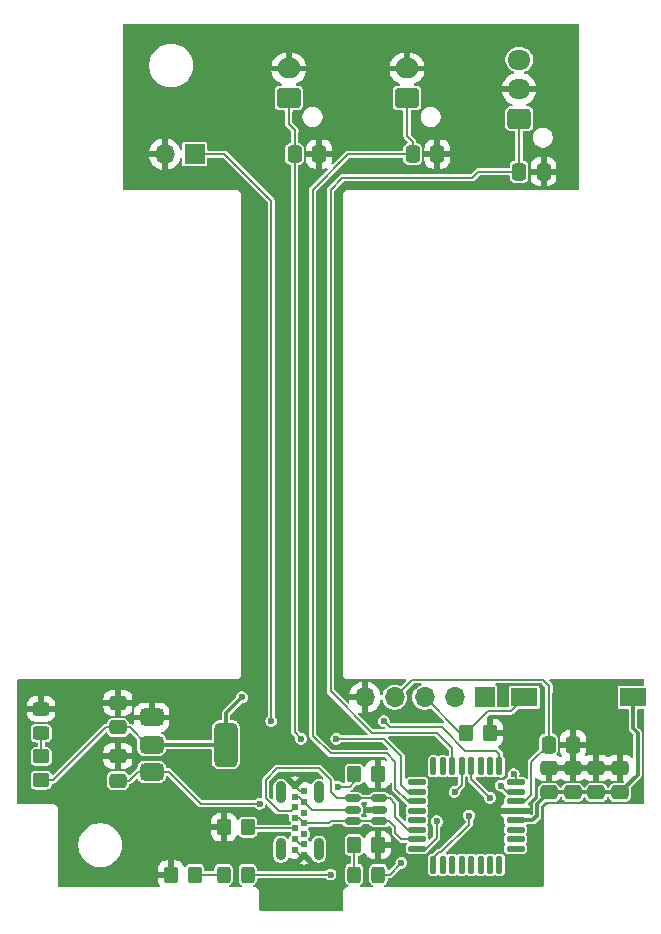
<source format=gbr>
%TF.GenerationSoftware,KiCad,Pcbnew,8.0.8*%
%TF.CreationDate,2025-01-17T17:15:23+08:00*%
%TF.ProjectId,The Button,54686520-4275-4747-946f-6e2e6b696361,rev?*%
%TF.SameCoordinates,Original*%
%TF.FileFunction,Copper,L1,Top*%
%TF.FilePolarity,Positive*%
%FSLAX46Y46*%
G04 Gerber Fmt 4.6, Leading zero omitted, Abs format (unit mm)*
G04 Created by KiCad (PCBNEW 8.0.8) date 2025-01-17 17:15:23*
%MOMM*%
%LPD*%
G01*
G04 APERTURE LIST*
G04 Aperture macros list*
%AMRoundRect*
0 Rectangle with rounded corners*
0 $1 Rounding radius*
0 $2 $3 $4 $5 $6 $7 $8 $9 X,Y pos of 4 corners*
0 Add a 4 corners polygon primitive as box body*
4,1,4,$2,$3,$4,$5,$6,$7,$8,$9,$2,$3,0*
0 Add four circle primitives for the rounded corners*
1,1,$1+$1,$2,$3*
1,1,$1+$1,$4,$5*
1,1,$1+$1,$6,$7*
1,1,$1+$1,$8,$9*
0 Add four rect primitives between the rounded corners*
20,1,$1+$1,$2,$3,$4,$5,0*
20,1,$1+$1,$4,$5,$6,$7,0*
20,1,$1+$1,$6,$7,$8,$9,0*
20,1,$1+$1,$8,$9,$2,$3,0*%
G04 Aperture macros list end*
%TA.AperFunction,ComponentPad*%
%ADD10R,1.700000X1.700000*%
%TD*%
%TA.AperFunction,ComponentPad*%
%ADD11O,1.700000X1.700000*%
%TD*%
%TA.AperFunction,SMDPad,CuDef*%
%ADD12RoundRect,0.250000X-0.350000X-0.450000X0.350000X-0.450000X0.350000X0.450000X-0.350000X0.450000X0*%
%TD*%
%TA.AperFunction,SMDPad,CuDef*%
%ADD13RoundRect,0.250000X0.475000X-0.337500X0.475000X0.337500X-0.475000X0.337500X-0.475000X-0.337500X0*%
%TD*%
%TA.AperFunction,SMDPad,CuDef*%
%ADD14RoundRect,0.250000X-0.325000X-0.450000X0.325000X-0.450000X0.325000X0.450000X-0.325000X0.450000X0*%
%TD*%
%TA.AperFunction,SMDPad,CuDef*%
%ADD15RoundRect,0.375000X-0.625000X-0.375000X0.625000X-0.375000X0.625000X0.375000X-0.625000X0.375000X0*%
%TD*%
%TA.AperFunction,SMDPad,CuDef*%
%ADD16RoundRect,0.500000X-0.500000X-1.400000X0.500000X-1.400000X0.500000X1.400000X-0.500000X1.400000X0*%
%TD*%
%TA.AperFunction,SMDPad,CuDef*%
%ADD17RoundRect,0.250000X-0.337500X-0.475000X0.337500X-0.475000X0.337500X0.475000X-0.337500X0.475000X0*%
%TD*%
%TA.AperFunction,SMDPad,CuDef*%
%ADD18RoundRect,0.150000X0.512500X0.150000X-0.512500X0.150000X-0.512500X-0.150000X0.512500X-0.150000X0*%
%TD*%
%TA.AperFunction,ComponentPad*%
%ADD19RoundRect,0.250000X0.750000X-0.600000X0.750000X0.600000X-0.750000X0.600000X-0.750000X-0.600000X0*%
%TD*%
%TA.AperFunction,ComponentPad*%
%ADD20O,2.000000X1.700000*%
%TD*%
%TA.AperFunction,SMDPad,CuDef*%
%ADD21RoundRect,0.250000X-0.450000X0.325000X-0.450000X-0.325000X0.450000X-0.325000X0.450000X0.325000X0*%
%TD*%
%TA.AperFunction,SMDPad,CuDef*%
%ADD22RoundRect,0.250000X0.450000X-0.350000X0.450000X0.350000X-0.450000X0.350000X-0.450000X-0.350000X0*%
%TD*%
%TA.AperFunction,SMDPad,CuDef*%
%ADD23RoundRect,0.250000X0.350000X0.450000X-0.350000X0.450000X-0.350000X-0.450000X0.350000X-0.450000X0*%
%TD*%
%TA.AperFunction,ComponentPad*%
%ADD24RoundRect,0.250000X0.725000X-0.600000X0.725000X0.600000X-0.725000X0.600000X-0.725000X-0.600000X0*%
%TD*%
%TA.AperFunction,ComponentPad*%
%ADD25O,1.950000X1.700000*%
%TD*%
%TA.AperFunction,SMDPad,CuDef*%
%ADD26O,0.889000X1.905000*%
%TD*%
%TA.AperFunction,ComponentPad*%
%ADD27C,0.609600*%
%TD*%
%TA.AperFunction,SMDPad,CuDef*%
%ADD28R,2.180000X1.600000*%
%TD*%
%TA.AperFunction,SMDPad,CuDef*%
%ADD29RoundRect,0.125000X0.625000X0.125000X-0.625000X0.125000X-0.625000X-0.125000X0.625000X-0.125000X0*%
%TD*%
%TA.AperFunction,SMDPad,CuDef*%
%ADD30RoundRect,0.125000X0.125000X0.625000X-0.125000X0.625000X-0.125000X-0.625000X0.125000X-0.625000X0*%
%TD*%
%TA.AperFunction,ViaPad*%
%ADD31C,0.600000*%
%TD*%
%TA.AperFunction,Conductor*%
%ADD32C,0.200000*%
%TD*%
%TA.AperFunction,Conductor*%
%ADD33C,0.300000*%
%TD*%
G04 APERTURE END LIST*
D10*
%TO.P,J7,1,Pin_1*%
%TO.N,Net-(J7-Pin_1)*%
X162000000Y-35500000D03*
D11*
%TO.P,J7,2,Pin_2*%
%TO.N,GND*%
X159460000Y-35500000D03*
%TD*%
D12*
%TO.P,R7,1*%
%TO.N,Net-(D3-K)*%
X175500000Y-94000000D03*
%TO.P,R7,2*%
%TO.N,GND*%
X177500000Y-94000000D03*
%TD*%
D13*
%TO.P,C3,1*%
%TO.N,VDD_3V*%
X194000000Y-89537500D03*
%TO.P,C3,2*%
%TO.N,GND*%
X194000000Y-87462500D03*
%TD*%
%TO.P,C8,1*%
%TO.N,VDDA_5V*%
X155500000Y-88537500D03*
%TO.P,C8,2*%
%TO.N,GND*%
X155500000Y-86462500D03*
%TD*%
D14*
%TO.P,D4,1,K*%
%TO.N,Net-(D4-K)*%
X164450000Y-96500000D03*
%TO.P,D4,2,A*%
%TO.N,USR_LED_1*%
X166500000Y-96500000D03*
%TD*%
D15*
%TO.P,U1,1,GND*%
%TO.N,GND*%
X158350000Y-83200000D03*
%TO.P,U1,2,VO*%
%TO.N,VDD_3V*%
X158350000Y-85500000D03*
D16*
X164650000Y-85500000D03*
D15*
%TO.P,U1,3,VI*%
%TO.N,VDDA_5V*%
X158350000Y-87800000D03*
%TD*%
D11*
%TO.P,J5,5,Pin_5*%
%TO.N,GND*%
X176390000Y-81500000D03*
%TO.P,J5,4,Pin_4*%
%TO.N,NRST*%
X178930000Y-81500000D03*
%TO.P,J5,3,Pin_3*%
%TO.N,SWDCLK*%
X181470000Y-81500000D03*
%TO.P,J5,2,Pin_2*%
%TO.N,SWDIO*%
X184010000Y-81500000D03*
D10*
%TO.P,J5,1,Pin_1*%
%TO.N,VDD_3V*%
X186550000Y-81500000D03*
%TD*%
D17*
%TO.P,C1,1*%
%TO.N,BTN_HI*%
X170462500Y-35500000D03*
%TO.P,C1,2*%
%TO.N,GND*%
X172537500Y-35500000D03*
%TD*%
D18*
%TO.P,U5,1,I/O1*%
%TO.N,D_P*%
X177637500Y-91950000D03*
%TO.P,U5,2,GND*%
%TO.N,GND*%
X177637500Y-91000000D03*
%TO.P,U5,3,I/O2*%
%TO.N,D_N*%
X177637500Y-90050000D03*
%TO.P,U5,4,I/O2*%
X175362500Y-90050000D03*
%TO.P,U5,5,VBUS*%
%TO.N,VDDA_5V*%
X175362500Y-91000000D03*
%TO.P,U5,6,I/O1*%
%TO.N,D_P*%
X175362500Y-91950000D03*
%TD*%
D19*
%TO.P,J1,1,Pin_1*%
%TO.N,BTN_HI*%
X169975000Y-30750000D03*
D20*
%TO.P,J1,2,Pin_2*%
%TO.N,GND*%
X169975000Y-28250000D03*
%TD*%
D12*
%TO.P,R10,1*%
%TO.N,Net-(J2-CC2)*%
X175500000Y-88000000D03*
%TO.P,R10,2*%
%TO.N,GND*%
X177500000Y-88000000D03*
%TD*%
D21*
%TO.P,D1,1,K*%
%TO.N,GND*%
X149000000Y-82475000D03*
%TO.P,D1,2,A*%
%TO.N,Net-(D1-A)*%
X149000000Y-84525000D03*
%TD*%
D17*
%TO.P,C2,1*%
%TO.N,BTN_LO*%
X180462500Y-35500000D03*
%TO.P,C2,2*%
%TO.N,GND*%
X182537500Y-35500000D03*
%TD*%
D22*
%TO.P,R1,1*%
%TO.N,VDD_3V*%
X149000000Y-88500000D03*
%TO.P,R1,2*%
%TO.N,Net-(D1-A)*%
X149000000Y-86500000D03*
%TD*%
D13*
%TO.P,C6,1*%
%TO.N,VDD_3V*%
X198000000Y-89537500D03*
%TO.P,C6,2*%
%TO.N,GND*%
X198000000Y-87462500D03*
%TD*%
D23*
%TO.P,R6,1*%
%TO.N,Net-(D4-K)*%
X162000000Y-96500000D03*
%TO.P,R6,2*%
%TO.N,GND*%
X160000000Y-96500000D03*
%TD*%
D17*
%TO.P,C10,1*%
%TO.N,NRST*%
X191962500Y-85500000D03*
%TO.P,C10,2*%
%TO.N,GND*%
X194037500Y-85500000D03*
%TD*%
D23*
%TO.P,R11,1*%
%TO.N,Net-(J2-CC1)*%
X166500000Y-92500000D03*
%TO.P,R11,2*%
%TO.N,GND*%
X164500000Y-92500000D03*
%TD*%
D14*
%TO.P,D3,1,K*%
%TO.N,Net-(D3-K)*%
X175500000Y-96500000D03*
%TO.P,D3,2,A*%
%TO.N,USR_LED_2*%
X177550000Y-96500000D03*
%TD*%
D12*
%TO.P,R5,1*%
%TO.N,SWDCLK*%
X185000000Y-84500000D03*
%TO.P,R5,2*%
%TO.N,GND*%
X187000000Y-84500000D03*
%TD*%
D24*
%TO.P,J6,1,Pin_1*%
%TO.N,BTN_KEY*%
X189475000Y-32500000D03*
D25*
%TO.P,J6,2,Pin_2*%
%TO.N,GND*%
X189475000Y-30000000D03*
%TO.P,J6,3,Pin_3*%
%TO.N,unconnected-(J6-Pin_3-Pad3)*%
X189475000Y-27500000D03*
%TD*%
D26*
%TO.P,J2,15*%
%TO.N,N/C*%
X169300000Y-89549998D03*
%TO.P,J2,16*%
X172500000Y-89549998D03*
%TO.P,J2,17*%
X169300000Y-94349999D03*
%TO.P,J2,18*%
X172500000Y-94349999D03*
D27*
%TO.P,J2,A1,GND*%
%TO.N,GND*%
X170500000Y-94399999D03*
%TO.P,J2,A4,VBUS*%
%TO.N,VDDA_5V*%
X170500000Y-93499998D03*
%TO.P,J2,A5,CC1*%
%TO.N,Net-(J2-CC1)*%
X170500000Y-92600000D03*
%TO.P,J2,A6,DP1*%
%TO.N,D_P*%
X170500000Y-91699999D03*
%TO.P,J2,A7,DN1*%
%TO.N,D_N*%
X170500000Y-90799999D03*
%TO.P,J2,A9,VBUS*%
%TO.N,VDDA_5V*%
X170500000Y-89900000D03*
%TO.P,J2,A12,GND*%
%TO.N,GND*%
X170500000Y-89000000D03*
%TO.P,J2,B1,GND*%
X171280001Y-89450000D03*
%TO.P,J2,B4,VBUS*%
%TO.N,VDDA_5V*%
X171280001Y-90350000D03*
%TO.P,J2,B5,CC2*%
%TO.N,Net-(J2-CC2)*%
X171280001Y-91249999D03*
%TO.P,J2,B6,DP2*%
%TO.N,D_P*%
X171280001Y-92149999D03*
%TO.P,J2,B7,DN2*%
%TO.N,D_N*%
X171280001Y-93050000D03*
%TO.P,J2,B9,VBUS*%
%TO.N,VDDA_5V*%
X171280001Y-93949998D03*
%TO.P,J2,B12,GND*%
%TO.N,GND*%
X171280001Y-94849999D03*
%TD*%
D28*
%TO.P,SW8,2,B*%
%TO.N,VDD_3V*%
X199090000Y-81500000D03*
%TO.P,SW8,1,A*%
%TO.N,SWDCLK*%
X189910000Y-81500000D03*
%TD*%
D13*
%TO.P,C9,1*%
%TO.N,VDD_3V*%
X155500000Y-84037500D03*
%TO.P,C9,2*%
%TO.N,GND*%
X155500000Y-81962500D03*
%TD*%
D17*
%TO.P,C5,1*%
%TO.N,BTN_KEY*%
X189462500Y-37000000D03*
%TO.P,C5,2*%
%TO.N,GND*%
X191537500Y-37000000D03*
%TD*%
D13*
%TO.P,C7,1*%
%TO.N,VDD_3V*%
X196000000Y-89537500D03*
%TO.P,C7,2*%
%TO.N,GND*%
X196000000Y-87462500D03*
%TD*%
%TO.P,C4,1*%
%TO.N,VDD_3V*%
X192000000Y-89537500D03*
%TO.P,C4,2*%
%TO.N,GND*%
X192000000Y-87462500D03*
%TD*%
D29*
%TO.P,U2,1,PB9*%
%TO.N,unconnected-(U2-PB9-Pad1)*%
X189175000Y-94300000D03*
%TO.P,U2,2,PC14*%
%TO.N,unconnected-(U2-PC14-Pad2)*%
X189175000Y-93500000D03*
%TO.P,U2,3,PC15*%
%TO.N,unconnected-(U2-PC15-Pad3)*%
X189175000Y-92700000D03*
%TO.P,U2,4,VDD*%
%TO.N,VDD_3V*%
X189175000Y-91900000D03*
%TO.P,U2,5,VSS*%
%TO.N,GND*%
X189175000Y-91100000D03*
%TO.P,U2,6,PF2*%
%TO.N,NRST*%
X189175000Y-90300000D03*
%TO.P,U2,7,PA0*%
%TO.N,HW_CFG_1*%
X189175000Y-89500000D03*
%TO.P,U2,8,PA1*%
%TO.N,HW_CFG_2*%
X189175000Y-88700000D03*
D30*
%TO.P,U2,9,PA2*%
%TO.N,Net-(J7-Pin_1)*%
X187800000Y-87325000D03*
%TO.P,U2,10,PA3*%
%TO.N,unconnected-(U2-PA3-Pad10)*%
X187000000Y-87325000D03*
%TO.P,U2,11,PA4*%
%TO.N,unconnected-(U2-PA4-Pad11)*%
X186200000Y-87325000D03*
%TO.P,U2,12,PA5*%
%TO.N,USR_LED_1*%
X185400000Y-87325000D03*
%TO.P,U2,13,PA6*%
%TO.N,USR_LED_2*%
X184600000Y-87325000D03*
%TO.P,U2,14,PA7*%
%TO.N,BTN_KEY*%
X183800000Y-87325000D03*
%TO.P,U2,15,PB0*%
%TO.N,unconnected-(U2-PB0-Pad15)*%
X183000000Y-87325000D03*
%TO.P,U2,16,PB1*%
%TO.N,unconnected-(U2-PB1-Pad16)*%
X182200000Y-87325000D03*
D29*
%TO.P,U2,17,PB2*%
%TO.N,unconnected-(U2-PB2-Pad17)*%
X180825000Y-88700000D03*
%TO.P,U2,18,PA8*%
%TO.N,BTN_HI*%
X180825000Y-89500000D03*
%TO.P,U2,19,PA9*%
%TO.N,BTN_LO*%
X180825000Y-90300000D03*
%TO.P,U2,20,PC6*%
%TO.N,unconnected-(U2-PC6-Pad20)*%
X180825000Y-91100000D03*
%TO.P,U2,21,PA10*%
%TO.N,unconnected-(U2-PA10-Pad21)*%
X180825000Y-91900000D03*
%TO.P,U2,22,PA11*%
%TO.N,D_N*%
X180825000Y-92700000D03*
%TO.P,U2,23,PA12*%
%TO.N,D_P*%
X180825000Y-93500000D03*
%TO.P,U2,24,PA13*%
%TO.N,SWDIO*%
X180825000Y-94300000D03*
D30*
%TO.P,U2,25,PA14*%
%TO.N,SWDCLK*%
X182200000Y-95675000D03*
%TO.P,U2,26,PA15*%
%TO.N,unconnected-(U2-PA15-Pad26)*%
X183000000Y-95675000D03*
%TO.P,U2,27,PB3*%
%TO.N,unconnected-(U2-PB3-Pad27)*%
X183800000Y-95675000D03*
%TO.P,U2,28,PB4*%
%TO.N,unconnected-(U2-PB4-Pad28)*%
X184600000Y-95675000D03*
%TO.P,U2,29,PB5*%
%TO.N,unconnected-(U2-PB5-Pad29)*%
X185400000Y-95675000D03*
%TO.P,U2,30,PB6*%
%TO.N,unconnected-(U2-PB6-Pad30)*%
X186200000Y-95675000D03*
%TO.P,U2,31,PB7*%
%TO.N,unconnected-(U2-PB7-Pad31)*%
X187000000Y-95675000D03*
%TO.P,U2,32,PB8*%
%TO.N,unconnected-(U2-PB8-Pad32)*%
X187800000Y-95675000D03*
%TD*%
D19*
%TO.P,J4,1,Pin_1*%
%TO.N,BTN_LO*%
X179975000Y-30750000D03*
D20*
%TO.P,J4,2,Pin_2*%
%TO.N,GND*%
X179975000Y-28250000D03*
%TD*%
D31*
%TO.N,HW_CFG_1*%
X187941167Y-88967837D03*
%TO.N,HW_CFG_2*%
X189000000Y-88000000D03*
%TO.N,GND*%
X177637500Y-91000000D03*
X184500000Y-97250000D03*
X191000000Y-93500000D03*
X189730000Y-87152933D03*
X196750000Y-83000000D03*
X171250000Y-82750000D03*
X180500000Y-86250000D03*
X183250000Y-90500000D03*
X184750000Y-93750000D03*
X187250000Y-94000000D03*
X198250000Y-84750000D03*
X194000000Y-83000000D03*
X189000000Y-84000000D03*
X190000000Y-96250000D03*
X173750000Y-94250000D03*
X170500000Y-86750000D03*
X171000000Y-98000000D03*
X164500000Y-94250000D03*
X152250000Y-82000000D03*
X161500000Y-83250000D03*
X169500000Y-42250000D03*
X171250000Y-44000000D03*
X172750000Y-46750000D03*
X174250000Y-49750000D03*
X174250000Y-63500000D03*
X174250000Y-77250000D03*
X172750000Y-74250000D03*
X171250000Y-70500000D03*
X169500000Y-66250000D03*
X169500000Y-55500000D03*
X171250000Y-58250000D03*
X172750000Y-60750000D03*
X172750000Y-39750000D03*
X171500000Y-37500000D03*
X177500000Y-36500000D03*
X168000000Y-36500000D03*
X167000000Y-41000000D03*
X167000000Y-50000000D03*
X167000000Y-63000000D03*
X167000000Y-76500000D03*
X167500000Y-85000000D03*
X169500000Y-81500000D03*
X173500000Y-82500000D03*
%TO.N,Net-(J7-Pin_1)*%
X168500000Y-83500000D03*
X178000000Y-83500000D03*
%TO.N,BTN_HI*%
X171000000Y-85000000D03*
X174000000Y-85000000D03*
%TO.N,USR_LED_1*%
X187000000Y-90000000D03*
X173500000Y-96500000D03*
%TO.N,USR_LED_2*%
X184000000Y-89500000D03*
X179505241Y-95505241D03*
%TO.N,VDD_3V*%
X166000000Y-81500000D03*
%TO.N,SWDIO*%
X182500002Y-92000000D03*
%TO.N,SWDCLK*%
X185000000Y-84500000D03*
X185230000Y-91500000D03*
%TO.N,VDD_3V*%
X199090000Y-81500000D03*
%TO.N,VDDA_5V*%
X167500000Y-90500000D03*
%TO.N,Net-(J2-CC2)*%
X174111199Y-89078823D03*
%TO.N,D_N*%
X175362514Y-90050000D03*
%TO.N,GND*%
X152500000Y-89000000D03*
X161750000Y-87250000D03*
X159750000Y-92250000D03*
X157500000Y-96500000D03*
%TD*%
D32*
%TO.N,HW_CFG_1*%
X189175000Y-89500000D02*
X188473330Y-89500000D01*
X188473330Y-89500000D02*
X187941167Y-88967837D01*
%TO.N,HW_CFG_2*%
X189175000Y-88700000D02*
X189175000Y-88175000D01*
X189175000Y-88175000D02*
X189000000Y-88000000D01*
%TO.N,BTN_HI*%
X170462500Y-35500000D02*
X170462500Y-84462500D01*
X170462500Y-84462500D02*
X171000000Y-85000000D01*
%TO.N,Net-(J2-CC2)*%
X175500000Y-88000000D02*
X175500000Y-88700000D01*
X175500000Y-88700000D02*
X175121177Y-89078823D01*
%TO.N,D_N*%
X174050000Y-90050000D02*
X173500000Y-89500000D01*
%TO.N,VDDA_5V*%
X175362500Y-91000000D02*
X171930001Y-91000000D01*
%TO.N,D_N*%
X172500000Y-87500000D02*
X169000000Y-87500000D01*
X168000000Y-90000000D02*
X169104799Y-91104799D01*
%TO.N,Net-(J2-CC2)*%
X175121177Y-89078823D02*
X174111199Y-89078823D01*
%TO.N,VDDA_5V*%
X171930001Y-91000000D02*
X171280001Y-90350000D01*
%TO.N,D_N*%
X173500000Y-88500000D02*
X172500000Y-87500000D01*
X175362514Y-90050000D02*
X174050000Y-90050000D01*
X173500000Y-89500000D02*
X173500000Y-88500000D01*
X169000000Y-87500000D02*
X168000000Y-88500000D01*
X168000000Y-88500000D02*
X168000000Y-90000000D01*
X170195200Y-91104799D02*
X170500000Y-90799999D01*
X169104799Y-91104799D02*
X170195200Y-91104799D01*
%TO.N,GND*%
X171280001Y-94849999D02*
X170950000Y-94849999D01*
X170950000Y-94849999D02*
X170500000Y-94399999D01*
X171280001Y-89450000D02*
X170950000Y-89450000D01*
X170950000Y-89450000D02*
X170500000Y-89000000D01*
%TO.N,BTN_HI*%
X170462500Y-35500000D02*
X170462500Y-33537500D01*
X170462500Y-33537500D02*
X170500000Y-33500000D01*
X170500000Y-33500000D02*
X169975000Y-32975000D01*
X169975000Y-32975000D02*
X169975000Y-30750000D01*
%TO.N,VDD_3V*%
X149000000Y-88500000D02*
X150000000Y-88500000D01*
X150000000Y-88500000D02*
X154462500Y-84037500D01*
X154462500Y-84037500D02*
X155500000Y-84037500D01*
%TO.N,BTN_LO*%
X172000000Y-38500000D02*
X172000000Y-84750000D01*
X180075001Y-90300000D02*
X180825000Y-90300000D01*
X172000000Y-84750000D02*
X173500000Y-86250000D01*
X173500000Y-86250000D02*
X178250000Y-86250000D01*
X175000000Y-35500000D02*
X172000000Y-38500000D01*
X180462500Y-35500000D02*
X175000000Y-35500000D01*
X178250000Y-86250000D02*
X179000000Y-87000000D01*
X179000000Y-87000000D02*
X179000000Y-89224999D01*
X179000000Y-89224999D02*
X180075001Y-90300000D01*
%TO.N,BTN_KEY*%
X174500000Y-37500000D02*
X185500000Y-37500000D01*
X185500000Y-37500000D02*
X186000000Y-37000000D01*
X186000000Y-37000000D02*
X189462500Y-37000000D01*
%TO.N,Net-(J7-Pin_1)*%
X168500000Y-39500000D02*
X168500000Y-83500000D01*
X164500000Y-35500000D02*
X168500000Y-39500000D01*
X162000000Y-35500000D02*
X164500000Y-35500000D01*
D33*
%TO.N,VDD_3V*%
X164650000Y-82850000D02*
X166000000Y-81500000D01*
X164650000Y-85500000D02*
X164650000Y-82850000D01*
D32*
%TO.N,USR_LED_2*%
X184600000Y-88900000D02*
X184000000Y-89500000D01*
X184600000Y-87325000D02*
X184600000Y-88900000D01*
%TO.N,SWDIO*%
X181574999Y-94300000D02*
X182500002Y-93374997D01*
X180825000Y-94300000D02*
X181574999Y-94300000D01*
X182500002Y-93374997D02*
X182500002Y-92000000D01*
%TO.N,USR_LED_2*%
X177550000Y-96500000D02*
X178510482Y-96500000D01*
X178510482Y-96500000D02*
X179505241Y-95505241D01*
%TO.N,USR_LED_1*%
X185400000Y-88400000D02*
X187000000Y-90000000D01*
X185400000Y-87325000D02*
X185400000Y-88400000D01*
%TO.N,SWDCLK*%
X182200000Y-95675000D02*
X182200000Y-95120494D01*
X182200000Y-95120494D02*
X182695494Y-94625000D01*
X182875000Y-94625000D02*
X185230000Y-92270000D01*
X182695494Y-94625000D02*
X182875000Y-94625000D01*
X185230000Y-92270000D02*
X185230000Y-91500000D01*
%TO.N,Net-(J7-Pin_1)*%
X187500000Y-86000000D02*
X184915256Y-86000000D01*
X184915256Y-86000000D02*
X183000000Y-84084744D01*
X187800000Y-87325000D02*
X187800000Y-86300000D01*
X187800000Y-86300000D02*
X187500000Y-86000000D01*
X178500000Y-84000000D02*
X178000000Y-83500000D01*
X183000000Y-84084744D02*
X183000000Y-84000000D01*
X183000000Y-84000000D02*
X178500000Y-84000000D01*
%TO.N,BTN_HI*%
X180075001Y-89500000D02*
X179500000Y-88924999D01*
X179500000Y-88924999D02*
X179500000Y-86500000D01*
X180825000Y-89500000D02*
X180075001Y-89500000D01*
X179500000Y-86500000D02*
X178000000Y-85000000D01*
X178000000Y-85000000D02*
X174000000Y-85000000D01*
%TO.N,BTN_KEY*%
X189462500Y-37500000D02*
X189462500Y-33012500D01*
X189462500Y-33012500D02*
X189475000Y-33000000D01*
%TO.N,BTN_LO*%
X180462500Y-35500000D02*
X180462500Y-34462500D01*
X180462500Y-34462500D02*
X179975000Y-33975000D01*
X179975000Y-33975000D02*
X179975000Y-30750000D01*
%TO.N,BTN_HI*%
X170462500Y-35500000D02*
X170462500Y-35462500D01*
X170462500Y-35462500D02*
X169975000Y-34975000D01*
%TO.N,USR_LED_1*%
X166500000Y-96500000D02*
X173500000Y-96500000D01*
D33*
%TO.N,VDD_3V*%
X189175000Y-91900000D02*
X190600000Y-91900000D01*
X190600000Y-91900000D02*
X191000000Y-91500000D01*
X191000000Y-91500000D02*
X191000000Y-90537500D01*
X192000000Y-89537500D02*
X191000000Y-90537500D01*
X198000000Y-89537500D02*
X192000000Y-89537500D01*
X199090000Y-81500000D02*
X199090000Y-84090000D01*
X199500000Y-88037500D02*
X198000000Y-89537500D01*
X199090000Y-84090000D02*
X199500000Y-84500000D01*
X199500000Y-84500000D02*
X199500000Y-88037500D01*
X164650000Y-85500000D02*
X158350000Y-85500000D01*
D32*
%TO.N,SWDCLK*%
X185000000Y-84500000D02*
X186850000Y-82650000D01*
X186850000Y-82650000D02*
X188760000Y-82650000D01*
X188760000Y-82650000D02*
X189910000Y-81500000D01*
%TO.N,NRST*%
X178930000Y-81500000D02*
X180430000Y-80000000D01*
X191500000Y-80000000D02*
X192000000Y-80500000D01*
X192000000Y-81000000D02*
X191962500Y-81037500D01*
X180430000Y-80000000D02*
X191500000Y-80000000D01*
X192000000Y-80500000D02*
X192000000Y-81000000D01*
X191962500Y-81037500D02*
X191962500Y-85500000D01*
%TO.N,SWDCLK*%
X184470000Y-84500000D02*
X185000000Y-84500000D01*
%TO.N,NRST*%
X191962500Y-85500000D02*
X190500000Y-86962500D01*
X190500000Y-86962500D02*
X190500000Y-89724999D01*
X190500000Y-89724999D02*
X189924999Y-90300000D01*
X189924999Y-90300000D02*
X189175000Y-90300000D01*
%TO.N,Net-(D1-A)*%
X149000000Y-86000000D02*
X149000000Y-84025000D01*
%TO.N,VDD_3V*%
X155500000Y-84037500D02*
X156537500Y-84037500D01*
X156537500Y-84037500D02*
X158000000Y-85500000D01*
X158000000Y-85500000D02*
X158350000Y-85500000D01*
%TO.N,Net-(D4-K)*%
X162000000Y-96500000D02*
X164450000Y-96500000D01*
%TO.N,VDDA_5V*%
X155500000Y-88537500D02*
X156462500Y-88537500D01*
X156462500Y-88537500D02*
X157200000Y-87800000D01*
X157200000Y-87800000D02*
X158350000Y-87800000D01*
X167500000Y-90500000D02*
X162500000Y-90500000D01*
X162500000Y-90500000D02*
X159800000Y-87800000D01*
X159800000Y-87800000D02*
X158350000Y-87800000D01*
%TO.N,D_N*%
X175362500Y-90050000D02*
X175362514Y-90050000D01*
%TO.N,Net-(D3-K)*%
X175500000Y-94000000D02*
X175500000Y-96500000D01*
%TO.N,Net-(J2-CC1)*%
X170500000Y-92600000D02*
X166600000Y-92600000D01*
X166600000Y-92600000D02*
X166500000Y-92500000D01*
%TO.N,VDDA_5V*%
X171280001Y-93949998D02*
X170950000Y-93949998D01*
X170950000Y-93949998D02*
X170500000Y-93499998D01*
X170500000Y-89900000D02*
X170830001Y-89900000D01*
X170830001Y-89900000D02*
X171280001Y-90350000D01*
%TO.N,D_N*%
X177637500Y-90050000D02*
X175362500Y-90050000D01*
X177637500Y-90050000D02*
X178550000Y-90050000D01*
X178550000Y-90050000D02*
X179000000Y-90500000D01*
X179000000Y-90500000D02*
X179000000Y-91624999D01*
X179000000Y-91624999D02*
X180075001Y-92700000D01*
X180075001Y-92700000D02*
X180825000Y-92700000D01*
%TO.N,D_P*%
X179000000Y-92500000D02*
X179000000Y-93000000D01*
X179500000Y-93500000D02*
X180825000Y-93500000D01*
X178450000Y-91950000D02*
X179000000Y-92500000D01*
X177637500Y-91950000D02*
X178450000Y-91950000D01*
X179000000Y-93000000D02*
X179500000Y-93500000D01*
X171280001Y-92149999D02*
X173350001Y-92149999D01*
X173350001Y-92149999D02*
X173550000Y-91950000D01*
X173550000Y-91950000D02*
X177637500Y-91950000D01*
X170500000Y-91699999D02*
X170830001Y-91699999D01*
X170830001Y-91699999D02*
X171280001Y-92149999D01*
%TO.N,SWDCLK*%
X181470000Y-81500000D02*
X184470000Y-84500000D01*
%TO.N,BTN_KEY*%
X183800000Y-85800000D02*
X183800000Y-87325000D01*
X174500000Y-37500000D02*
X173500000Y-38500000D01*
X182500000Y-84500000D02*
X183800000Y-85800000D01*
X173500000Y-81000000D02*
X177000000Y-84500000D01*
X177000000Y-84500000D02*
X182500000Y-84500000D01*
X173500000Y-38500000D02*
X173500000Y-81000000D01*
%TD*%
%TA.AperFunction,Conductor*%
%TO.N,GND*%
G36*
X194508691Y-24469407D02*
G01*
X194544655Y-24518907D01*
X194549500Y-24549500D01*
X194549500Y-38450500D01*
X194530593Y-38508691D01*
X194481093Y-38544655D01*
X194450500Y-38549500D01*
X175059309Y-38549500D01*
X174940691Y-38549500D01*
X174870567Y-38568289D01*
X174826109Y-38580202D01*
X174723391Y-38639507D01*
X174639507Y-38723391D01*
X174580202Y-38826109D01*
X174580201Y-38826114D01*
X174549500Y-38940691D01*
X174549500Y-79559309D01*
X174576574Y-79660351D01*
X174580202Y-79673890D01*
X174639507Y-79776608D01*
X174639509Y-79776610D01*
X174639511Y-79776613D01*
X174723387Y-79860489D01*
X174723389Y-79860490D01*
X174723391Y-79860492D01*
X174826110Y-79919797D01*
X174826111Y-79919797D01*
X174826114Y-79919799D01*
X174940691Y-79950500D01*
X175059309Y-79950500D01*
X179815521Y-79950500D01*
X179873712Y-79969407D01*
X179909676Y-80018907D01*
X179909676Y-80080093D01*
X179885524Y-80119504D01*
X179481214Y-80523812D01*
X179426698Y-80551589D01*
X179366266Y-80542018D01*
X179364583Y-80541139D01*
X179333954Y-80524768D01*
X179135934Y-80464699D01*
X179135929Y-80464698D01*
X178930003Y-80444417D01*
X178929997Y-80444417D01*
X178724070Y-80464698D01*
X178724065Y-80464699D01*
X178526045Y-80524768D01*
X178343547Y-80622316D01*
X178183595Y-80753585D01*
X178183585Y-80753595D01*
X178052316Y-80913547D01*
X177984701Y-81040046D01*
X177954768Y-81096046D01*
X177948152Y-81117857D01*
X177909180Y-81246329D01*
X177874195Y-81296525D01*
X177816386Y-81316571D01*
X177757836Y-81298810D01*
X177720907Y-81250025D01*
X177718816Y-81243213D01*
X177663429Y-81036504D01*
X177563605Y-80822432D01*
X177563601Y-80822424D01*
X177428113Y-80628926D01*
X177261073Y-80461886D01*
X177067577Y-80326399D01*
X176853489Y-80226569D01*
X176640000Y-80169364D01*
X176640000Y-81066988D01*
X176582993Y-81034075D01*
X176455826Y-81000000D01*
X176324174Y-81000000D01*
X176197007Y-81034075D01*
X176140000Y-81066988D01*
X176140000Y-80169364D01*
X175926505Y-80226570D01*
X175712432Y-80326394D01*
X175712424Y-80326398D01*
X175518926Y-80461886D01*
X175351886Y-80628926D01*
X175216398Y-80822424D01*
X175216394Y-80822432D01*
X175116570Y-81036505D01*
X175059364Y-81250000D01*
X175956988Y-81250000D01*
X175924075Y-81307007D01*
X175890000Y-81434174D01*
X175890000Y-81565826D01*
X175924075Y-81692993D01*
X175956988Y-81750000D01*
X175059364Y-81750000D01*
X175104435Y-81918206D01*
X175101233Y-81979307D01*
X175062727Y-82026857D01*
X175003627Y-82042693D01*
X174946505Y-82020767D01*
X174938804Y-82013833D01*
X173829496Y-80904525D01*
X173801719Y-80850008D01*
X173800500Y-80834521D01*
X173800500Y-38665479D01*
X173819407Y-38607288D01*
X173829496Y-38595475D01*
X174595475Y-37829496D01*
X174649992Y-37801719D01*
X174665479Y-37800500D01*
X185539563Y-37800500D01*
X185539563Y-37800499D01*
X185615989Y-37780021D01*
X185684511Y-37740460D01*
X185740460Y-37684511D01*
X186095475Y-37329496D01*
X186149992Y-37301719D01*
X186165479Y-37300500D01*
X188575500Y-37300500D01*
X188633691Y-37319407D01*
X188669655Y-37368907D01*
X188674500Y-37399500D01*
X188674500Y-37529274D01*
X188677353Y-37559694D01*
X188677355Y-37559703D01*
X188722207Y-37687883D01*
X188802845Y-37797144D01*
X188802847Y-37797146D01*
X188802850Y-37797150D01*
X188802853Y-37797152D01*
X188802855Y-37797154D01*
X188912116Y-37877792D01*
X188912117Y-37877792D01*
X188912118Y-37877793D01*
X189040301Y-37922646D01*
X189070725Y-37925499D01*
X189070727Y-37925500D01*
X189070734Y-37925500D01*
X189854273Y-37925500D01*
X189854273Y-37925499D01*
X189884699Y-37922646D01*
X190012882Y-37877793D01*
X190122150Y-37797150D01*
X190202793Y-37687882D01*
X190247646Y-37559699D01*
X190250499Y-37529273D01*
X190250500Y-37529273D01*
X190250500Y-37250001D01*
X190450001Y-37250001D01*
X190450001Y-37524986D01*
X190460492Y-37627687D01*
X190460495Y-37627699D01*
X190515643Y-37794124D01*
X190607680Y-37943340D01*
X190731659Y-38067319D01*
X190880875Y-38159356D01*
X191047306Y-38214506D01*
X191150013Y-38224999D01*
X191287500Y-38224999D01*
X191287500Y-37250001D01*
X191787500Y-37250001D01*
X191787500Y-38224998D01*
X191787501Y-38224999D01*
X191924986Y-38224999D01*
X192027687Y-38214507D01*
X192027699Y-38214504D01*
X192194124Y-38159356D01*
X192343340Y-38067319D01*
X192467319Y-37943340D01*
X192559356Y-37794124D01*
X192614506Y-37627693D01*
X192625000Y-37524987D01*
X192625000Y-37250001D01*
X192624999Y-37250000D01*
X191787501Y-37250000D01*
X191787500Y-37250001D01*
X191287500Y-37250001D01*
X191287499Y-37250000D01*
X190450002Y-37250000D01*
X190450001Y-37250001D01*
X190250500Y-37250001D01*
X190250500Y-36475012D01*
X190450000Y-36475012D01*
X190450000Y-36749999D01*
X190450001Y-36750000D01*
X191287499Y-36750000D01*
X191287500Y-36749999D01*
X191287500Y-35775001D01*
X191787500Y-35775001D01*
X191787500Y-36749999D01*
X191787501Y-36750000D01*
X192624998Y-36750000D01*
X192624999Y-36749999D01*
X192624999Y-36475013D01*
X192614507Y-36372312D01*
X192614504Y-36372300D01*
X192559356Y-36205875D01*
X192467319Y-36056659D01*
X192343340Y-35932680D01*
X192194124Y-35840643D01*
X192027693Y-35785493D01*
X191924987Y-35775000D01*
X191787501Y-35775000D01*
X191787500Y-35775001D01*
X191287500Y-35775001D01*
X191287499Y-35775000D01*
X191150013Y-35775000D01*
X191150013Y-35775001D01*
X191047312Y-35785492D01*
X191047300Y-35785495D01*
X190880875Y-35840643D01*
X190731659Y-35932680D01*
X190607680Y-36056659D01*
X190515643Y-36205875D01*
X190460493Y-36372306D01*
X190450000Y-36475012D01*
X190250500Y-36475012D01*
X190250500Y-36470727D01*
X190250499Y-36470725D01*
X190247646Y-36440305D01*
X190247646Y-36440301D01*
X190202793Y-36312118D01*
X190197568Y-36305039D01*
X190122154Y-36202855D01*
X190122152Y-36202853D01*
X190122150Y-36202850D01*
X190122146Y-36202847D01*
X190122144Y-36202845D01*
X190012883Y-36122207D01*
X189884703Y-36077355D01*
X189884694Y-36077353D01*
X189852754Y-36074357D01*
X189796583Y-36050098D01*
X189765400Y-35997455D01*
X189763000Y-35975790D01*
X189763000Y-34016230D01*
X190624500Y-34016230D01*
X190624500Y-34183769D01*
X190657183Y-34348079D01*
X190657185Y-34348085D01*
X190721296Y-34502862D01*
X190721297Y-34502863D01*
X190814374Y-34642162D01*
X190932838Y-34760626D01*
X191072137Y-34853703D01*
X191226918Y-34917816D01*
X191391233Y-34950500D01*
X191391234Y-34950500D01*
X191558766Y-34950500D01*
X191558767Y-34950500D01*
X191723082Y-34917816D01*
X191877863Y-34853703D01*
X192017162Y-34760626D01*
X192135626Y-34642162D01*
X192228703Y-34502863D01*
X192292816Y-34348082D01*
X192325500Y-34183767D01*
X192325500Y-34016233D01*
X192292816Y-33851918D01*
X192228703Y-33697137D01*
X192135626Y-33557838D01*
X192017162Y-33439374D01*
X191877863Y-33346297D01*
X191877864Y-33346297D01*
X191877862Y-33346296D01*
X191723085Y-33282185D01*
X191723079Y-33282183D01*
X191558769Y-33249500D01*
X191558767Y-33249500D01*
X191391233Y-33249500D01*
X191391230Y-33249500D01*
X191226920Y-33282183D01*
X191226914Y-33282185D01*
X191072137Y-33346296D01*
X190932838Y-33439374D01*
X190932834Y-33439377D01*
X190814377Y-33557834D01*
X190814374Y-33557838D01*
X190721296Y-33697137D01*
X190657185Y-33851914D01*
X190657183Y-33851920D01*
X190624500Y-34016230D01*
X189763000Y-34016230D01*
X189763000Y-33649500D01*
X189781907Y-33591309D01*
X189831407Y-33555345D01*
X189862000Y-33550500D01*
X190254273Y-33550500D01*
X190254273Y-33550499D01*
X190284699Y-33547646D01*
X190412882Y-33502793D01*
X190522150Y-33422150D01*
X190602793Y-33312882D01*
X190647646Y-33184699D01*
X190650500Y-33154266D01*
X190650500Y-31845734D01*
X190650500Y-31845727D01*
X190650499Y-31845725D01*
X190647646Y-31815305D01*
X190647646Y-31815301D01*
X190602793Y-31687118D01*
X190591749Y-31672154D01*
X190522154Y-31577855D01*
X190522152Y-31577853D01*
X190522150Y-31577850D01*
X190522146Y-31577847D01*
X190522144Y-31577845D01*
X190412883Y-31497207D01*
X190284703Y-31452355D01*
X190284694Y-31452353D01*
X190254274Y-31449500D01*
X190254266Y-31449500D01*
X190132652Y-31449500D01*
X190074461Y-31430593D01*
X190038497Y-31381093D01*
X190038497Y-31319907D01*
X190074461Y-31270407D01*
X190102059Y-31256346D01*
X190118209Y-31251098D01*
X190307552Y-31154624D01*
X190479464Y-31029722D01*
X190629722Y-30879464D01*
X190754624Y-30707552D01*
X190851095Y-30518215D01*
X190916758Y-30316122D01*
X190927231Y-30250000D01*
X189879146Y-30250000D01*
X189917630Y-30183343D01*
X189950000Y-30062535D01*
X189950000Y-29937465D01*
X189917630Y-29816657D01*
X189879146Y-29750000D01*
X190927231Y-29750000D01*
X190927231Y-29749999D01*
X190916758Y-29683877D01*
X190851095Y-29481784D01*
X190754624Y-29292447D01*
X190629722Y-29120535D01*
X190479464Y-28970277D01*
X190307552Y-28845375D01*
X190118215Y-28748904D01*
X189931694Y-28688300D01*
X189882194Y-28652336D01*
X189863287Y-28594145D01*
X189882194Y-28535954D01*
X189924400Y-28502682D01*
X190097598Y-28430941D01*
X190269655Y-28315977D01*
X190415977Y-28169655D01*
X190530941Y-27997598D01*
X190610130Y-27806420D01*
X190650500Y-27603465D01*
X190650500Y-27396535D01*
X190610130Y-27193580D01*
X190530941Y-27002402D01*
X190415977Y-26830345D01*
X190269655Y-26684023D01*
X190097598Y-26569059D01*
X190097599Y-26569059D01*
X190097597Y-26569058D01*
X189906418Y-26489869D01*
X189703467Y-26449500D01*
X189703465Y-26449500D01*
X189246535Y-26449500D01*
X189246532Y-26449500D01*
X189043581Y-26489869D01*
X188852402Y-26569058D01*
X188680348Y-26684020D01*
X188534020Y-26830348D01*
X188419058Y-27002402D01*
X188339869Y-27193581D01*
X188299500Y-27396532D01*
X188299500Y-27603467D01*
X188339869Y-27806418D01*
X188419058Y-27997597D01*
X188501705Y-28121288D01*
X188534023Y-28169655D01*
X188680345Y-28315977D01*
X188852402Y-28430941D01*
X189025599Y-28502682D01*
X189072123Y-28542418D01*
X189086407Y-28601912D01*
X189062992Y-28658440D01*
X189018305Y-28688300D01*
X188831784Y-28748904D01*
X188642447Y-28845375D01*
X188470535Y-28970277D01*
X188320277Y-29120535D01*
X188195375Y-29292447D01*
X188098904Y-29481784D01*
X188033241Y-29683877D01*
X188022768Y-29749999D01*
X188022769Y-29750000D01*
X189070854Y-29750000D01*
X189032370Y-29816657D01*
X189000000Y-29937465D01*
X189000000Y-30062535D01*
X189032370Y-30183343D01*
X189070854Y-30250000D01*
X188022769Y-30250000D01*
X188033241Y-30316122D01*
X188098904Y-30518215D01*
X188195375Y-30707552D01*
X188320277Y-30879464D01*
X188470535Y-31029722D01*
X188642447Y-31154624D01*
X188831790Y-31251098D01*
X188847941Y-31256346D01*
X188897441Y-31292310D01*
X188916348Y-31350500D01*
X188897440Y-31408691D01*
X188847940Y-31444655D01*
X188817348Y-31449500D01*
X188695725Y-31449500D01*
X188665305Y-31452353D01*
X188665296Y-31452355D01*
X188537116Y-31497207D01*
X188427855Y-31577845D01*
X188427845Y-31577855D01*
X188347207Y-31687116D01*
X188302355Y-31815296D01*
X188302353Y-31815305D01*
X188299500Y-31845725D01*
X188299500Y-33154274D01*
X188302353Y-33184694D01*
X188302355Y-33184703D01*
X188347207Y-33312883D01*
X188427845Y-33422144D01*
X188427847Y-33422146D01*
X188427850Y-33422150D01*
X188427853Y-33422152D01*
X188427855Y-33422154D01*
X188537116Y-33502792D01*
X188537117Y-33502792D01*
X188537118Y-33502793D01*
X188665301Y-33547646D01*
X188695725Y-33550499D01*
X188695727Y-33550500D01*
X188695734Y-33550500D01*
X189063000Y-33550500D01*
X189121191Y-33569407D01*
X189157155Y-33618907D01*
X189162000Y-33649500D01*
X189162000Y-35975790D01*
X189143093Y-36033981D01*
X189093593Y-36069945D01*
X189072246Y-36074357D01*
X189040305Y-36077353D01*
X189040296Y-36077355D01*
X188912116Y-36122207D01*
X188802855Y-36202845D01*
X188802845Y-36202855D01*
X188722207Y-36312116D01*
X188677355Y-36440296D01*
X188677353Y-36440305D01*
X188674500Y-36470725D01*
X188674500Y-36600500D01*
X188655593Y-36658691D01*
X188606093Y-36694655D01*
X188575500Y-36699500D01*
X186039562Y-36699500D01*
X185960438Y-36699500D01*
X185913661Y-36712033D01*
X185884007Y-36719979D01*
X185815493Y-36759536D01*
X185815488Y-36759540D01*
X185404524Y-37170504D01*
X185350008Y-37198281D01*
X185334521Y-37199500D01*
X174539562Y-37199500D01*
X174460438Y-37199500D01*
X174413661Y-37212033D01*
X174384007Y-37219979D01*
X174315493Y-37259536D01*
X173315489Y-38259540D01*
X173315488Y-38259539D01*
X173259539Y-38315489D01*
X173219980Y-38384007D01*
X173219978Y-38384011D01*
X173199500Y-38460435D01*
X173199500Y-81039564D01*
X173219977Y-81115985D01*
X173219979Y-81115990D01*
X173239326Y-81149500D01*
X173252315Y-81171997D01*
X173259540Y-81184511D01*
X174965489Y-82890460D01*
X176605525Y-84530496D01*
X176633302Y-84585013D01*
X176623731Y-84645445D01*
X176580466Y-84688710D01*
X176535521Y-84699500D01*
X174447083Y-84699500D01*
X174388892Y-84680593D01*
X174372264Y-84665331D01*
X174331128Y-84617857D01*
X174284491Y-84587885D01*
X174210057Y-84540049D01*
X174210054Y-84540047D01*
X174210053Y-84540047D01*
X174210050Y-84540046D01*
X174071964Y-84499500D01*
X174071961Y-84499500D01*
X173928039Y-84499500D01*
X173928035Y-84499500D01*
X173789949Y-84540046D01*
X173789942Y-84540049D01*
X173668873Y-84617855D01*
X173574622Y-84726628D01*
X173514834Y-84857543D01*
X173494353Y-84999997D01*
X173494353Y-85000002D01*
X173514834Y-85142456D01*
X173572683Y-85269125D01*
X173574623Y-85273373D01*
X173668870Y-85382141D01*
X173668873Y-85382144D01*
X173789942Y-85459950D01*
X173789947Y-85459953D01*
X173896403Y-85491211D01*
X173928035Y-85500499D01*
X173928036Y-85500499D01*
X173928039Y-85500500D01*
X173928041Y-85500500D01*
X174071959Y-85500500D01*
X174071961Y-85500500D01*
X174210053Y-85459953D01*
X174331128Y-85382143D01*
X174372264Y-85334668D01*
X174424660Y-85303073D01*
X174447083Y-85300500D01*
X177834521Y-85300500D01*
X177892712Y-85319407D01*
X177904525Y-85329496D01*
X178355525Y-85780496D01*
X178383302Y-85835013D01*
X178373731Y-85895445D01*
X178330466Y-85938710D01*
X178285521Y-85949500D01*
X173665479Y-85949500D01*
X173607288Y-85930593D01*
X173595475Y-85920504D01*
X172329496Y-84654525D01*
X172301719Y-84600008D01*
X172300500Y-84584521D01*
X172300500Y-38665479D01*
X172319407Y-38607288D01*
X172329496Y-38595475D01*
X175095475Y-35829496D01*
X175149992Y-35801719D01*
X175165479Y-35800500D01*
X179575500Y-35800500D01*
X179633691Y-35819407D01*
X179669655Y-35868907D01*
X179674500Y-35899500D01*
X179674500Y-36029274D01*
X179677353Y-36059694D01*
X179677355Y-36059703D01*
X179722207Y-36187883D01*
X179802845Y-36297144D01*
X179802847Y-36297146D01*
X179802850Y-36297150D01*
X179802853Y-36297152D01*
X179802855Y-36297154D01*
X179912116Y-36377792D01*
X179912117Y-36377792D01*
X179912118Y-36377793D01*
X180040301Y-36422646D01*
X180070725Y-36425499D01*
X180070727Y-36425500D01*
X180070734Y-36425500D01*
X180854273Y-36425500D01*
X180854273Y-36425499D01*
X180884699Y-36422646D01*
X181012882Y-36377793D01*
X181122150Y-36297150D01*
X181202793Y-36187882D01*
X181247646Y-36059699D01*
X181250499Y-36029273D01*
X181250500Y-36029273D01*
X181250500Y-35750001D01*
X181450001Y-35750001D01*
X181450001Y-36024986D01*
X181460492Y-36127687D01*
X181460495Y-36127699D01*
X181515643Y-36294124D01*
X181607680Y-36443340D01*
X181731659Y-36567319D01*
X181880875Y-36659356D01*
X182047306Y-36714506D01*
X182150013Y-36724999D01*
X182287500Y-36724999D01*
X182287500Y-35750001D01*
X182787500Y-35750001D01*
X182787500Y-36724998D01*
X182787501Y-36724999D01*
X182924986Y-36724999D01*
X183027687Y-36714507D01*
X183027699Y-36714504D01*
X183194124Y-36659356D01*
X183343340Y-36567319D01*
X183467319Y-36443340D01*
X183559356Y-36294124D01*
X183614506Y-36127693D01*
X183625000Y-36024987D01*
X183625000Y-35750001D01*
X183624999Y-35750000D01*
X182787501Y-35750000D01*
X182787500Y-35750001D01*
X182287500Y-35750001D01*
X182287499Y-35750000D01*
X181450002Y-35750000D01*
X181450001Y-35750001D01*
X181250500Y-35750001D01*
X181250500Y-34975012D01*
X181450000Y-34975012D01*
X181450000Y-35249999D01*
X181450001Y-35250000D01*
X182287499Y-35250000D01*
X182287500Y-35249999D01*
X182287500Y-34275001D01*
X182787500Y-34275001D01*
X182787500Y-35249999D01*
X182787501Y-35250000D01*
X183624998Y-35250000D01*
X183624999Y-35249999D01*
X183624999Y-34975013D01*
X183614507Y-34872312D01*
X183614504Y-34872300D01*
X183559356Y-34705875D01*
X183467319Y-34556659D01*
X183343340Y-34432680D01*
X183194124Y-34340643D01*
X183027693Y-34285493D01*
X182924987Y-34275000D01*
X182787501Y-34275000D01*
X182787500Y-34275001D01*
X182287500Y-34275001D01*
X182287499Y-34275000D01*
X182150013Y-34275000D01*
X182150013Y-34275001D01*
X182047312Y-34285492D01*
X182047300Y-34285495D01*
X181880875Y-34340643D01*
X181731659Y-34432680D01*
X181607680Y-34556659D01*
X181515643Y-34705875D01*
X181460493Y-34872306D01*
X181450000Y-34975012D01*
X181250500Y-34975012D01*
X181250500Y-34970727D01*
X181250499Y-34970725D01*
X181247646Y-34940305D01*
X181247646Y-34940301D01*
X181202793Y-34812118D01*
X181186830Y-34790489D01*
X181122154Y-34702855D01*
X181122151Y-34702852D01*
X181122150Y-34702850D01*
X181122146Y-34702847D01*
X181122144Y-34702845D01*
X181012883Y-34622207D01*
X180884703Y-34577355D01*
X180884694Y-34577353D01*
X180852754Y-34574357D01*
X180796583Y-34550098D01*
X180765400Y-34497455D01*
X180763000Y-34475790D01*
X180763000Y-34422937D01*
X180762999Y-34422935D01*
X180742521Y-34346511D01*
X180742519Y-34346507D01*
X180702960Y-34277989D01*
X180647011Y-34222039D01*
X180647011Y-34222040D01*
X180304496Y-33879525D01*
X180276719Y-33825008D01*
X180275500Y-33809521D01*
X180275500Y-32266230D01*
X181124500Y-32266230D01*
X181124500Y-32433769D01*
X181157183Y-32598079D01*
X181157185Y-32598085D01*
X181221296Y-32752862D01*
X181221297Y-32752863D01*
X181314374Y-32892162D01*
X181432838Y-33010626D01*
X181572137Y-33103703D01*
X181726918Y-33167816D01*
X181891233Y-33200500D01*
X181891234Y-33200500D01*
X182058766Y-33200500D01*
X182058767Y-33200500D01*
X182223082Y-33167816D01*
X182377863Y-33103703D01*
X182517162Y-33010626D01*
X182635626Y-32892162D01*
X182728703Y-32752863D01*
X182792816Y-32598082D01*
X182825500Y-32433767D01*
X182825500Y-32266233D01*
X182792816Y-32101918D01*
X182728703Y-31947137D01*
X182635626Y-31807838D01*
X182517162Y-31689374D01*
X182377863Y-31596297D01*
X182377864Y-31596297D01*
X182377862Y-31596296D01*
X182223085Y-31532185D01*
X182223079Y-31532183D01*
X182058769Y-31499500D01*
X182058767Y-31499500D01*
X181891233Y-31499500D01*
X181891230Y-31499500D01*
X181726920Y-31532183D01*
X181726914Y-31532185D01*
X181572137Y-31596296D01*
X181432838Y-31689374D01*
X181432834Y-31689377D01*
X181314377Y-31807834D01*
X181314374Y-31807838D01*
X181221296Y-31947137D01*
X181157185Y-32101914D01*
X181157183Y-32101920D01*
X181124500Y-32266230D01*
X180275500Y-32266230D01*
X180275500Y-31899500D01*
X180294407Y-31841309D01*
X180343907Y-31805345D01*
X180374500Y-31800500D01*
X180779273Y-31800500D01*
X180779273Y-31800499D01*
X180809699Y-31797646D01*
X180937882Y-31752793D01*
X181047150Y-31672150D01*
X181127793Y-31562882D01*
X181172646Y-31434699D01*
X181175499Y-31404273D01*
X181175500Y-31404273D01*
X181175500Y-30095727D01*
X181175499Y-30095725D01*
X181172646Y-30065305D01*
X181172646Y-30065301D01*
X181127793Y-29937118D01*
X181063866Y-29850500D01*
X181047154Y-29827855D01*
X181047152Y-29827853D01*
X181047150Y-29827850D01*
X181047146Y-29827847D01*
X181047144Y-29827845D01*
X180937883Y-29747207D01*
X180809703Y-29702355D01*
X180809694Y-29702353D01*
X180779274Y-29699500D01*
X180779266Y-29699500D01*
X180657652Y-29699500D01*
X180599461Y-29680593D01*
X180563497Y-29631093D01*
X180563497Y-29569907D01*
X180599461Y-29520407D01*
X180627059Y-29506346D01*
X180643209Y-29501098D01*
X180832552Y-29404624D01*
X181004464Y-29279722D01*
X181154722Y-29129464D01*
X181279624Y-28957552D01*
X181376095Y-28768215D01*
X181441758Y-28566122D01*
X181452231Y-28500000D01*
X180408012Y-28500000D01*
X180440925Y-28442993D01*
X180475000Y-28315826D01*
X180475000Y-28184174D01*
X180440925Y-28057007D01*
X180408012Y-28000000D01*
X181452231Y-28000000D01*
X181452231Y-27999999D01*
X181441758Y-27933877D01*
X181376095Y-27731784D01*
X181279624Y-27542447D01*
X181154722Y-27370535D01*
X181004464Y-27220277D01*
X180832552Y-27095375D01*
X180643215Y-26998904D01*
X180441121Y-26933240D01*
X180231250Y-26900000D01*
X180225001Y-26900000D01*
X180225000Y-26900001D01*
X180225000Y-27816988D01*
X180167993Y-27784075D01*
X180040826Y-27750000D01*
X179909174Y-27750000D01*
X179782007Y-27784075D01*
X179725000Y-27816988D01*
X179725000Y-26900001D01*
X179724999Y-26900000D01*
X179718750Y-26900000D01*
X179508878Y-26933240D01*
X179306784Y-26998904D01*
X179117447Y-27095375D01*
X178945535Y-27220277D01*
X178795277Y-27370535D01*
X178670375Y-27542447D01*
X178573904Y-27731784D01*
X178508241Y-27933877D01*
X178497768Y-27999999D01*
X178497769Y-28000000D01*
X179541988Y-28000000D01*
X179509075Y-28057007D01*
X179475000Y-28184174D01*
X179475000Y-28315826D01*
X179509075Y-28442993D01*
X179541988Y-28500000D01*
X178497769Y-28500000D01*
X178508241Y-28566122D01*
X178573904Y-28768215D01*
X178670375Y-28957552D01*
X178795277Y-29129464D01*
X178945535Y-29279722D01*
X179117447Y-29404624D01*
X179306790Y-29501098D01*
X179322941Y-29506346D01*
X179372441Y-29542310D01*
X179391348Y-29600500D01*
X179372440Y-29658691D01*
X179322940Y-29694655D01*
X179292348Y-29699500D01*
X179170725Y-29699500D01*
X179140305Y-29702353D01*
X179140296Y-29702355D01*
X179012116Y-29747207D01*
X178902855Y-29827845D01*
X178902845Y-29827855D01*
X178822207Y-29937116D01*
X178777355Y-30065296D01*
X178777353Y-30065305D01*
X178774500Y-30095725D01*
X178774500Y-31404274D01*
X178777353Y-31434694D01*
X178777355Y-31434703D01*
X178822207Y-31562883D01*
X178902845Y-31672144D01*
X178902847Y-31672146D01*
X178902850Y-31672150D01*
X178902853Y-31672152D01*
X178902855Y-31672154D01*
X179012116Y-31752792D01*
X179012117Y-31752792D01*
X179012118Y-31752793D01*
X179140301Y-31797646D01*
X179170725Y-31800499D01*
X179170727Y-31800500D01*
X179170734Y-31800500D01*
X179575500Y-31800500D01*
X179633691Y-31819407D01*
X179669655Y-31868907D01*
X179674500Y-31899500D01*
X179674500Y-34014564D01*
X179694978Y-34090988D01*
X179694980Y-34090992D01*
X179734539Y-34159510D01*
X180011919Y-34436891D01*
X180039696Y-34491407D01*
X180030125Y-34551839D01*
X179986860Y-34595104D01*
X179974614Y-34600338D01*
X179912115Y-34622207D01*
X179802855Y-34702845D01*
X179802845Y-34702855D01*
X179722207Y-34812116D01*
X179677355Y-34940296D01*
X179677353Y-34940305D01*
X179674500Y-34970725D01*
X179674500Y-35100500D01*
X179655593Y-35158691D01*
X179606093Y-35194655D01*
X179575500Y-35199500D01*
X175039562Y-35199500D01*
X174960438Y-35199500D01*
X174913661Y-35212033D01*
X174884007Y-35219979D01*
X174815493Y-35259536D01*
X174815492Y-35259537D01*
X173744930Y-36330098D01*
X173690413Y-36357875D01*
X173629981Y-36348304D01*
X173586716Y-36305039D01*
X173577145Y-36244607D01*
X173580951Y-36228953D01*
X173614506Y-36127691D01*
X173625000Y-36024987D01*
X173625000Y-35750001D01*
X173624999Y-35750000D01*
X172787501Y-35750000D01*
X172787500Y-35750001D01*
X172787500Y-36724998D01*
X172787501Y-36724999D01*
X172924986Y-36724999D01*
X173027687Y-36714507D01*
X173027695Y-36714505D01*
X173128953Y-36680951D01*
X173190137Y-36680595D01*
X173239846Y-36716269D01*
X173259092Y-36774349D01*
X173240525Y-36832649D01*
X173230098Y-36844930D01*
X171815489Y-38259540D01*
X171815488Y-38259539D01*
X171759539Y-38315489D01*
X171719980Y-38384007D01*
X171719978Y-38384011D01*
X171699500Y-38460435D01*
X171699500Y-84789564D01*
X171718179Y-84859273D01*
X171719979Y-84865989D01*
X171730384Y-84884011D01*
X171759540Y-84934511D01*
X173259540Y-86434511D01*
X173259539Y-86434511D01*
X173315489Y-86490460D01*
X173384007Y-86530019D01*
X173384011Y-86530021D01*
X173460435Y-86550499D01*
X173460437Y-86550500D01*
X173460438Y-86550500D01*
X178084521Y-86550500D01*
X178142712Y-86569407D01*
X178154525Y-86579496D01*
X178280922Y-86705893D01*
X178308699Y-86760410D01*
X178299128Y-86820842D01*
X178255863Y-86864107D01*
X178195431Y-86873678D01*
X178174639Y-86867322D01*
X178174595Y-86867456D01*
X178002693Y-86810493D01*
X177899987Y-86800000D01*
X177750001Y-86800000D01*
X177750000Y-86800001D01*
X177750000Y-89199998D01*
X177750001Y-89199999D01*
X177899986Y-89199999D01*
X178002687Y-89189507D01*
X178002699Y-89189504D01*
X178169124Y-89134356D01*
X178318340Y-89042319D01*
X178442319Y-88918340D01*
X178516239Y-88798498D01*
X178562880Y-88758896D01*
X178623891Y-88754273D01*
X178675967Y-88786394D01*
X178699217Y-88842989D01*
X178699500Y-88850470D01*
X178699500Y-89264563D01*
X178719978Y-89340987D01*
X178730288Y-89358844D01*
X178755327Y-89402212D01*
X178759540Y-89409510D01*
X179298971Y-89948941D01*
X179834541Y-90484511D01*
X179886018Y-90535988D01*
X179905738Y-90564152D01*
X179929251Y-90614576D01*
X179929252Y-90614577D01*
X179929253Y-90614579D01*
X179944672Y-90629998D01*
X179972448Y-90684513D01*
X179962877Y-90744945D01*
X179944673Y-90770000D01*
X179934654Y-90780020D01*
X179929253Y-90785421D01*
X179880741Y-90889455D01*
X179874500Y-90936862D01*
X179874500Y-91263133D01*
X179874501Y-91263145D01*
X179880740Y-91310544D01*
X179880740Y-91310546D01*
X179929251Y-91414576D01*
X179929252Y-91414577D01*
X179929253Y-91414579D01*
X179944672Y-91429998D01*
X179972448Y-91484513D01*
X179962877Y-91544945D01*
X179944673Y-91570000D01*
X179933015Y-91581659D01*
X179929253Y-91585421D01*
X179880741Y-91689455D01*
X179874500Y-91736862D01*
X179874500Y-91835520D01*
X179855593Y-91893711D01*
X179806093Y-91929675D01*
X179744907Y-91929675D01*
X179705496Y-91905524D01*
X179329496Y-91529524D01*
X179301719Y-91475007D01*
X179300500Y-91459520D01*
X179300500Y-90460437D01*
X179300499Y-90460435D01*
X179295855Y-90443105D01*
X179280021Y-90384011D01*
X179276586Y-90378062D01*
X179240460Y-90315489D01*
X179184512Y-90259540D01*
X178734510Y-89809539D01*
X178734508Y-89809538D01*
X178715576Y-89798608D01*
X178715576Y-89798607D01*
X178715572Y-89798606D01*
X178671868Y-89773373D01*
X178665988Y-89769978D01*
X178589564Y-89749500D01*
X178589562Y-89749500D01*
X178528365Y-89749500D01*
X178470174Y-89730593D01*
X178444389Y-89699891D01*
X178443965Y-89700194D01*
X178440115Y-89694802D01*
X178439423Y-89693978D01*
X178439198Y-89693518D01*
X178439198Y-89693517D01*
X178356483Y-89610802D01*
X178335467Y-89600528D01*
X178251395Y-89559427D01*
X178224139Y-89555456D01*
X178183260Y-89549500D01*
X177091740Y-89549500D01*
X177057673Y-89554463D01*
X177023604Y-89559427D01*
X176918518Y-89610801D01*
X176835801Y-89693518D01*
X176835577Y-89693978D01*
X176835180Y-89694387D01*
X176831035Y-89700194D01*
X176830164Y-89699572D01*
X176793035Y-89737953D01*
X176746635Y-89749500D01*
X176253365Y-89749500D01*
X176195174Y-89730593D01*
X176169389Y-89699891D01*
X176168965Y-89700194D01*
X176165115Y-89694802D01*
X176164423Y-89693978D01*
X176164198Y-89693518D01*
X176164198Y-89693517D01*
X176081483Y-89610802D01*
X176060467Y-89600528D01*
X175976395Y-89559427D01*
X175949139Y-89555456D01*
X175908260Y-89549500D01*
X175274588Y-89549500D01*
X175216397Y-89530593D01*
X175180433Y-89481093D01*
X175180433Y-89419907D01*
X175216397Y-89370407D01*
X175236707Y-89359034D01*
X175237159Y-89358845D01*
X175237166Y-89358844D01*
X175305688Y-89319283D01*
X175361637Y-89263334D01*
X175695475Y-88929496D01*
X175749992Y-88901719D01*
X175765479Y-88900500D01*
X175904273Y-88900500D01*
X175904273Y-88900499D01*
X175934699Y-88897646D01*
X176062882Y-88852793D01*
X176172150Y-88772150D01*
X176252793Y-88662882D01*
X176252796Y-88662871D01*
X176253495Y-88661552D01*
X176254483Y-88660592D01*
X176257199Y-88656913D01*
X176257809Y-88657363D01*
X176297396Y-88618934D01*
X176357964Y-88610260D01*
X176412062Y-88638844D01*
X176435003Y-88676660D01*
X176465643Y-88769125D01*
X176557680Y-88918340D01*
X176681659Y-89042319D01*
X176830875Y-89134356D01*
X176997306Y-89189506D01*
X177100013Y-89199999D01*
X177250000Y-89199999D01*
X177250000Y-86800001D01*
X177249999Y-86800000D01*
X177100013Y-86800000D01*
X177100013Y-86800001D01*
X176997312Y-86810492D01*
X176997300Y-86810495D01*
X176830875Y-86865643D01*
X176681659Y-86957680D01*
X176557680Y-87081659D01*
X176465643Y-87230874D01*
X176435003Y-87323339D01*
X176398751Y-87372629D01*
X176340451Y-87391196D01*
X176282371Y-87371950D01*
X176257378Y-87342954D01*
X176257199Y-87343087D01*
X176255448Y-87340714D01*
X176253497Y-87338451D01*
X176252794Y-87337122D01*
X176252793Y-87337118D01*
X176251366Y-87335185D01*
X176172154Y-87227855D01*
X176172152Y-87227853D01*
X176172150Y-87227850D01*
X176172146Y-87227847D01*
X176172144Y-87227845D01*
X176062883Y-87147207D01*
X175934703Y-87102355D01*
X175934694Y-87102353D01*
X175904274Y-87099500D01*
X175904266Y-87099500D01*
X175095734Y-87099500D01*
X175095725Y-87099500D01*
X175065305Y-87102353D01*
X175065296Y-87102355D01*
X174937116Y-87147207D01*
X174827855Y-87227845D01*
X174827845Y-87227855D01*
X174747207Y-87337116D01*
X174702355Y-87465296D01*
X174702353Y-87465305D01*
X174699500Y-87495725D01*
X174699500Y-88504274D01*
X174702353Y-88534694D01*
X174702353Y-88534697D01*
X174702354Y-88534699D01*
X174741519Y-88646626D01*
X174742891Y-88707795D01*
X174708047Y-88758090D01*
X174650295Y-88778298D01*
X174648074Y-88778323D01*
X174558282Y-88778323D01*
X174500091Y-88759416D01*
X174483463Y-88744154D01*
X174442327Y-88696680D01*
X174386173Y-88660592D01*
X174321256Y-88618872D01*
X174321253Y-88618870D01*
X174321252Y-88618870D01*
X174319672Y-88618406D01*
X174183163Y-88578323D01*
X174183160Y-88578323D01*
X174039238Y-88578323D01*
X174039234Y-88578323D01*
X173927391Y-88611163D01*
X173866230Y-88609415D01*
X173817778Y-88572052D01*
X173800500Y-88516173D01*
X173800500Y-88460442D01*
X173800500Y-88460438D01*
X173800271Y-88459585D01*
X173800273Y-88459537D01*
X173800259Y-88459541D01*
X173800259Y-88459540D01*
X173780022Y-88384012D01*
X173774803Y-88374972D01*
X173740463Y-88315493D01*
X173740461Y-88315491D01*
X173740460Y-88315489D01*
X172684511Y-87259540D01*
X172684508Y-87259538D01*
X172651464Y-87240460D01*
X172651462Y-87240459D01*
X172615989Y-87219979D01*
X172615986Y-87219978D01*
X172539564Y-87199500D01*
X172539562Y-87199500D01*
X169039562Y-87199500D01*
X168960438Y-87199500D01*
X168913661Y-87212033D01*
X168884007Y-87219979D01*
X168815493Y-87259536D01*
X167815489Y-88259540D01*
X167815488Y-88259539D01*
X167759539Y-88315489D01*
X167719980Y-88384007D01*
X167719978Y-88384011D01*
X167699500Y-88460435D01*
X167699500Y-89904700D01*
X167680593Y-89962891D01*
X167631093Y-89998855D01*
X167579101Y-89999597D01*
X167578971Y-90000508D01*
X167573220Y-89999681D01*
X167572610Y-89999690D01*
X167571966Y-89999501D01*
X167571962Y-89999500D01*
X167571961Y-89999500D01*
X167428039Y-89999500D01*
X167428035Y-89999500D01*
X167289949Y-90040046D01*
X167289942Y-90040049D01*
X167168876Y-90117854D01*
X167168871Y-90117858D01*
X167127736Y-90165331D01*
X167075340Y-90196927D01*
X167052917Y-90199500D01*
X162665479Y-90199500D01*
X162607288Y-90180593D01*
X162595475Y-90170504D01*
X161297663Y-88872692D01*
X159984511Y-87559540D01*
X159984508Y-87559538D01*
X159915992Y-87519980D01*
X159915988Y-87519978D01*
X159839564Y-87499500D01*
X159839562Y-87499500D01*
X159649500Y-87499500D01*
X159591309Y-87480593D01*
X159555345Y-87431093D01*
X159550500Y-87400500D01*
X159550500Y-87387281D01*
X159550500Y-87387280D01*
X159535687Y-87274764D01*
X159477698Y-87134767D01*
X159385451Y-87014549D01*
X159265233Y-86922302D01*
X159221707Y-86904273D01*
X159147845Y-86873678D01*
X159125236Y-86864313D01*
X159125234Y-86864312D01*
X159125232Y-86864312D01*
X159012720Y-86849500D01*
X157687280Y-86849500D01*
X157687279Y-86849500D01*
X157574767Y-86864312D01*
X157574761Y-86864314D01*
X157434768Y-86922301D01*
X157314551Y-87014547D01*
X157314547Y-87014551D01*
X157222301Y-87134768D01*
X157164314Y-87274761D01*
X157164312Y-87274767D01*
X157149500Y-87387279D01*
X157149500Y-87426702D01*
X157130593Y-87484893D01*
X157088386Y-87518166D01*
X157084008Y-87519979D01*
X157015493Y-87559536D01*
X157015488Y-87559540D01*
X156543667Y-88031360D01*
X156489151Y-88059137D01*
X156428719Y-88049566D01*
X156385454Y-88006301D01*
X156380222Y-87994061D01*
X156377793Y-87987118D01*
X156377791Y-87987116D01*
X156377791Y-87987114D01*
X156297154Y-87877855D01*
X156297152Y-87877853D01*
X156297150Y-87877850D01*
X156297146Y-87877847D01*
X156297144Y-87877845D01*
X156187883Y-87797207D01*
X156059703Y-87752355D01*
X156059694Y-87752353D01*
X156029274Y-87749500D01*
X156029266Y-87749500D01*
X154970734Y-87749500D01*
X154970725Y-87749500D01*
X154940305Y-87752353D01*
X154940296Y-87752355D01*
X154812116Y-87797207D01*
X154702855Y-87877845D01*
X154702845Y-87877855D01*
X154622207Y-87987116D01*
X154577355Y-88115296D01*
X154577353Y-88115305D01*
X154574500Y-88145725D01*
X154574500Y-88929274D01*
X154577353Y-88959694D01*
X154577355Y-88959703D01*
X154622207Y-89087883D01*
X154702845Y-89197144D01*
X154702847Y-89197146D01*
X154702850Y-89197150D01*
X154702853Y-89197152D01*
X154702855Y-89197154D01*
X154812116Y-89277792D01*
X154812117Y-89277792D01*
X154812118Y-89277793D01*
X154940301Y-89322646D01*
X154970725Y-89325499D01*
X154970727Y-89325500D01*
X154970734Y-89325500D01*
X156029273Y-89325500D01*
X156029273Y-89325499D01*
X156059699Y-89322646D01*
X156187882Y-89277793D01*
X156297150Y-89197150D01*
X156377793Y-89087882D01*
X156422646Y-88959699D01*
X156423833Y-88947037D01*
X156425717Y-88926960D01*
X156426563Y-88927039D01*
X156447039Y-88872692D01*
X156498145Y-88839050D01*
X156498739Y-88838889D01*
X156502057Y-88838000D01*
X156502062Y-88838000D01*
X156578489Y-88817521D01*
X156578492Y-88817519D01*
X156578493Y-88817519D01*
X156614379Y-88796800D01*
X156647011Y-88777960D01*
X156688495Y-88736476D01*
X156702961Y-88722011D01*
X157040630Y-88384340D01*
X157095147Y-88356562D01*
X157155579Y-88366133D01*
X157198844Y-88409398D01*
X157202098Y-88416457D01*
X157220316Y-88460438D01*
X157222302Y-88465233D01*
X157314549Y-88585451D01*
X157434767Y-88677698D01*
X157574764Y-88735687D01*
X157687280Y-88750500D01*
X157687281Y-88750500D01*
X159012719Y-88750500D01*
X159012720Y-88750500D01*
X159125236Y-88735687D01*
X159265233Y-88677698D01*
X159385451Y-88585451D01*
X159477698Y-88465233D01*
X159535687Y-88325236D01*
X159550500Y-88212720D01*
X159550500Y-88212704D01*
X159550712Y-88209485D01*
X159552092Y-88209575D01*
X159569407Y-88156287D01*
X159618907Y-88120323D01*
X159680093Y-88120323D01*
X159719501Y-88144472D01*
X162315489Y-90740460D01*
X162315491Y-90740461D01*
X162315493Y-90740463D01*
X162384008Y-90780020D01*
X162384006Y-90780020D01*
X162384010Y-90780021D01*
X162384012Y-90780022D01*
X162460438Y-90800500D01*
X162539562Y-90800500D01*
X167052917Y-90800500D01*
X167111108Y-90819407D01*
X167127733Y-90834667D01*
X167168872Y-90882143D01*
X167289947Y-90959953D01*
X167396403Y-90991211D01*
X167428035Y-91000499D01*
X167428036Y-91000499D01*
X167428039Y-91000500D01*
X167428041Y-91000500D01*
X167571959Y-91000500D01*
X167571961Y-91000500D01*
X167710053Y-90959953D01*
X167831128Y-90882143D01*
X167925377Y-90773373D01*
X167985165Y-90642457D01*
X167986221Y-90635109D01*
X168013214Y-90580201D01*
X168067326Y-90551644D01*
X168127889Y-90560348D01*
X168154218Y-90579189D01*
X168920288Y-91345259D01*
X168920290Y-91345260D01*
X168920291Y-91345261D01*
X168920292Y-91345262D01*
X168988807Y-91384819D01*
X168988805Y-91384819D01*
X168988809Y-91384820D01*
X168988811Y-91384821D01*
X169065237Y-91405299D01*
X169925039Y-91405299D01*
X169983230Y-91424206D01*
X170019194Y-91473706D01*
X170019194Y-91534892D01*
X170015093Y-91545424D01*
X170010183Y-91556175D01*
X170010181Y-91556181D01*
X169989504Y-91699996D01*
X169989504Y-91700001D01*
X170010181Y-91843816D01*
X170010182Y-91843819D01*
X170010182Y-91843820D01*
X170010183Y-91843822D01*
X170065660Y-91965301D01*
X170070544Y-91975996D01*
X170165143Y-92085168D01*
X170188961Y-92141527D01*
X170175103Y-92201122D01*
X170165144Y-92214829D01*
X170139915Y-92243946D01*
X170121384Y-92265330D01*
X170068991Y-92296927D01*
X170046566Y-92299500D01*
X167399500Y-92299500D01*
X167341309Y-92280593D01*
X167305345Y-92231093D01*
X167300500Y-92200500D01*
X167300500Y-91995727D01*
X167300499Y-91995725D01*
X167298649Y-91975996D01*
X167297646Y-91965301D01*
X167252793Y-91837118D01*
X167232417Y-91809510D01*
X167172154Y-91727855D01*
X167172152Y-91727853D01*
X167172150Y-91727850D01*
X167172146Y-91727847D01*
X167172144Y-91727845D01*
X167062883Y-91647207D01*
X166934703Y-91602355D01*
X166934694Y-91602353D01*
X166904274Y-91599500D01*
X166904266Y-91599500D01*
X166095734Y-91599500D01*
X166095725Y-91599500D01*
X166065305Y-91602353D01*
X166065296Y-91602355D01*
X165937116Y-91647207D01*
X165827855Y-91727845D01*
X165827845Y-91727855D01*
X165747206Y-91837118D01*
X165746497Y-91838460D01*
X165745506Y-91839421D01*
X165742801Y-91843087D01*
X165742192Y-91842637D01*
X165702589Y-91881071D01*
X165642020Y-91889736D01*
X165587926Y-91861145D01*
X165564996Y-91823338D01*
X165534356Y-91730875D01*
X165442319Y-91581659D01*
X165318340Y-91457680D01*
X165169124Y-91365643D01*
X165002693Y-91310493D01*
X164899987Y-91300000D01*
X164750001Y-91300000D01*
X164750000Y-91300001D01*
X164750000Y-93699998D01*
X164750001Y-93699999D01*
X164899986Y-93699999D01*
X165002687Y-93689507D01*
X165002699Y-93689504D01*
X165169124Y-93634356D01*
X165318340Y-93542319D01*
X165442319Y-93418340D01*
X165534356Y-93269124D01*
X165564996Y-93176661D01*
X165601247Y-93127371D01*
X165659547Y-93108803D01*
X165717627Y-93128048D01*
X165742622Y-93157045D01*
X165742801Y-93156913D01*
X165744544Y-93159275D01*
X165746500Y-93161544D01*
X165747209Y-93162885D01*
X165827845Y-93272144D01*
X165827847Y-93272146D01*
X165827850Y-93272150D01*
X165827853Y-93272152D01*
X165827855Y-93272154D01*
X165937116Y-93352792D01*
X165937117Y-93352792D01*
X165937118Y-93352793D01*
X166065301Y-93397646D01*
X166095725Y-93400499D01*
X166095727Y-93400500D01*
X166095734Y-93400500D01*
X166904273Y-93400500D01*
X166904273Y-93400499D01*
X166934699Y-93397646D01*
X167062882Y-93352793D01*
X167172150Y-93272150D01*
X167252793Y-93162882D01*
X167297646Y-93034699D01*
X167300499Y-93004273D01*
X167300500Y-93004273D01*
X167300500Y-92999500D01*
X167319407Y-92941309D01*
X167368907Y-92905345D01*
X167399500Y-92900500D01*
X170046566Y-92900500D01*
X170104757Y-92919407D01*
X170121383Y-92934667D01*
X170165142Y-92985168D01*
X170188960Y-93041526D01*
X170175102Y-93101121D01*
X170165142Y-93114829D01*
X170070544Y-93224000D01*
X170010182Y-93356177D01*
X170010181Y-93356179D01*
X170001076Y-93419505D01*
X169974079Y-93474413D01*
X169919964Y-93502965D01*
X169859402Y-93494257D01*
X169820771Y-93460419D01*
X169801004Y-93430835D01*
X169711164Y-93340995D01*
X169605522Y-93270407D01*
X169605521Y-93270406D01*
X169605519Y-93270405D01*
X169488140Y-93221786D01*
X169363529Y-93196999D01*
X169363527Y-93196999D01*
X169236473Y-93196999D01*
X169236470Y-93196999D01*
X169111860Y-93221786D01*
X169111858Y-93221786D01*
X168994480Y-93270405D01*
X168888836Y-93340995D01*
X168888832Y-93340998D01*
X168798999Y-93430831D01*
X168798996Y-93430835D01*
X168728406Y-93536479D01*
X168679787Y-93653857D01*
X168679787Y-93653859D01*
X168655000Y-93778469D01*
X168655000Y-94921528D01*
X168670510Y-94999500D01*
X168672969Y-95011865D01*
X168679787Y-95046138D01*
X168679787Y-95046140D01*
X168728406Y-95163518D01*
X168728407Y-95163520D01*
X168728408Y-95163521D01*
X168798996Y-95269163D01*
X168888836Y-95359003D01*
X168994478Y-95429591D01*
X169111860Y-95478212D01*
X169236473Y-95502999D01*
X169236474Y-95502999D01*
X169363526Y-95502999D01*
X169363527Y-95502999D01*
X169488140Y-95478212D01*
X169605522Y-95429591D01*
X169711164Y-95359003D01*
X169801004Y-95269163D01*
X169871592Y-95163521D01*
X169895054Y-95106876D01*
X169934788Y-95060354D01*
X169994283Y-95046069D01*
X170039188Y-95060938D01*
X170148599Y-95129685D01*
X170319775Y-95189583D01*
X170319787Y-95189586D01*
X170499996Y-95209891D01*
X170500933Y-95209891D01*
X170501430Y-95210052D01*
X170505525Y-95210514D01*
X170505430Y-95211352D01*
X170512220Y-95213558D01*
X170512481Y-95211249D01*
X170559857Y-95216587D01*
X171033220Y-94743225D01*
X171087737Y-94715448D01*
X171121789Y-94720841D01*
X171107736Y-94734895D01*
X171076801Y-94809580D01*
X171076801Y-94890418D01*
X171107736Y-94965103D01*
X171164897Y-95022264D01*
X171239582Y-95053199D01*
X171320420Y-95053199D01*
X171395105Y-95022264D01*
X171452266Y-94965103D01*
X171483201Y-94890418D01*
X171483201Y-94809580D01*
X171452266Y-94734895D01*
X171435678Y-94718307D01*
X171441291Y-94715448D01*
X171501723Y-94725019D01*
X171526782Y-94743226D01*
X171901283Y-95117728D01*
X171922741Y-95149841D01*
X171928408Y-95163521D01*
X171998996Y-95269163D01*
X172088836Y-95359003D01*
X172194478Y-95429591D01*
X172311860Y-95478212D01*
X172436473Y-95502999D01*
X172436474Y-95502999D01*
X172563526Y-95502999D01*
X172563527Y-95502999D01*
X172688140Y-95478212D01*
X172805522Y-95429591D01*
X172911164Y-95359003D01*
X173001004Y-95269163D01*
X173071592Y-95163521D01*
X173120213Y-95046139D01*
X173145000Y-94921526D01*
X173145000Y-93778472D01*
X173120213Y-93653859D01*
X173083336Y-93564830D01*
X173071593Y-93536479D01*
X173071592Y-93536477D01*
X173001004Y-93430835D01*
X172911164Y-93340995D01*
X172805522Y-93270407D01*
X172805521Y-93270406D01*
X172805519Y-93270405D01*
X172688140Y-93221786D01*
X172563529Y-93196999D01*
X172563527Y-93196999D01*
X172436473Y-93196999D01*
X172436470Y-93196999D01*
X172311860Y-93221786D01*
X172311858Y-93221786D01*
X172194480Y-93270405D01*
X172088836Y-93340995D01*
X172088832Y-93340998D01*
X171998999Y-93430831D01*
X171998996Y-93430835D01*
X171928406Y-93536479D01*
X171880384Y-93652417D01*
X171840648Y-93698943D01*
X171781153Y-93713227D01*
X171724625Y-93689812D01*
X171714799Y-93678743D01*
X171714095Y-93679354D01*
X171614859Y-93564830D01*
X171591041Y-93508471D01*
X171604899Y-93448876D01*
X171614859Y-93435168D01*
X171686238Y-93352792D01*
X171709458Y-93325995D01*
X171769818Y-93193823D01*
X171774459Y-93161544D01*
X171790497Y-93050002D01*
X171790497Y-93049997D01*
X171769819Y-92906182D01*
X171769818Y-92906179D01*
X171769818Y-92906177D01*
X171709458Y-92774005D01*
X171709456Y-92774003D01*
X171709456Y-92774002D01*
X171614857Y-92664830D01*
X171591039Y-92608471D01*
X171604897Y-92548876D01*
X171614854Y-92535171D01*
X171649385Y-92495322D01*
X171658618Y-92484667D01*
X171711014Y-92453071D01*
X171733436Y-92450499D01*
X173389564Y-92450499D01*
X173389564Y-92450498D01*
X173465990Y-92430020D01*
X173534512Y-92390459D01*
X173590461Y-92334510D01*
X173645475Y-92279496D01*
X173699992Y-92251719D01*
X173715479Y-92250500D01*
X174471635Y-92250500D01*
X174529826Y-92269407D01*
X174555610Y-92300108D01*
X174556035Y-92299806D01*
X174559884Y-92305197D01*
X174560576Y-92306020D01*
X174560802Y-92306483D01*
X174643517Y-92389198D01*
X174697285Y-92415483D01*
X174748604Y-92440572D01*
X174748605Y-92440572D01*
X174748607Y-92440573D01*
X174816740Y-92450500D01*
X174816743Y-92450500D01*
X175908257Y-92450500D01*
X175908260Y-92450500D01*
X175976393Y-92440573D01*
X176081483Y-92389198D01*
X176164198Y-92306483D01*
X176164423Y-92306021D01*
X176164819Y-92305612D01*
X176168965Y-92299806D01*
X176169835Y-92300427D01*
X176206965Y-92262047D01*
X176253365Y-92250500D01*
X176746635Y-92250500D01*
X176804826Y-92269407D01*
X176830610Y-92300108D01*
X176831035Y-92299806D01*
X176834884Y-92305197D01*
X176835576Y-92306020D01*
X176835802Y-92306483D01*
X176918517Y-92389198D01*
X176972285Y-92415483D01*
X177023604Y-92440572D01*
X177023605Y-92440572D01*
X177023607Y-92440573D01*
X177091740Y-92450500D01*
X177091743Y-92450500D01*
X178183257Y-92450500D01*
X178183260Y-92450500D01*
X178251393Y-92440573D01*
X178356483Y-92389198D01*
X178356483Y-92389197D01*
X178363853Y-92385595D01*
X178365303Y-92388561D01*
X178409400Y-92374612D01*
X178467442Y-92393971D01*
X178478634Y-92403605D01*
X178670504Y-92595475D01*
X178698281Y-92649992D01*
X178699500Y-92665479D01*
X178699500Y-93039564D01*
X178719978Y-93115988D01*
X178739903Y-93150498D01*
X178739903Y-93150499D01*
X178747053Y-93162883D01*
X178759540Y-93184511D01*
X179315489Y-93740460D01*
X179315491Y-93740461D01*
X179315493Y-93740463D01*
X179384008Y-93780020D01*
X179384006Y-93780020D01*
X179384010Y-93780021D01*
X179384012Y-93780022D01*
X179460438Y-93800500D01*
X179539562Y-93800500D01*
X179874167Y-93800500D01*
X179932358Y-93819407D01*
X179944164Y-93829490D01*
X179944672Y-93829998D01*
X179972448Y-93884513D01*
X179962877Y-93944945D01*
X179944673Y-93970000D01*
X179929253Y-93985421D01*
X179880741Y-94089455D01*
X179874500Y-94136862D01*
X179874500Y-94463133D01*
X179874501Y-94463145D01*
X179880740Y-94510544D01*
X179880740Y-94510546D01*
X179929251Y-94614576D01*
X179929252Y-94614577D01*
X179929253Y-94614579D01*
X180010421Y-94695747D01*
X180114455Y-94744259D01*
X180161861Y-94750500D01*
X181488138Y-94750499D01*
X181535545Y-94744259D01*
X181535546Y-94744259D01*
X181597330Y-94715448D01*
X181639579Y-94695747D01*
X181720747Y-94614579D01*
X181744260Y-94564152D01*
X181763980Y-94535990D01*
X181815459Y-94484511D01*
X182015075Y-94284895D01*
X182740462Y-93559508D01*
X182761118Y-93523731D01*
X182780022Y-93490989D01*
X182780022Y-93490987D01*
X182780024Y-93490985D01*
X182800502Y-93414559D01*
X182800502Y-93335435D01*
X182800502Y-92453893D01*
X182819409Y-92395702D01*
X182826743Y-92387711D01*
X182826493Y-92387494D01*
X182831130Y-92382143D01*
X182925379Y-92273373D01*
X182985167Y-92142457D01*
X182996572Y-92063133D01*
X183005649Y-92000002D01*
X183005649Y-91999997D01*
X182985167Y-91857543D01*
X182942826Y-91764831D01*
X182925379Y-91726627D01*
X182831130Y-91617857D01*
X182831129Y-91617856D01*
X182831128Y-91617855D01*
X182710059Y-91540049D01*
X182710056Y-91540047D01*
X182710055Y-91540047D01*
X182710052Y-91540046D01*
X182571966Y-91499500D01*
X182571963Y-91499500D01*
X182428041Y-91499500D01*
X182428037Y-91499500D01*
X182289951Y-91540046D01*
X182289944Y-91540049D01*
X182168875Y-91617855D01*
X182074624Y-91726628D01*
X182014836Y-91857543D01*
X181994355Y-91999997D01*
X181994355Y-92000002D01*
X182014836Y-92142456D01*
X182070952Y-92265330D01*
X182074625Y-92273373D01*
X182162348Y-92374612D01*
X182173511Y-92387494D01*
X182171473Y-92389259D01*
X182196927Y-92431458D01*
X182199502Y-92453893D01*
X182199502Y-93209518D01*
X182180595Y-93267709D01*
X182170506Y-93279521D01*
X181944501Y-93505525D01*
X181889986Y-93533302D01*
X181829554Y-93523731D01*
X181786289Y-93480466D01*
X181775499Y-93435521D01*
X181775499Y-93336866D01*
X181775498Y-93336854D01*
X181769259Y-93289455D01*
X181769259Y-93289453D01*
X181720748Y-93185423D01*
X181720747Y-93185422D01*
X181720747Y-93185421D01*
X181705327Y-93170001D01*
X181677552Y-93115487D01*
X181687123Y-93055055D01*
X181705326Y-93029999D01*
X181720747Y-93014579D01*
X181769259Y-92910545D01*
X181775500Y-92863139D01*
X181775499Y-92536862D01*
X181769259Y-92489455D01*
X181769259Y-92489453D01*
X181720748Y-92385423D01*
X181720747Y-92385422D01*
X181720747Y-92385421D01*
X181705327Y-92370001D01*
X181677552Y-92315487D01*
X181687123Y-92255055D01*
X181705326Y-92229999D01*
X181720747Y-92214579D01*
X181769259Y-92110545D01*
X181775500Y-92063139D01*
X181775499Y-91736862D01*
X181769259Y-91689455D01*
X181769259Y-91689453D01*
X181720748Y-91585423D01*
X181720747Y-91585422D01*
X181720747Y-91585421D01*
X181705327Y-91570001D01*
X181677552Y-91515487D01*
X181687123Y-91455055D01*
X181705326Y-91429999D01*
X181720747Y-91414579D01*
X181769259Y-91310545D01*
X181775500Y-91263139D01*
X181775499Y-90936862D01*
X181769259Y-90889455D01*
X181769259Y-90889453D01*
X181720748Y-90785423D01*
X181720747Y-90785422D01*
X181720747Y-90785421D01*
X181705327Y-90770001D01*
X181677552Y-90715487D01*
X181687123Y-90655055D01*
X181705326Y-90629999D01*
X181720747Y-90614579D01*
X181769259Y-90510545D01*
X181775500Y-90463139D01*
X181775499Y-90136862D01*
X181769259Y-90089455D01*
X181769259Y-90089453D01*
X181720748Y-89985423D01*
X181720747Y-89985422D01*
X181720747Y-89985421D01*
X181705327Y-89970001D01*
X181677552Y-89915487D01*
X181687123Y-89855055D01*
X181705326Y-89829999D01*
X181720747Y-89814579D01*
X181769259Y-89710545D01*
X181775500Y-89663139D01*
X181775499Y-89336862D01*
X181774003Y-89325500D01*
X181769259Y-89289455D01*
X181769259Y-89289453D01*
X181720748Y-89185423D01*
X181720747Y-89185422D01*
X181720747Y-89185421D01*
X181705327Y-89170001D01*
X181677552Y-89115487D01*
X181687123Y-89055055D01*
X181705326Y-89029999D01*
X181720747Y-89014579D01*
X181769259Y-88910545D01*
X181775500Y-88863139D01*
X181775499Y-88536862D01*
X181769259Y-88489455D01*
X181769259Y-88489453D01*
X181720748Y-88385423D01*
X181720747Y-88385422D01*
X181720747Y-88385421D01*
X181639579Y-88304253D01*
X181535545Y-88255741D01*
X181488139Y-88249500D01*
X181488137Y-88249500D01*
X180161865Y-88249500D01*
X180161854Y-88249501D01*
X180114455Y-88255740D01*
X180114453Y-88255740D01*
X180010423Y-88304251D01*
X180010421Y-88304252D01*
X180010421Y-88304253D01*
X179969501Y-88345172D01*
X179914987Y-88372948D01*
X179854555Y-88363377D01*
X179811290Y-88320112D01*
X179800500Y-88275167D01*
X179800500Y-86460437D01*
X179800499Y-86460435D01*
X179780021Y-86384011D01*
X179780019Y-86384007D01*
X179740460Y-86315489D01*
X179684511Y-86259539D01*
X179684511Y-86259540D01*
X178394475Y-84969504D01*
X178366698Y-84914987D01*
X178376269Y-84854555D01*
X178419534Y-84811290D01*
X178464479Y-84800500D01*
X182334521Y-84800500D01*
X182392712Y-84819407D01*
X182404525Y-84829496D01*
X183470504Y-85895475D01*
X183498281Y-85949992D01*
X183499500Y-85965479D01*
X183499500Y-86374167D01*
X183480593Y-86432358D01*
X183470509Y-86444164D01*
X183470001Y-86444672D01*
X183415487Y-86472448D01*
X183355055Y-86462877D01*
X183329999Y-86444673D01*
X183314579Y-86429253D01*
X183210545Y-86380741D01*
X183163139Y-86374500D01*
X183163137Y-86374500D01*
X182836866Y-86374500D01*
X182836854Y-86374501D01*
X182789455Y-86380740D01*
X182789453Y-86380740D01*
X182685423Y-86429251D01*
X182685421Y-86429252D01*
X182685421Y-86429253D01*
X182670001Y-86444672D01*
X182615487Y-86472448D01*
X182555055Y-86462877D01*
X182529999Y-86444673D01*
X182514579Y-86429253D01*
X182410545Y-86380741D01*
X182363139Y-86374500D01*
X182363137Y-86374500D01*
X182036866Y-86374500D01*
X182036854Y-86374501D01*
X181989455Y-86380740D01*
X181989453Y-86380740D01*
X181885423Y-86429251D01*
X181804253Y-86510421D01*
X181755741Y-86614455D01*
X181749500Y-86661862D01*
X181749500Y-87988134D01*
X181749501Y-87988145D01*
X181755740Y-88035544D01*
X181755740Y-88035546D01*
X181804251Y-88139576D01*
X181804252Y-88139577D01*
X181804253Y-88139579D01*
X181885421Y-88220747D01*
X181989455Y-88269259D01*
X182036861Y-88275500D01*
X182363138Y-88275499D01*
X182410545Y-88269259D01*
X182410546Y-88269259D01*
X182500500Y-88227312D01*
X182514579Y-88220747D01*
X182529998Y-88205327D01*
X182584513Y-88177552D01*
X182644945Y-88187123D01*
X182670000Y-88205326D01*
X182685421Y-88220747D01*
X182789455Y-88269259D01*
X182836861Y-88275500D01*
X183163138Y-88275499D01*
X183210545Y-88269259D01*
X183210546Y-88269259D01*
X183300500Y-88227312D01*
X183314579Y-88220747D01*
X183329998Y-88205327D01*
X183384513Y-88177552D01*
X183444945Y-88187123D01*
X183470000Y-88205326D01*
X183485421Y-88220747D01*
X183589455Y-88269259D01*
X183636861Y-88275500D01*
X183963138Y-88275499D01*
X184010545Y-88269259D01*
X184010546Y-88269259D01*
X184100500Y-88227312D01*
X184114579Y-88220747D01*
X184129998Y-88205327D01*
X184184513Y-88177552D01*
X184244945Y-88187123D01*
X184270000Y-88205326D01*
X184270505Y-88205831D01*
X184298281Y-88260346D01*
X184299500Y-88275833D01*
X184299500Y-88734521D01*
X184280593Y-88792712D01*
X184270504Y-88804524D01*
X184104523Y-88970504D01*
X184050008Y-88998281D01*
X184034521Y-88999500D01*
X183928035Y-88999500D01*
X183789949Y-89040046D01*
X183789942Y-89040049D01*
X183668873Y-89117855D01*
X183574622Y-89226628D01*
X183514834Y-89357543D01*
X183494353Y-89499997D01*
X183494353Y-89500002D01*
X183514834Y-89642456D01*
X183573073Y-89769979D01*
X183574623Y-89773373D01*
X183647556Y-89857543D01*
X183668873Y-89882144D01*
X183789558Y-89959703D01*
X183789947Y-89959953D01*
X183873551Y-89984501D01*
X183928035Y-90000499D01*
X183928036Y-90000499D01*
X183928039Y-90000500D01*
X183928041Y-90000500D01*
X184071959Y-90000500D01*
X184071961Y-90000500D01*
X184210053Y-89959953D01*
X184331128Y-89882143D01*
X184425377Y-89773373D01*
X184485165Y-89642457D01*
X184500072Y-89538775D01*
X184505647Y-89500002D01*
X184505647Y-89499998D01*
X184502558Y-89478516D01*
X184512991Y-89418227D01*
X184530543Y-89394426D01*
X184840460Y-89084511D01*
X184854668Y-89059901D01*
X184860674Y-89049500D01*
X184880020Y-89015990D01*
X184880021Y-89015989D01*
X184900500Y-88939562D01*
X184900500Y-88275833D01*
X184919407Y-88217642D01*
X184929490Y-88205835D01*
X184929998Y-88205327D01*
X184984513Y-88177552D01*
X185044945Y-88187123D01*
X185070000Y-88205326D01*
X185070505Y-88205831D01*
X185098281Y-88260346D01*
X185099500Y-88275833D01*
X185099500Y-88439564D01*
X185119978Y-88515987D01*
X185132029Y-88536861D01*
X185152168Y-88571742D01*
X185159540Y-88584511D01*
X185816237Y-89241208D01*
X186469453Y-89894424D01*
X186497230Y-89948941D01*
X186497441Y-89978514D01*
X186494354Y-89999997D01*
X186494353Y-90000002D01*
X186514834Y-90142456D01*
X186568950Y-90260952D01*
X186574623Y-90273373D01*
X186665336Y-90378062D01*
X186668873Y-90382144D01*
X186789942Y-90459950D01*
X186789947Y-90459953D01*
X186896403Y-90491211D01*
X186928035Y-90500499D01*
X186928036Y-90500499D01*
X186928039Y-90500500D01*
X186928041Y-90500500D01*
X187071959Y-90500500D01*
X187071961Y-90500500D01*
X187210053Y-90459953D01*
X187331128Y-90382143D01*
X187425377Y-90273373D01*
X187485165Y-90142457D01*
X187496873Y-90061025D01*
X187505647Y-90000002D01*
X187505647Y-89999997D01*
X187485165Y-89857543D01*
X187479300Y-89844700D01*
X187425377Y-89726627D01*
X187331128Y-89617857D01*
X187331127Y-89617856D01*
X187331126Y-89617855D01*
X187210057Y-89540049D01*
X187210054Y-89540047D01*
X187210053Y-89540047D01*
X187210050Y-89540046D01*
X187071964Y-89499500D01*
X187071961Y-89499500D01*
X186965479Y-89499500D01*
X186907288Y-89480593D01*
X186895475Y-89470504D01*
X185833291Y-88408320D01*
X185805514Y-88353803D01*
X185815085Y-88293371D01*
X185858350Y-88250106D01*
X185918782Y-88240535D01*
X185945134Y-88248592D01*
X185989452Y-88269258D01*
X185989453Y-88269258D01*
X185989455Y-88269259D01*
X186036861Y-88275500D01*
X186363138Y-88275499D01*
X186410545Y-88269259D01*
X186410546Y-88269259D01*
X186500500Y-88227312D01*
X186514579Y-88220747D01*
X186529998Y-88205327D01*
X186584513Y-88177552D01*
X186644945Y-88187123D01*
X186670000Y-88205326D01*
X186685421Y-88220747D01*
X186789455Y-88269259D01*
X186836861Y-88275500D01*
X187163138Y-88275499D01*
X187210545Y-88269259D01*
X187210546Y-88269259D01*
X187300500Y-88227312D01*
X187314579Y-88220747D01*
X187329998Y-88205327D01*
X187384513Y-88177552D01*
X187444945Y-88187123D01*
X187470000Y-88205326D01*
X187485421Y-88220747D01*
X187589455Y-88269259D01*
X187636861Y-88275500D01*
X187833985Y-88275499D01*
X187892174Y-88294406D01*
X187922973Y-88336797D01*
X187958250Y-88288244D01*
X188003522Y-88270184D01*
X188009262Y-88269427D01*
X188010545Y-88269259D01*
X188010546Y-88269259D01*
X188100500Y-88227312D01*
X188114579Y-88220747D01*
X188195747Y-88139579D01*
X188244259Y-88035545D01*
X188250500Y-87988139D01*
X188250499Y-86661862D01*
X188244259Y-86614455D01*
X188244259Y-86614453D01*
X188195748Y-86510423D01*
X188195747Y-86510422D01*
X188195747Y-86510421D01*
X188129494Y-86444168D01*
X188101719Y-86389654D01*
X188100500Y-86374167D01*
X188100500Y-86260437D01*
X188100499Y-86260435D01*
X188099568Y-86256962D01*
X188080021Y-86184011D01*
X188069178Y-86165231D01*
X188040460Y-86115489D01*
X187984512Y-86059540D01*
X187689749Y-85764778D01*
X187661971Y-85710261D01*
X187671542Y-85649829D01*
X187707780Y-85610513D01*
X187818340Y-85542319D01*
X187942319Y-85418340D01*
X188034356Y-85269124D01*
X188089506Y-85102693D01*
X188100000Y-84999987D01*
X188100000Y-84750001D01*
X188099999Y-84750000D01*
X187099000Y-84750000D01*
X187040809Y-84731093D01*
X187004845Y-84681593D01*
X187000000Y-84651000D01*
X187000000Y-84500001D01*
X186999999Y-84500000D01*
X186849000Y-84500000D01*
X186790809Y-84481093D01*
X186754845Y-84431593D01*
X186750000Y-84401000D01*
X186750000Y-83300001D01*
X187250000Y-83300001D01*
X187250000Y-84249999D01*
X187250001Y-84250000D01*
X188099998Y-84250000D01*
X188099999Y-84249999D01*
X188099999Y-84000013D01*
X188089507Y-83897312D01*
X188089504Y-83897300D01*
X188034356Y-83730875D01*
X187942319Y-83581659D01*
X187818340Y-83457680D01*
X187669124Y-83365643D01*
X187502693Y-83310493D01*
X187399987Y-83300000D01*
X187250001Y-83300000D01*
X187250000Y-83300001D01*
X186750000Y-83300001D01*
X186750000Y-83292792D01*
X186729711Y-83252972D01*
X186739282Y-83192540D01*
X186757486Y-83167484D01*
X186945475Y-82979496D01*
X186999991Y-82951719D01*
X187015478Y-82950500D01*
X188799563Y-82950500D01*
X188799563Y-82950499D01*
X188875989Y-82930021D01*
X188944511Y-82890460D01*
X189000460Y-82834511D01*
X189305475Y-82529496D01*
X189359992Y-82501719D01*
X189375479Y-82500500D01*
X191019747Y-82500500D01*
X191019748Y-82500500D01*
X191078231Y-82488867D01*
X191144552Y-82444552D01*
X191188867Y-82378231D01*
X191200500Y-82319748D01*
X191200500Y-80680252D01*
X191188867Y-80621769D01*
X191144552Y-80555448D01*
X191098637Y-80524768D01*
X191078233Y-80511134D01*
X191078231Y-80511133D01*
X191078228Y-80511132D01*
X191078227Y-80511132D01*
X191019758Y-80499501D01*
X191019748Y-80499500D01*
X188800252Y-80499500D01*
X188800251Y-80499500D01*
X188800241Y-80499501D01*
X188741772Y-80511132D01*
X188741766Y-80511134D01*
X188675451Y-80555445D01*
X188675445Y-80555451D01*
X188631134Y-80621766D01*
X188631132Y-80621772D01*
X188619501Y-80680241D01*
X188619500Y-80680253D01*
X188619500Y-82250500D01*
X188600593Y-82308691D01*
X188551093Y-82344655D01*
X188520500Y-82349500D01*
X187699500Y-82349500D01*
X187641309Y-82330593D01*
X187605345Y-82281093D01*
X187600500Y-82250500D01*
X187600500Y-80630253D01*
X187600498Y-80630241D01*
X187593582Y-80595475D01*
X187588867Y-80571769D01*
X187544552Y-80505448D01*
X187509182Y-80481814D01*
X187471304Y-80433765D01*
X187468902Y-80372627D01*
X187502895Y-80321753D01*
X187560299Y-80300576D01*
X187564185Y-80300500D01*
X191334521Y-80300500D01*
X191392712Y-80319407D01*
X191404525Y-80329496D01*
X191670504Y-80595475D01*
X191698281Y-80649992D01*
X191699500Y-80665479D01*
X191699500Y-80865502D01*
X191686239Y-80914998D01*
X191682479Y-80921510D01*
X191682477Y-80921514D01*
X191662000Y-80997935D01*
X191662000Y-84475790D01*
X191643093Y-84533981D01*
X191593593Y-84569945D01*
X191572246Y-84574357D01*
X191540305Y-84577353D01*
X191540296Y-84577355D01*
X191412116Y-84622207D01*
X191302855Y-84702845D01*
X191302845Y-84702855D01*
X191222207Y-84812116D01*
X191177355Y-84940296D01*
X191177353Y-84940305D01*
X191174500Y-84970725D01*
X191174500Y-85822021D01*
X191155593Y-85880212D01*
X191145504Y-85892025D01*
X190315489Y-86722040D01*
X190315488Y-86722039D01*
X190259539Y-86777989D01*
X190219980Y-86846507D01*
X190219978Y-86846511D01*
X190199500Y-86922935D01*
X190199500Y-88275167D01*
X190180593Y-88333358D01*
X190131093Y-88369322D01*
X190069907Y-88369322D01*
X190030498Y-88345172D01*
X189989579Y-88304253D01*
X189885545Y-88255741D01*
X189838139Y-88249500D01*
X189838138Y-88249500D01*
X189584027Y-88249500D01*
X189525836Y-88230593D01*
X189489872Y-88181093D01*
X189486035Y-88136411D01*
X189505647Y-88000002D01*
X189505647Y-87999997D01*
X189485165Y-87857543D01*
X189471607Y-87827855D01*
X189425377Y-87726627D01*
X189331128Y-87617857D01*
X189331127Y-87617856D01*
X189331126Y-87617855D01*
X189210057Y-87540049D01*
X189210054Y-87540047D01*
X189210053Y-87540047D01*
X189208204Y-87539504D01*
X189071964Y-87499500D01*
X189071961Y-87499500D01*
X188928039Y-87499500D01*
X188928035Y-87499500D01*
X188789949Y-87540046D01*
X188789942Y-87540049D01*
X188668873Y-87617855D01*
X188574622Y-87726628D01*
X188514834Y-87857543D01*
X188494353Y-87999997D01*
X188494353Y-88000002D01*
X188515842Y-88149466D01*
X188513766Y-88149764D01*
X188512298Y-88200952D01*
X188474931Y-88249401D01*
X188460899Y-88257398D01*
X188360423Y-88304251D01*
X188279251Y-88385423D01*
X188249569Y-88449077D01*
X188207840Y-88493825D01*
X188147779Y-88505499D01*
X188131954Y-88502227D01*
X188013131Y-88467337D01*
X188006121Y-88466330D01*
X188006443Y-88464088D01*
X187958250Y-88448430D01*
X187927450Y-88406038D01*
X187892175Y-88454591D01*
X187861876Y-88469489D01*
X187731114Y-88507884D01*
X187731109Y-88507886D01*
X187610040Y-88585692D01*
X187515789Y-88694465D01*
X187456001Y-88825380D01*
X187435520Y-88967834D01*
X187435520Y-88967839D01*
X187456001Y-89110293D01*
X187515789Y-89241208D01*
X187515790Y-89241210D01*
X187610039Y-89349980D01*
X187610040Y-89349981D01*
X187731109Y-89427787D01*
X187731114Y-89427790D01*
X187837570Y-89459048D01*
X187869202Y-89468336D01*
X187869203Y-89468336D01*
X187869206Y-89468337D01*
X187869208Y-89468337D01*
X187975688Y-89468337D01*
X188033879Y-89487244D01*
X188045692Y-89497333D01*
X188202708Y-89654349D01*
X188227762Y-89703523D01*
X188228621Y-89703273D01*
X188229938Y-89707793D01*
X188230485Y-89708866D01*
X188230717Y-89710464D01*
X188230740Y-89710546D01*
X188279251Y-89814576D01*
X188279252Y-89814577D01*
X188279253Y-89814579D01*
X188294672Y-89829998D01*
X188322448Y-89884513D01*
X188312877Y-89944945D01*
X188294673Y-89970000D01*
X188286159Y-89978515D01*
X188279253Y-89985421D01*
X188230741Y-90089455D01*
X188224500Y-90136862D01*
X188224500Y-90384914D01*
X188205593Y-90443105D01*
X188175897Y-90470126D01*
X188163891Y-90477226D01*
X188052227Y-90588890D01*
X187971845Y-90724810D01*
X187935474Y-90849999D01*
X187935475Y-90850000D01*
X190414525Y-90850000D01*
X190414525Y-90849999D01*
X190378154Y-90724810D01*
X190297772Y-90588890D01*
X190249429Y-90540547D01*
X190221652Y-90486030D01*
X190231223Y-90425598D01*
X190249423Y-90400546D01*
X190740460Y-89909510D01*
X190743493Y-89904255D01*
X190743496Y-89904253D01*
X190743495Y-89904253D01*
X190780021Y-89840988D01*
X190800500Y-89764561D01*
X190800500Y-88375168D01*
X190819407Y-88316977D01*
X190868907Y-88281013D01*
X190930093Y-88281013D01*
X190969504Y-88305164D01*
X191056659Y-88392319D01*
X191205875Y-88484356D01*
X191372306Y-88539506D01*
X191475013Y-88549999D01*
X191749998Y-88549999D01*
X191750000Y-88549998D01*
X191750000Y-87712501D01*
X192250000Y-87712501D01*
X192250000Y-88549998D01*
X192250001Y-88549999D01*
X192524986Y-88549999D01*
X192627687Y-88539507D01*
X192627699Y-88539504D01*
X192794122Y-88484357D01*
X192948027Y-88389428D01*
X193007480Y-88374972D01*
X193051973Y-88389428D01*
X193205877Y-88484357D01*
X193372306Y-88539506D01*
X193475013Y-88549999D01*
X193749998Y-88549999D01*
X193750000Y-88549998D01*
X193750000Y-87712501D01*
X194250000Y-87712501D01*
X194250000Y-88549998D01*
X194250001Y-88549999D01*
X194524986Y-88549999D01*
X194627687Y-88539507D01*
X194627699Y-88539504D01*
X194794122Y-88484357D01*
X194948027Y-88389428D01*
X195007480Y-88374972D01*
X195051973Y-88389428D01*
X195205877Y-88484357D01*
X195372306Y-88539506D01*
X195475013Y-88549999D01*
X195749998Y-88549999D01*
X195750000Y-88549998D01*
X195750000Y-87712501D01*
X196250000Y-87712501D01*
X196250000Y-88549998D01*
X196250001Y-88549999D01*
X196524986Y-88549999D01*
X196627687Y-88539507D01*
X196627699Y-88539504D01*
X196794122Y-88484357D01*
X196948027Y-88389428D01*
X197007480Y-88374972D01*
X197051973Y-88389428D01*
X197205877Y-88484357D01*
X197372306Y-88539506D01*
X197475013Y-88549999D01*
X197749998Y-88549999D01*
X197750000Y-88549998D01*
X197750000Y-87712501D01*
X197749999Y-87712500D01*
X196250001Y-87712500D01*
X196250000Y-87712501D01*
X195750000Y-87712501D01*
X195749999Y-87712500D01*
X194250001Y-87712500D01*
X194250000Y-87712501D01*
X193750000Y-87712501D01*
X193749999Y-87712500D01*
X192250001Y-87712500D01*
X192250000Y-87712501D01*
X191750000Y-87712501D01*
X191750000Y-87561500D01*
X191768907Y-87503309D01*
X191818407Y-87467345D01*
X191849000Y-87462500D01*
X191999999Y-87462500D01*
X192000000Y-87462499D01*
X192000000Y-87311500D01*
X192018907Y-87253309D01*
X192068407Y-87217345D01*
X192099000Y-87212500D01*
X193749999Y-87212500D01*
X193750000Y-87212499D01*
X193750000Y-86830001D01*
X194250000Y-86830001D01*
X194250000Y-87212499D01*
X194250001Y-87212500D01*
X195749999Y-87212500D01*
X195750000Y-87212499D01*
X195750000Y-86375001D01*
X196250000Y-86375001D01*
X196250000Y-87212499D01*
X196250001Y-87212500D01*
X197749999Y-87212500D01*
X197750000Y-87212499D01*
X197750000Y-86375001D01*
X197749999Y-86375000D01*
X197475013Y-86375000D01*
X197372312Y-86385492D01*
X197372300Y-86385495D01*
X197205875Y-86440643D01*
X197051972Y-86535571D01*
X196992519Y-86550027D01*
X196948028Y-86535571D01*
X196794124Y-86440643D01*
X196627693Y-86385493D01*
X196524987Y-86375000D01*
X196250001Y-86375000D01*
X196250000Y-86375001D01*
X195750000Y-86375001D01*
X195749999Y-86375000D01*
X195475013Y-86375000D01*
X195372312Y-86385492D01*
X195372300Y-86385495D01*
X195205876Y-86440643D01*
X195179032Y-86457200D01*
X195119579Y-86471655D01*
X195062983Y-86448404D01*
X195030864Y-86396327D01*
X195035488Y-86335317D01*
X195042801Y-86320964D01*
X195059357Y-86294123D01*
X195114506Y-86127693D01*
X195125000Y-86024987D01*
X195125000Y-85750001D01*
X195124999Y-85750000D01*
X194287501Y-85750000D01*
X194287500Y-85750001D01*
X194287500Y-86751493D01*
X194268593Y-86809684D01*
X194258504Y-86821497D01*
X194250000Y-86830001D01*
X193750000Y-86830001D01*
X193750000Y-86348507D01*
X193768907Y-86290316D01*
X193778996Y-86278503D01*
X193787500Y-86269999D01*
X193787500Y-85750001D01*
X193787499Y-85750000D01*
X192950002Y-85750000D01*
X192950001Y-85750001D01*
X192950001Y-86024986D01*
X192960492Y-86127687D01*
X192960495Y-86127699D01*
X193015642Y-86294122D01*
X193078255Y-86395633D01*
X193092711Y-86455086D01*
X193069461Y-86511682D01*
X193017385Y-86543803D01*
X192956374Y-86539180D01*
X192942022Y-86531867D01*
X192794124Y-86440643D01*
X192700422Y-86409593D01*
X192651132Y-86373341D01*
X192632564Y-86315041D01*
X192651810Y-86256962D01*
X192651816Y-86256953D01*
X192702793Y-86187882D01*
X192747646Y-86059699D01*
X192750499Y-86029273D01*
X192750500Y-86029273D01*
X192750500Y-84975012D01*
X192950000Y-84975012D01*
X192950000Y-85249999D01*
X192950001Y-85250000D01*
X193787499Y-85250000D01*
X193787500Y-85249999D01*
X193787500Y-84275001D01*
X194287500Y-84275001D01*
X194287500Y-85249999D01*
X194287501Y-85250000D01*
X195124998Y-85250000D01*
X195124999Y-85249999D01*
X195124999Y-84975013D01*
X195114507Y-84872312D01*
X195114504Y-84872300D01*
X195059356Y-84705875D01*
X194967319Y-84556659D01*
X194843340Y-84432680D01*
X194694124Y-84340643D01*
X194527693Y-84285493D01*
X194424987Y-84275000D01*
X194287501Y-84275000D01*
X194287500Y-84275001D01*
X193787500Y-84275001D01*
X193787499Y-84275000D01*
X193650013Y-84275000D01*
X193650013Y-84275001D01*
X193547312Y-84285492D01*
X193547300Y-84285495D01*
X193380875Y-84340643D01*
X193231659Y-84432680D01*
X193107680Y-84556659D01*
X193015643Y-84705875D01*
X192960493Y-84872306D01*
X192950000Y-84975012D01*
X192750500Y-84975012D01*
X192750500Y-84970727D01*
X192750499Y-84970725D01*
X192747646Y-84940301D01*
X192702793Y-84812118D01*
X192686147Y-84789564D01*
X192622154Y-84702855D01*
X192622152Y-84702853D01*
X192622150Y-84702850D01*
X192622146Y-84702847D01*
X192622144Y-84702845D01*
X192512883Y-84622207D01*
X192384703Y-84577355D01*
X192384694Y-84577353D01*
X192352754Y-84574357D01*
X192296583Y-84550098D01*
X192265400Y-84497455D01*
X192263000Y-84475790D01*
X192263000Y-81171997D01*
X192276265Y-81122494D01*
X192280021Y-81115989D01*
X192300500Y-81039562D01*
X192300500Y-80460438D01*
X192296207Y-80444417D01*
X192280022Y-80384012D01*
X192280020Y-80384009D01*
X192280020Y-80384007D01*
X192240463Y-80315493D01*
X192240459Y-80315488D01*
X192044475Y-80119503D01*
X192016698Y-80064987D01*
X192026269Y-80004555D01*
X192069534Y-79961290D01*
X192114479Y-79950500D01*
X199950500Y-79950500D01*
X200008691Y-79969407D01*
X200044655Y-80018907D01*
X200049500Y-80049500D01*
X200049500Y-80400500D01*
X200030593Y-80458691D01*
X199981093Y-80494655D01*
X199950500Y-80499500D01*
X197980252Y-80499500D01*
X197980251Y-80499500D01*
X197980241Y-80499501D01*
X197921772Y-80511132D01*
X197921766Y-80511134D01*
X197855451Y-80555445D01*
X197855445Y-80555451D01*
X197811134Y-80621766D01*
X197811132Y-80621772D01*
X197799501Y-80680241D01*
X197799500Y-80680253D01*
X197799500Y-82319746D01*
X197799501Y-82319758D01*
X197811132Y-82378227D01*
X197811134Y-82378233D01*
X197855445Y-82444548D01*
X197855448Y-82444552D01*
X197921769Y-82488867D01*
X197966231Y-82497711D01*
X197980241Y-82500498D01*
X197980246Y-82500498D01*
X197980252Y-82500500D01*
X198640500Y-82500500D01*
X198698691Y-82519407D01*
X198734655Y-82568907D01*
X198739500Y-82599500D01*
X198739500Y-84136144D01*
X198762508Y-84222011D01*
X198762507Y-84222011D01*
X198762508Y-84222013D01*
X198763383Y-84225280D01*
X198763384Y-84225283D01*
X198763386Y-84225288D01*
X198809530Y-84305212D01*
X199120505Y-84616187D01*
X199148281Y-84670702D01*
X199149500Y-84686189D01*
X199149500Y-86499832D01*
X199130593Y-86558023D01*
X199081093Y-86593987D01*
X199019907Y-86593987D01*
X198980496Y-86569836D01*
X198943340Y-86532680D01*
X198794124Y-86440643D01*
X198627693Y-86385493D01*
X198524987Y-86375000D01*
X198250001Y-86375000D01*
X198250000Y-86375001D01*
X198250000Y-88549998D01*
X198250001Y-88549999D01*
X198252812Y-88549999D01*
X198311003Y-88568906D01*
X198346967Y-88618406D01*
X198346967Y-88679592D01*
X198322817Y-88719000D01*
X198321312Y-88720505D01*
X198266798Y-88748281D01*
X198251311Y-88749500D01*
X197470725Y-88749500D01*
X197440305Y-88752353D01*
X197440296Y-88752355D01*
X197312116Y-88797207D01*
X197202855Y-88877845D01*
X197202845Y-88877855D01*
X197122207Y-88987116D01*
X197093444Y-89069317D01*
X197056379Y-89117997D01*
X196997778Y-89135594D01*
X196940027Y-89115386D01*
X196906556Y-89069317D01*
X196882409Y-89000309D01*
X196877793Y-88987118D01*
X196871411Y-88978471D01*
X196797154Y-88877855D01*
X196797152Y-88877853D01*
X196797150Y-88877850D01*
X196797146Y-88877847D01*
X196797144Y-88877845D01*
X196687883Y-88797207D01*
X196559703Y-88752355D01*
X196559694Y-88752353D01*
X196529274Y-88749500D01*
X196529266Y-88749500D01*
X195470734Y-88749500D01*
X195470725Y-88749500D01*
X195440305Y-88752353D01*
X195440296Y-88752355D01*
X195312116Y-88797207D01*
X195202855Y-88877845D01*
X195202845Y-88877855D01*
X195122207Y-88987116D01*
X195093444Y-89069317D01*
X195056379Y-89117997D01*
X194997778Y-89135594D01*
X194940027Y-89115386D01*
X194906556Y-89069317D01*
X194882409Y-89000309D01*
X194877793Y-88987118D01*
X194871411Y-88978471D01*
X194797154Y-88877855D01*
X194797152Y-88877853D01*
X194797150Y-88877850D01*
X194797146Y-88877847D01*
X194797144Y-88877845D01*
X194687883Y-88797207D01*
X194559703Y-88752355D01*
X194559694Y-88752353D01*
X194529274Y-88749500D01*
X194529266Y-88749500D01*
X193470734Y-88749500D01*
X193470725Y-88749500D01*
X193440305Y-88752353D01*
X193440296Y-88752355D01*
X193312116Y-88797207D01*
X193202855Y-88877845D01*
X193202845Y-88877855D01*
X193122207Y-88987116D01*
X193093444Y-89069317D01*
X193056379Y-89117997D01*
X192997778Y-89135594D01*
X192940027Y-89115386D01*
X192906556Y-89069317D01*
X192882409Y-89000309D01*
X192877793Y-88987118D01*
X192871411Y-88978471D01*
X192797154Y-88877855D01*
X192797152Y-88877853D01*
X192797150Y-88877850D01*
X192797146Y-88877847D01*
X192797144Y-88877845D01*
X192687883Y-88797207D01*
X192559703Y-88752355D01*
X192559694Y-88752353D01*
X192529274Y-88749500D01*
X192529266Y-88749500D01*
X191470734Y-88749500D01*
X191470725Y-88749500D01*
X191440305Y-88752353D01*
X191440296Y-88752355D01*
X191312116Y-88797207D01*
X191202855Y-88877845D01*
X191202845Y-88877855D01*
X191122207Y-88987116D01*
X191077355Y-89115296D01*
X191077353Y-89115305D01*
X191074500Y-89145725D01*
X191074500Y-89926310D01*
X191055593Y-89984501D01*
X191045504Y-89996313D01*
X190719532Y-90322285D01*
X190719530Y-90322287D01*
X190719530Y-90322288D01*
X190673386Y-90402212D01*
X190657785Y-90460438D01*
X190649500Y-90491357D01*
X190649500Y-91313810D01*
X190630593Y-91372001D01*
X190620502Y-91383815D01*
X190588976Y-91415340D01*
X190534459Y-91443116D01*
X190474028Y-91433544D01*
X190430764Y-91390279D01*
X190427020Y-91366642D01*
X190414525Y-91350000D01*
X187935474Y-91350000D01*
X187971845Y-91475189D01*
X188052227Y-91611109D01*
X188163891Y-91722773D01*
X188175892Y-91729870D01*
X188216356Y-91775764D01*
X188224500Y-91815085D01*
X188224500Y-92063133D01*
X188224501Y-92063145D01*
X188230740Y-92110544D01*
X188230740Y-92110546D01*
X188279251Y-92214576D01*
X188279252Y-92214577D01*
X188279253Y-92214579D01*
X188294672Y-92229998D01*
X188322448Y-92284513D01*
X188312877Y-92344945D01*
X188294673Y-92370000D01*
X188282531Y-92382143D01*
X188279253Y-92385421D01*
X188230741Y-92489455D01*
X188224500Y-92536862D01*
X188224500Y-92863133D01*
X188224501Y-92863145D01*
X188230740Y-92910544D01*
X188230740Y-92910546D01*
X188279251Y-93014576D01*
X188279252Y-93014577D01*
X188279253Y-93014579D01*
X188294672Y-93029998D01*
X188322448Y-93084513D01*
X188312877Y-93144945D01*
X188294673Y-93170000D01*
X188284886Y-93179788D01*
X188279253Y-93185421D01*
X188230741Y-93289455D01*
X188224500Y-93336862D01*
X188224500Y-93663133D01*
X188224501Y-93663145D01*
X188230740Y-93710544D01*
X188230740Y-93710546D01*
X188279251Y-93814576D01*
X188279252Y-93814577D01*
X188279253Y-93814579D01*
X188294672Y-93829998D01*
X188322448Y-93884513D01*
X188312877Y-93944945D01*
X188294673Y-93970000D01*
X188279253Y-93985421D01*
X188230741Y-94089455D01*
X188224500Y-94136862D01*
X188224500Y-94463133D01*
X188224501Y-94463145D01*
X188230740Y-94510544D01*
X188230740Y-94510546D01*
X188279251Y-94614576D01*
X188279252Y-94614577D01*
X188279253Y-94614579D01*
X188360421Y-94695747D01*
X188464455Y-94744259D01*
X188511861Y-94750500D01*
X189838138Y-94750499D01*
X189885545Y-94744259D01*
X189885546Y-94744259D01*
X189947330Y-94715448D01*
X189989579Y-94695747D01*
X190070747Y-94614579D01*
X190119259Y-94510545D01*
X190125500Y-94463139D01*
X190125499Y-94136862D01*
X190119259Y-94089455D01*
X190119259Y-94089453D01*
X190070748Y-93985423D01*
X190070747Y-93985422D01*
X190070747Y-93985421D01*
X190055327Y-93970001D01*
X190027552Y-93915487D01*
X190037123Y-93855055D01*
X190055326Y-93829999D01*
X190070747Y-93814579D01*
X190119259Y-93710545D01*
X190125500Y-93663139D01*
X190125499Y-93336862D01*
X190119259Y-93289455D01*
X190119259Y-93289453D01*
X190070748Y-93185423D01*
X190070747Y-93185422D01*
X190070747Y-93185421D01*
X190055327Y-93170001D01*
X190027552Y-93115487D01*
X190037123Y-93055055D01*
X190055326Y-93029999D01*
X190070747Y-93014579D01*
X190119259Y-92910545D01*
X190125500Y-92863139D01*
X190125499Y-92536862D01*
X190119259Y-92489455D01*
X190073506Y-92391339D01*
X190066050Y-92330610D01*
X190095713Y-92277096D01*
X190151166Y-92251238D01*
X190163231Y-92250500D01*
X190646142Y-92250500D01*
X190646144Y-92250500D01*
X190735288Y-92226614D01*
X190756130Y-92214580D01*
X190756132Y-92214580D01*
X190779441Y-92201122D01*
X190815212Y-92180470D01*
X191280469Y-91715212D01*
X191326614Y-91635288D01*
X191330836Y-91619531D01*
X191331286Y-91617855D01*
X191346836Y-91559817D01*
X191350500Y-91546144D01*
X191350500Y-90723690D01*
X191369407Y-90665499D01*
X191379496Y-90653686D01*
X191678686Y-90354496D01*
X191733203Y-90326719D01*
X191748690Y-90325500D01*
X192529273Y-90325500D01*
X192529273Y-90325499D01*
X192559699Y-90322646D01*
X192687882Y-90277793D01*
X192797150Y-90197150D01*
X192877793Y-90087882D01*
X192906556Y-90005682D01*
X192943621Y-89957002D01*
X193002221Y-89939405D01*
X193059973Y-89959613D01*
X193093444Y-90005682D01*
X193122207Y-90087883D01*
X193202845Y-90197144D01*
X193202847Y-90197146D01*
X193202850Y-90197150D01*
X193202853Y-90197152D01*
X193202855Y-90197154D01*
X193312116Y-90277792D01*
X193312117Y-90277792D01*
X193312118Y-90277793D01*
X193440301Y-90322646D01*
X193470725Y-90325499D01*
X193470727Y-90325500D01*
X193470734Y-90325500D01*
X194529273Y-90325500D01*
X194529273Y-90325499D01*
X194559699Y-90322646D01*
X194687882Y-90277793D01*
X194797150Y-90197150D01*
X194877793Y-90087882D01*
X194906556Y-90005682D01*
X194943621Y-89957002D01*
X195002221Y-89939405D01*
X195059973Y-89959613D01*
X195093444Y-90005682D01*
X195122207Y-90087883D01*
X195202845Y-90197144D01*
X195202847Y-90197146D01*
X195202850Y-90197150D01*
X195202853Y-90197152D01*
X195202855Y-90197154D01*
X195312116Y-90277792D01*
X195312117Y-90277792D01*
X195312118Y-90277793D01*
X195440301Y-90322646D01*
X195470725Y-90325499D01*
X195470727Y-90325500D01*
X195470734Y-90325500D01*
X196529273Y-90325500D01*
X196529273Y-90325499D01*
X196559699Y-90322646D01*
X196687882Y-90277793D01*
X196797150Y-90197150D01*
X196877793Y-90087882D01*
X196906556Y-90005682D01*
X196943621Y-89957002D01*
X197002221Y-89939405D01*
X197059973Y-89959613D01*
X197093444Y-90005682D01*
X197122207Y-90087883D01*
X197202845Y-90197144D01*
X197202847Y-90197146D01*
X197202850Y-90197150D01*
X197202853Y-90197152D01*
X197202855Y-90197154D01*
X197312116Y-90277792D01*
X197312117Y-90277792D01*
X197312118Y-90277793D01*
X197440301Y-90322646D01*
X197470725Y-90325499D01*
X197470727Y-90325500D01*
X197470734Y-90325500D01*
X198529273Y-90325500D01*
X198529273Y-90325499D01*
X198559699Y-90322646D01*
X198687882Y-90277793D01*
X198797150Y-90197150D01*
X198877793Y-90087882D01*
X198922646Y-89959699D01*
X198925499Y-89929273D01*
X198925500Y-89929273D01*
X198925500Y-89148688D01*
X198944407Y-89090497D01*
X198954496Y-89078684D01*
X199349629Y-88683551D01*
X199780469Y-88252712D01*
X199826614Y-88172788D01*
X199835512Y-88139579D01*
X199850500Y-88083644D01*
X199850500Y-84453856D01*
X199826614Y-84364712D01*
X199798195Y-84315489D01*
X199780470Y-84284788D01*
X199631824Y-84136142D01*
X199469496Y-83973813D01*
X199441719Y-83919297D01*
X199440500Y-83903810D01*
X199440500Y-82599500D01*
X199459407Y-82541309D01*
X199508907Y-82505345D01*
X199539500Y-82500500D01*
X199950500Y-82500500D01*
X200008691Y-82519407D01*
X200044655Y-82568907D01*
X200049500Y-82599500D01*
X200049500Y-90450500D01*
X200030593Y-90508691D01*
X199981093Y-90544655D01*
X199950500Y-90549500D01*
X192059309Y-90549500D01*
X191940691Y-90549500D01*
X191870567Y-90568289D01*
X191826109Y-90580202D01*
X191723391Y-90639507D01*
X191639507Y-90723391D01*
X191580202Y-90826109D01*
X191549500Y-90940692D01*
X191549500Y-97450500D01*
X191530593Y-97508691D01*
X191481093Y-97544655D01*
X191450500Y-97549500D01*
X178108397Y-97549500D01*
X178050206Y-97530593D01*
X178014242Y-97481093D01*
X178014242Y-97419907D01*
X178050206Y-97370407D01*
X178075696Y-97357056D01*
X178087882Y-97352793D01*
X178197150Y-97272150D01*
X178277793Y-97162882D01*
X178322646Y-97034699D01*
X178325499Y-97004273D01*
X178325500Y-97004273D01*
X178325500Y-96899500D01*
X178344407Y-96841309D01*
X178393907Y-96805345D01*
X178424500Y-96800500D01*
X178550045Y-96800500D01*
X178550045Y-96800499D01*
X178626471Y-96780021D01*
X178694993Y-96740460D01*
X178750942Y-96684511D01*
X179400715Y-96034736D01*
X179455232Y-96006960D01*
X179470719Y-96005741D01*
X179577200Y-96005741D01*
X179577202Y-96005741D01*
X179715294Y-95965194D01*
X179836369Y-95887384D01*
X179930618Y-95778614D01*
X179990406Y-95647698D01*
X180005613Y-95541933D01*
X180010888Y-95505243D01*
X180010888Y-95505238D01*
X179990406Y-95362784D01*
X179966525Y-95310492D01*
X179930618Y-95231868D01*
X179836369Y-95123098D01*
X179836368Y-95123097D01*
X179836367Y-95123096D01*
X179715298Y-95045290D01*
X179715295Y-95045288D01*
X179715294Y-95045288D01*
X179715291Y-95045287D01*
X179601457Y-95011862D01*
X181749500Y-95011862D01*
X181749500Y-96338134D01*
X181749501Y-96338145D01*
X181755740Y-96385544D01*
X181755740Y-96385546D01*
X181804251Y-96489576D01*
X181804252Y-96489577D01*
X181804253Y-96489579D01*
X181885421Y-96570747D01*
X181989455Y-96619259D01*
X182036861Y-96625500D01*
X182363138Y-96625499D01*
X182410545Y-96619259D01*
X182410546Y-96619259D01*
X182466611Y-96593114D01*
X182514579Y-96570747D01*
X182529998Y-96555327D01*
X182584513Y-96527552D01*
X182644945Y-96537123D01*
X182670000Y-96555326D01*
X182685421Y-96570747D01*
X182789455Y-96619259D01*
X182836861Y-96625500D01*
X183163138Y-96625499D01*
X183210545Y-96619259D01*
X183210546Y-96619259D01*
X183266611Y-96593114D01*
X183314579Y-96570747D01*
X183329998Y-96555327D01*
X183384513Y-96527552D01*
X183444945Y-96537123D01*
X183470000Y-96555326D01*
X183485421Y-96570747D01*
X183589455Y-96619259D01*
X183636861Y-96625500D01*
X183963138Y-96625499D01*
X184010545Y-96619259D01*
X184010546Y-96619259D01*
X184066611Y-96593114D01*
X184114579Y-96570747D01*
X184129998Y-96555327D01*
X184184513Y-96527552D01*
X184244945Y-96537123D01*
X184270000Y-96555326D01*
X184285421Y-96570747D01*
X184389455Y-96619259D01*
X184436861Y-96625500D01*
X184763138Y-96625499D01*
X184810545Y-96619259D01*
X184810546Y-96619259D01*
X184866611Y-96593114D01*
X184914579Y-96570747D01*
X184929998Y-96555327D01*
X184984513Y-96527552D01*
X185044945Y-96537123D01*
X185070000Y-96555326D01*
X185085421Y-96570747D01*
X185189455Y-96619259D01*
X185236861Y-96625500D01*
X185563138Y-96625499D01*
X185610545Y-96619259D01*
X185610546Y-96619259D01*
X185666611Y-96593114D01*
X185714579Y-96570747D01*
X185729998Y-96555327D01*
X185784513Y-96527552D01*
X185844945Y-96537123D01*
X185870000Y-96555326D01*
X185885421Y-96570747D01*
X185989455Y-96619259D01*
X186036861Y-96625500D01*
X186363138Y-96625499D01*
X186410545Y-96619259D01*
X186410546Y-96619259D01*
X186466611Y-96593114D01*
X186514579Y-96570747D01*
X186529998Y-96555327D01*
X186584513Y-96527552D01*
X186644945Y-96537123D01*
X186670000Y-96555326D01*
X186685421Y-96570747D01*
X186789455Y-96619259D01*
X186836861Y-96625500D01*
X187163138Y-96625499D01*
X187210545Y-96619259D01*
X187210546Y-96619259D01*
X187266611Y-96593114D01*
X187314579Y-96570747D01*
X187329998Y-96555327D01*
X187384513Y-96527552D01*
X187444945Y-96537123D01*
X187470000Y-96555326D01*
X187485421Y-96570747D01*
X187589455Y-96619259D01*
X187636861Y-96625500D01*
X187963138Y-96625499D01*
X188010545Y-96619259D01*
X188010546Y-96619259D01*
X188066611Y-96593114D01*
X188114579Y-96570747D01*
X188195747Y-96489579D01*
X188244259Y-96385545D01*
X188250500Y-96338139D01*
X188250499Y-95011862D01*
X188244259Y-94964455D01*
X188244259Y-94964453D01*
X188195748Y-94860423D01*
X188195747Y-94860422D01*
X188195747Y-94860421D01*
X188114579Y-94779253D01*
X188010545Y-94730741D01*
X187963139Y-94724500D01*
X187963137Y-94724500D01*
X187636866Y-94724500D01*
X187636854Y-94724501D01*
X187589455Y-94730740D01*
X187589453Y-94730740D01*
X187485423Y-94779251D01*
X187485421Y-94779252D01*
X187485421Y-94779253D01*
X187470001Y-94794672D01*
X187415487Y-94822448D01*
X187355055Y-94812877D01*
X187329999Y-94794673D01*
X187314579Y-94779253D01*
X187210545Y-94730741D01*
X187163139Y-94724500D01*
X187163137Y-94724500D01*
X186836866Y-94724500D01*
X186836854Y-94724501D01*
X186789455Y-94730740D01*
X186789453Y-94730740D01*
X186685423Y-94779251D01*
X186685421Y-94779252D01*
X186685421Y-94779253D01*
X186670001Y-94794672D01*
X186615487Y-94822448D01*
X186555055Y-94812877D01*
X186529999Y-94794673D01*
X186514579Y-94779253D01*
X186410545Y-94730741D01*
X186363139Y-94724500D01*
X186363137Y-94724500D01*
X186036866Y-94724500D01*
X186036854Y-94724501D01*
X185989455Y-94730740D01*
X185989453Y-94730740D01*
X185885423Y-94779251D01*
X185885421Y-94779252D01*
X185885421Y-94779253D01*
X185870001Y-94794672D01*
X185815487Y-94822448D01*
X185755055Y-94812877D01*
X185729999Y-94794673D01*
X185714579Y-94779253D01*
X185610545Y-94730741D01*
X185563139Y-94724500D01*
X185563137Y-94724500D01*
X185236866Y-94724500D01*
X185236854Y-94724501D01*
X185189455Y-94730740D01*
X185189453Y-94730740D01*
X185085423Y-94779251D01*
X185085421Y-94779252D01*
X185085421Y-94779253D01*
X185070001Y-94794672D01*
X185015487Y-94822448D01*
X184955055Y-94812877D01*
X184929999Y-94794673D01*
X184914579Y-94779253D01*
X184810545Y-94730741D01*
X184763139Y-94724500D01*
X184763137Y-94724500D01*
X184436866Y-94724500D01*
X184436854Y-94724501D01*
X184389455Y-94730740D01*
X184389453Y-94730740D01*
X184285423Y-94779251D01*
X184285421Y-94779252D01*
X184285421Y-94779253D01*
X184270001Y-94794672D01*
X184215487Y-94822448D01*
X184155055Y-94812877D01*
X184129999Y-94794673D01*
X184114579Y-94779253D01*
X184010545Y-94730741D01*
X183963139Y-94724500D01*
X183963137Y-94724500D01*
X183636866Y-94724500D01*
X183636854Y-94724501D01*
X183589455Y-94730740D01*
X183589453Y-94730740D01*
X183485423Y-94779251D01*
X183485421Y-94779252D01*
X183485421Y-94779253D01*
X183470001Y-94794672D01*
X183415487Y-94822448D01*
X183355055Y-94812877D01*
X183329999Y-94794673D01*
X183314579Y-94779253D01*
X183314577Y-94779252D01*
X183314575Y-94779250D01*
X183311907Y-94777382D01*
X183309460Y-94774135D01*
X183308454Y-94773129D01*
X183308595Y-94772987D01*
X183275084Y-94728517D01*
X183274017Y-94667341D01*
X183298685Y-94626284D01*
X185470460Y-92454511D01*
X185486924Y-92425994D01*
X185510021Y-92385989D01*
X185530500Y-92309562D01*
X185530500Y-91953893D01*
X185549407Y-91895702D01*
X185556741Y-91887711D01*
X185556491Y-91887494D01*
X185561128Y-91882143D01*
X185655377Y-91773373D01*
X185715165Y-91642457D01*
X185727047Y-91559817D01*
X185735647Y-91500002D01*
X185735647Y-91499997D01*
X185715165Y-91357543D01*
X185713921Y-91354818D01*
X185655377Y-91226627D01*
X185561128Y-91117857D01*
X185561127Y-91117856D01*
X185561126Y-91117855D01*
X185440057Y-91040049D01*
X185440054Y-91040047D01*
X185440053Y-91040047D01*
X185440050Y-91040046D01*
X185301964Y-90999500D01*
X185301961Y-90999500D01*
X185158039Y-90999500D01*
X185158035Y-90999500D01*
X185019949Y-91040046D01*
X185019942Y-91040049D01*
X184898873Y-91117855D01*
X184804622Y-91226628D01*
X184744834Y-91357543D01*
X184724353Y-91499997D01*
X184724353Y-91500002D01*
X184744834Y-91642456D01*
X184789833Y-91740988D01*
X184804623Y-91773373D01*
X184880677Y-91861145D01*
X184903509Y-91887494D01*
X184901471Y-91889259D01*
X184926925Y-91931458D01*
X184929500Y-91953893D01*
X184929500Y-92104521D01*
X184910593Y-92162712D01*
X184900504Y-92174525D01*
X182779525Y-94295504D01*
X182725008Y-94323281D01*
X182709521Y-94324500D01*
X182655929Y-94324500D01*
X182579506Y-94344978D01*
X182531355Y-94372777D01*
X182531356Y-94372778D01*
X182510980Y-94384542D01*
X182200017Y-94695504D01*
X182145501Y-94723281D01*
X182130015Y-94724500D01*
X182036866Y-94724500D01*
X182036854Y-94724501D01*
X181989455Y-94730740D01*
X181989453Y-94730740D01*
X181885423Y-94779251D01*
X181804253Y-94860421D01*
X181755741Y-94964455D01*
X181749500Y-95011862D01*
X179601457Y-95011862D01*
X179577205Y-95004741D01*
X179577202Y-95004741D01*
X179433280Y-95004741D01*
X179433276Y-95004741D01*
X179295190Y-95045287D01*
X179295183Y-95045290D01*
X179174114Y-95123096D01*
X179079863Y-95231869D01*
X179020075Y-95362784D01*
X178999594Y-95505238D01*
X178999594Y-95505244D01*
X179002682Y-95526723D01*
X178992248Y-95587012D01*
X178974694Y-95610814D01*
X178494504Y-96091005D01*
X178439987Y-96118783D01*
X178379555Y-96109212D01*
X178336290Y-96065947D01*
X178325500Y-96021002D01*
X178325500Y-95995727D01*
X178325499Y-95995725D01*
X178322646Y-95965305D01*
X178322646Y-95965301D01*
X178277793Y-95837118D01*
X178234615Y-95778614D01*
X178197154Y-95727855D01*
X178197152Y-95727853D01*
X178197150Y-95727850D01*
X178197146Y-95727847D01*
X178197144Y-95727845D01*
X178087883Y-95647207D01*
X177959703Y-95602355D01*
X177959694Y-95602353D01*
X177929274Y-95599500D01*
X177929266Y-95599500D01*
X177170734Y-95599500D01*
X177170725Y-95599500D01*
X177140305Y-95602353D01*
X177140296Y-95602355D01*
X177012116Y-95647207D01*
X176902855Y-95727845D01*
X176902845Y-95727855D01*
X176822207Y-95837116D01*
X176777355Y-95965296D01*
X176777353Y-95965305D01*
X176774500Y-95995725D01*
X176774500Y-97004274D01*
X176777353Y-97034694D01*
X176777355Y-97034703D01*
X176822207Y-97162883D01*
X176902845Y-97272144D01*
X176902847Y-97272146D01*
X176902850Y-97272150D01*
X176902853Y-97272152D01*
X176902855Y-97272154D01*
X177012114Y-97352791D01*
X177012116Y-97352791D01*
X177012118Y-97352793D01*
X177024301Y-97357056D01*
X177072981Y-97394121D01*
X177090578Y-97452721D01*
X177070370Y-97510473D01*
X177020076Y-97545317D01*
X176991603Y-97549500D01*
X176058397Y-97549500D01*
X176000206Y-97530593D01*
X175964242Y-97481093D01*
X175964242Y-97419907D01*
X176000206Y-97370407D01*
X176025696Y-97357056D01*
X176037882Y-97352793D01*
X176147150Y-97272150D01*
X176227793Y-97162882D01*
X176272646Y-97034699D01*
X176275499Y-97004273D01*
X176275500Y-97004273D01*
X176275500Y-95995727D01*
X176275499Y-95995725D01*
X176272646Y-95965305D01*
X176272646Y-95965301D01*
X176227793Y-95837118D01*
X176184615Y-95778614D01*
X176147154Y-95727855D01*
X176147152Y-95727853D01*
X176147150Y-95727850D01*
X176147146Y-95727847D01*
X176147144Y-95727845D01*
X176037883Y-95647207D01*
X175909703Y-95602355D01*
X175909695Y-95602353D01*
X175890252Y-95600529D01*
X175834082Y-95576268D01*
X175802899Y-95523625D01*
X175800500Y-95501962D01*
X175800500Y-94999500D01*
X175819407Y-94941309D01*
X175868907Y-94905345D01*
X175899500Y-94900500D01*
X175904273Y-94900500D01*
X175904273Y-94900499D01*
X175934699Y-94897646D01*
X176062882Y-94852793D01*
X176172150Y-94772150D01*
X176252793Y-94662882D01*
X176252796Y-94662871D01*
X176253495Y-94661552D01*
X176254483Y-94660592D01*
X176257199Y-94656913D01*
X176257809Y-94657363D01*
X176297396Y-94618934D01*
X176357964Y-94610260D01*
X176412062Y-94638844D01*
X176435003Y-94676660D01*
X176465643Y-94769125D01*
X176557680Y-94918340D01*
X176681659Y-95042319D01*
X176830875Y-95134356D01*
X176997306Y-95189506D01*
X177100013Y-95199999D01*
X177250000Y-95199999D01*
X177250000Y-94250001D01*
X177750000Y-94250001D01*
X177750000Y-95199998D01*
X177750001Y-95199999D01*
X177899986Y-95199999D01*
X178002687Y-95189507D01*
X178002699Y-95189504D01*
X178169124Y-95134356D01*
X178318340Y-95042319D01*
X178442319Y-94918340D01*
X178534356Y-94769124D01*
X178589506Y-94602693D01*
X178600000Y-94499987D01*
X178600000Y-94250001D01*
X178599999Y-94250000D01*
X177750001Y-94250000D01*
X177750000Y-94250001D01*
X177250000Y-94250001D01*
X177250000Y-92800001D01*
X177750000Y-92800001D01*
X177750000Y-93749999D01*
X177750001Y-93750000D01*
X178599998Y-93750000D01*
X178599999Y-93749999D01*
X178599999Y-93500013D01*
X178589507Y-93397312D01*
X178589504Y-93397300D01*
X178534356Y-93230875D01*
X178442319Y-93081659D01*
X178318340Y-92957680D01*
X178169124Y-92865643D01*
X178002693Y-92810493D01*
X177899987Y-92800000D01*
X177750001Y-92800000D01*
X177750000Y-92800001D01*
X177250000Y-92800001D01*
X177249999Y-92800000D01*
X177100013Y-92800000D01*
X177100013Y-92800001D01*
X176997312Y-92810492D01*
X176997300Y-92810495D01*
X176830875Y-92865643D01*
X176681659Y-92957680D01*
X176557680Y-93081659D01*
X176465643Y-93230874D01*
X176435003Y-93323339D01*
X176398751Y-93372629D01*
X176340451Y-93391196D01*
X176282371Y-93371950D01*
X176257378Y-93342954D01*
X176257199Y-93343087D01*
X176255448Y-93340714D01*
X176253497Y-93338451D01*
X176252794Y-93337122D01*
X176252793Y-93337118D01*
X176252603Y-93336861D01*
X176172154Y-93227855D01*
X176172152Y-93227853D01*
X176172150Y-93227850D01*
X176172146Y-93227847D01*
X176172144Y-93227845D01*
X176062883Y-93147207D01*
X175934703Y-93102355D01*
X175934694Y-93102353D01*
X175904274Y-93099500D01*
X175904266Y-93099500D01*
X175095734Y-93099500D01*
X175095725Y-93099500D01*
X175065305Y-93102353D01*
X175065296Y-93102355D01*
X174937116Y-93147207D01*
X174827855Y-93227845D01*
X174827845Y-93227855D01*
X174747207Y-93337116D01*
X174702355Y-93465296D01*
X174702353Y-93465305D01*
X174699500Y-93495725D01*
X174699500Y-94504274D01*
X174702353Y-94534694D01*
X174702355Y-94534703D01*
X174747207Y-94662883D01*
X174827845Y-94772144D01*
X174827847Y-94772146D01*
X174827850Y-94772150D01*
X174827853Y-94772152D01*
X174827855Y-94772154D01*
X174937116Y-94852792D01*
X174937117Y-94852792D01*
X174937118Y-94852793D01*
X175065301Y-94897646D01*
X175095725Y-94900499D01*
X175095727Y-94900500D01*
X175095734Y-94900500D01*
X175100500Y-94900500D01*
X175158691Y-94919407D01*
X175194655Y-94968907D01*
X175199500Y-94999500D01*
X175199500Y-95501962D01*
X175180593Y-95560153D01*
X175131093Y-95596117D01*
X175109748Y-95600529D01*
X175090304Y-95602353D01*
X175090296Y-95602355D01*
X174962116Y-95647207D01*
X174852855Y-95727845D01*
X174852845Y-95727855D01*
X174772207Y-95837116D01*
X174727355Y-95965296D01*
X174727353Y-95965305D01*
X174724500Y-95995725D01*
X174724500Y-97004274D01*
X174727353Y-97034694D01*
X174727355Y-97034703D01*
X174772207Y-97162883D01*
X174852845Y-97272144D01*
X174852847Y-97272146D01*
X174852850Y-97272150D01*
X174852853Y-97272152D01*
X174852855Y-97272154D01*
X174962114Y-97352791D01*
X174962116Y-97352791D01*
X174962118Y-97352793D01*
X174974301Y-97357056D01*
X175022981Y-97394121D01*
X175040578Y-97452721D01*
X175020370Y-97510473D01*
X174970076Y-97545317D01*
X174941603Y-97549500D01*
X174940691Y-97549500D01*
X174870567Y-97568289D01*
X174826109Y-97580202D01*
X174723391Y-97639507D01*
X174639507Y-97723391D01*
X174580202Y-97826109D01*
X174549500Y-97940692D01*
X174549500Y-99450500D01*
X174530593Y-99508691D01*
X174481093Y-99544655D01*
X174450500Y-99549500D01*
X167549500Y-99549500D01*
X167491309Y-99530593D01*
X167455345Y-99481093D01*
X167450500Y-99450500D01*
X167450500Y-97940692D01*
X167450500Y-97940691D01*
X167419799Y-97826114D01*
X167419797Y-97826111D01*
X167419797Y-97826109D01*
X167360492Y-97723391D01*
X167360490Y-97723389D01*
X167360489Y-97723387D01*
X167276613Y-97639511D01*
X167276610Y-97639509D01*
X167276608Y-97639507D01*
X167173889Y-97580202D01*
X167173890Y-97580202D01*
X167160351Y-97576574D01*
X167059309Y-97549500D01*
X167059307Y-97549500D01*
X167058397Y-97549500D01*
X167057776Y-97549298D01*
X167052875Y-97548653D01*
X167052994Y-97547744D01*
X167000206Y-97530593D01*
X166964242Y-97481093D01*
X166964242Y-97419907D01*
X167000206Y-97370407D01*
X167025696Y-97357056D01*
X167037882Y-97352793D01*
X167147150Y-97272150D01*
X167227793Y-97162882D01*
X167272646Y-97034699D01*
X167275499Y-97004273D01*
X167275500Y-97004273D01*
X167275500Y-96899500D01*
X167294407Y-96841309D01*
X167343907Y-96805345D01*
X167374500Y-96800500D01*
X173052917Y-96800500D01*
X173111108Y-96819407D01*
X173127733Y-96834667D01*
X173168872Y-96882143D01*
X173289947Y-96959953D01*
X173396403Y-96991211D01*
X173428035Y-97000499D01*
X173428036Y-97000499D01*
X173428039Y-97000500D01*
X173428041Y-97000500D01*
X173571959Y-97000500D01*
X173571961Y-97000500D01*
X173710053Y-96959953D01*
X173831128Y-96882143D01*
X173925377Y-96773373D01*
X173985165Y-96642457D01*
X174005647Y-96500000D01*
X174004950Y-96495155D01*
X173985165Y-96357543D01*
X173936051Y-96250000D01*
X173925377Y-96226627D01*
X173831128Y-96117857D01*
X173831127Y-96117856D01*
X173831126Y-96117855D01*
X173710057Y-96040049D01*
X173710054Y-96040047D01*
X173710053Y-96040047D01*
X173691969Y-96034737D01*
X173571964Y-95999500D01*
X173571961Y-95999500D01*
X173428039Y-95999500D01*
X173428035Y-95999500D01*
X173289949Y-96040046D01*
X173289942Y-96040049D01*
X173168876Y-96117854D01*
X173168871Y-96117858D01*
X173158931Y-96129328D01*
X173133490Y-96158691D01*
X173127736Y-96165331D01*
X173075340Y-96196927D01*
X173052917Y-96199500D01*
X167374500Y-96199500D01*
X167316309Y-96180593D01*
X167280345Y-96131093D01*
X167275500Y-96100500D01*
X167275500Y-95995727D01*
X167275499Y-95995725D01*
X167272646Y-95965305D01*
X167272646Y-95965301D01*
X167227793Y-95837118D01*
X167184615Y-95778614D01*
X167147154Y-95727855D01*
X167147152Y-95727853D01*
X167147150Y-95727850D01*
X167147146Y-95727847D01*
X167147144Y-95727845D01*
X167037883Y-95647207D01*
X166909703Y-95602355D01*
X166909694Y-95602353D01*
X166879274Y-95599500D01*
X166879266Y-95599500D01*
X166120734Y-95599500D01*
X166120725Y-95599500D01*
X166090305Y-95602353D01*
X166090296Y-95602355D01*
X165962116Y-95647207D01*
X165852855Y-95727845D01*
X165852845Y-95727855D01*
X165772207Y-95837116D01*
X165727355Y-95965296D01*
X165727353Y-95965305D01*
X165724500Y-95995725D01*
X165724500Y-97004274D01*
X165727353Y-97034694D01*
X165727355Y-97034703D01*
X165772207Y-97162883D01*
X165852845Y-97272144D01*
X165852847Y-97272146D01*
X165852850Y-97272150D01*
X165852853Y-97272152D01*
X165852855Y-97272154D01*
X165962114Y-97352791D01*
X165962116Y-97352791D01*
X165962118Y-97352793D01*
X165974301Y-97357056D01*
X166022981Y-97394121D01*
X166040578Y-97452721D01*
X166020370Y-97510473D01*
X165970076Y-97545317D01*
X165941603Y-97549500D01*
X165008397Y-97549500D01*
X164950206Y-97530593D01*
X164914242Y-97481093D01*
X164914242Y-97419907D01*
X164950206Y-97370407D01*
X164975696Y-97357056D01*
X164987882Y-97352793D01*
X165097150Y-97272150D01*
X165177793Y-97162882D01*
X165222646Y-97034699D01*
X165225499Y-97004273D01*
X165225500Y-97004273D01*
X165225500Y-95995727D01*
X165225499Y-95995725D01*
X165222646Y-95965305D01*
X165222646Y-95965301D01*
X165177793Y-95837118D01*
X165134615Y-95778614D01*
X165097154Y-95727855D01*
X165097152Y-95727853D01*
X165097150Y-95727850D01*
X165097146Y-95727847D01*
X165097144Y-95727845D01*
X164987883Y-95647207D01*
X164859703Y-95602355D01*
X164859694Y-95602353D01*
X164829274Y-95599500D01*
X164829266Y-95599500D01*
X164070734Y-95599500D01*
X164070725Y-95599500D01*
X164040305Y-95602353D01*
X164040296Y-95602355D01*
X163912116Y-95647207D01*
X163802855Y-95727845D01*
X163802845Y-95727855D01*
X163722207Y-95837116D01*
X163677355Y-95965296D01*
X163677353Y-95965305D01*
X163674500Y-95995725D01*
X163674500Y-96100500D01*
X163655593Y-96158691D01*
X163606093Y-96194655D01*
X163575500Y-96199500D01*
X162899500Y-96199500D01*
X162841309Y-96180593D01*
X162805345Y-96131093D01*
X162800500Y-96100500D01*
X162800500Y-95995727D01*
X162800499Y-95995725D01*
X162797646Y-95965305D01*
X162797646Y-95965301D01*
X162752793Y-95837118D01*
X162709615Y-95778614D01*
X162672154Y-95727855D01*
X162672152Y-95727853D01*
X162672150Y-95727850D01*
X162672146Y-95727847D01*
X162672144Y-95727845D01*
X162562883Y-95647207D01*
X162434703Y-95602355D01*
X162434694Y-95602353D01*
X162404274Y-95599500D01*
X162404266Y-95599500D01*
X161595734Y-95599500D01*
X161595725Y-95599500D01*
X161565305Y-95602353D01*
X161565296Y-95602355D01*
X161437116Y-95647207D01*
X161327855Y-95727845D01*
X161327845Y-95727855D01*
X161247206Y-95837118D01*
X161246497Y-95838460D01*
X161245506Y-95839421D01*
X161242801Y-95843087D01*
X161242192Y-95842637D01*
X161202589Y-95881071D01*
X161142020Y-95889736D01*
X161087926Y-95861145D01*
X161064996Y-95823338D01*
X161034356Y-95730875D01*
X160942319Y-95581659D01*
X160930800Y-95570140D01*
X170913410Y-95570140D01*
X170928602Y-95579686D01*
X171099776Y-95639583D01*
X171099788Y-95639586D01*
X171279997Y-95659891D01*
X171280005Y-95659891D01*
X171460213Y-95639586D01*
X171460225Y-95639583D01*
X171631395Y-95579688D01*
X171631405Y-95579682D01*
X171646589Y-95570142D01*
X171646589Y-95570141D01*
X171280000Y-95203552D01*
X170913410Y-95570140D01*
X160930800Y-95570140D01*
X160818340Y-95457680D01*
X160669124Y-95365643D01*
X160502693Y-95310493D01*
X160399987Y-95300000D01*
X160250001Y-95300000D01*
X160250000Y-95300001D01*
X160250000Y-96401000D01*
X160231093Y-96459191D01*
X160181593Y-96495155D01*
X160151000Y-96500000D01*
X160000001Y-96500000D01*
X160000000Y-96500001D01*
X160000000Y-96651000D01*
X159981093Y-96709191D01*
X159931593Y-96745155D01*
X159901000Y-96750000D01*
X158900002Y-96750000D01*
X158900001Y-96750001D01*
X158900001Y-96999986D01*
X158910492Y-97102687D01*
X158910495Y-97102699D01*
X158965643Y-97269124D01*
X159045460Y-97398528D01*
X159059916Y-97457981D01*
X159036666Y-97514576D01*
X158984590Y-97546697D01*
X158961199Y-97549500D01*
X150549500Y-97549500D01*
X150491309Y-97530593D01*
X150455345Y-97481093D01*
X150450500Y-97450500D01*
X150450500Y-96000012D01*
X158900000Y-96000012D01*
X158900000Y-96249999D01*
X158900001Y-96250000D01*
X159749999Y-96250000D01*
X159750000Y-96249999D01*
X159750000Y-95300001D01*
X159749999Y-95300000D01*
X159600013Y-95300000D01*
X159600013Y-95300001D01*
X159497312Y-95310492D01*
X159497300Y-95310495D01*
X159330875Y-95365643D01*
X159181659Y-95457680D01*
X159057680Y-95581659D01*
X158965643Y-95730875D01*
X158910493Y-95897306D01*
X158900000Y-96000012D01*
X150450500Y-96000012D01*
X150450500Y-93878710D01*
X152149500Y-93878710D01*
X152149500Y-94121289D01*
X152181161Y-94361781D01*
X152181161Y-94361786D01*
X152243944Y-94596092D01*
X152243948Y-94596105D01*
X152336772Y-94820204D01*
X152336774Y-94820208D01*
X152336776Y-94820212D01*
X152420054Y-94964453D01*
X152458066Y-95030292D01*
X152605729Y-95222731D01*
X152605731Y-95222733D01*
X152605735Y-95222738D01*
X152777262Y-95394265D01*
X152777266Y-95394268D01*
X152777268Y-95394270D01*
X152949885Y-95526723D01*
X152969711Y-95541936D01*
X153179788Y-95663224D01*
X153403900Y-95756054D01*
X153638211Y-95818838D01*
X153878712Y-95850500D01*
X153878713Y-95850500D01*
X154121287Y-95850500D01*
X154121288Y-95850500D01*
X154361789Y-95818838D01*
X154596100Y-95756054D01*
X154820212Y-95663224D01*
X155030289Y-95541936D01*
X155222738Y-95394265D01*
X155394265Y-95222738D01*
X155541936Y-95030289D01*
X155663224Y-94820212D01*
X155756054Y-94596100D01*
X155818838Y-94361789D01*
X155850500Y-94121288D01*
X155850500Y-93878712D01*
X155818838Y-93638211D01*
X155756054Y-93403900D01*
X155670353Y-93196999D01*
X155663227Y-93179795D01*
X155663226Y-93179794D01*
X155663224Y-93179788D01*
X155541936Y-92969711D01*
X155541933Y-92969707D01*
X155394270Y-92777268D01*
X155394268Y-92777266D01*
X155394265Y-92777262D01*
X155367004Y-92750001D01*
X163400001Y-92750001D01*
X163400001Y-92999986D01*
X163410492Y-93102687D01*
X163410495Y-93102699D01*
X163465643Y-93269124D01*
X163557680Y-93418340D01*
X163681659Y-93542319D01*
X163830875Y-93634356D01*
X163997306Y-93689506D01*
X164100013Y-93699999D01*
X164250000Y-93699999D01*
X164250000Y-92750001D01*
X164249999Y-92750000D01*
X163400002Y-92750000D01*
X163400001Y-92750001D01*
X155367004Y-92750001D01*
X155222738Y-92605735D01*
X155222733Y-92605731D01*
X155222731Y-92605729D01*
X155030292Y-92458066D01*
X155024133Y-92454510D01*
X154820212Y-92336776D01*
X154820208Y-92336774D01*
X154820204Y-92336772D01*
X154596105Y-92243948D01*
X154596104Y-92243947D01*
X154596100Y-92243946D01*
X154361789Y-92181162D01*
X154361786Y-92181161D01*
X154361784Y-92181161D01*
X154121289Y-92149500D01*
X154121288Y-92149500D01*
X153878712Y-92149500D01*
X153878710Y-92149500D01*
X153638218Y-92181161D01*
X153638213Y-92181161D01*
X153403907Y-92243944D01*
X153403894Y-92243948D01*
X153179795Y-92336772D01*
X152969707Y-92458066D01*
X152777268Y-92605729D01*
X152605729Y-92777268D01*
X152458066Y-92969707D01*
X152336772Y-93179795D01*
X152243948Y-93403894D01*
X152243944Y-93403907D01*
X152181161Y-93638213D01*
X152181161Y-93638218D01*
X152149500Y-93878710D01*
X150450500Y-93878710D01*
X150450500Y-92000012D01*
X163400000Y-92000012D01*
X163400000Y-92249999D01*
X163400001Y-92250000D01*
X164249999Y-92250000D01*
X164250000Y-92249999D01*
X164250000Y-91300001D01*
X164249999Y-91300000D01*
X164100013Y-91300000D01*
X164100013Y-91300001D01*
X163997312Y-91310492D01*
X163997300Y-91310495D01*
X163830875Y-91365643D01*
X163681659Y-91457680D01*
X163557680Y-91581659D01*
X163465643Y-91730875D01*
X163410493Y-91897306D01*
X163400000Y-92000012D01*
X150450500Y-92000012D01*
X150450500Y-90940692D01*
X150449474Y-90936862D01*
X150419799Y-90826114D01*
X150419797Y-90826111D01*
X150419797Y-90826109D01*
X150360492Y-90723391D01*
X150360490Y-90723389D01*
X150360489Y-90723387D01*
X150276613Y-90639511D01*
X150276610Y-90639509D01*
X150276608Y-90639507D01*
X150173890Y-90580202D01*
X150135610Y-90569945D01*
X150059309Y-90549500D01*
X150059307Y-90549500D01*
X147049500Y-90549500D01*
X146991309Y-90530593D01*
X146955345Y-90481093D01*
X146950500Y-90450500D01*
X146950500Y-88095725D01*
X148099500Y-88095725D01*
X148099500Y-88904274D01*
X148102353Y-88934694D01*
X148102355Y-88934703D01*
X148147207Y-89062883D01*
X148227845Y-89172144D01*
X148227847Y-89172146D01*
X148227850Y-89172150D01*
X148227853Y-89172152D01*
X148227855Y-89172154D01*
X148337116Y-89252792D01*
X148337117Y-89252792D01*
X148337118Y-89252793D01*
X148465301Y-89297646D01*
X148495725Y-89300499D01*
X148495727Y-89300500D01*
X148495734Y-89300500D01*
X149504273Y-89300500D01*
X149504273Y-89300499D01*
X149534699Y-89297646D01*
X149662882Y-89252793D01*
X149772150Y-89172150D01*
X149852793Y-89062882D01*
X149897646Y-88934699D01*
X149900499Y-88904273D01*
X149900500Y-88904273D01*
X149900500Y-88899500D01*
X149919407Y-88841309D01*
X149968907Y-88805345D01*
X149999500Y-88800500D01*
X150039563Y-88800500D01*
X150039563Y-88800499D01*
X150115989Y-88780021D01*
X150184511Y-88740460D01*
X150240460Y-88684511D01*
X152212469Y-86712501D01*
X154275001Y-86712501D01*
X154275001Y-86849986D01*
X154285492Y-86952687D01*
X154285495Y-86952699D01*
X154340643Y-87119124D01*
X154432680Y-87268340D01*
X154556659Y-87392319D01*
X154705875Y-87484356D01*
X154872306Y-87539506D01*
X154975013Y-87549999D01*
X155249998Y-87549999D01*
X155250000Y-87549998D01*
X155250000Y-86712501D01*
X155750000Y-86712501D01*
X155750000Y-87549998D01*
X155750001Y-87549999D01*
X156024986Y-87549999D01*
X156127687Y-87539507D01*
X156127699Y-87539504D01*
X156294124Y-87484356D01*
X156443340Y-87392319D01*
X156567319Y-87268340D01*
X156659356Y-87119124D01*
X156714506Y-86952693D01*
X156725000Y-86849987D01*
X156725000Y-86712501D01*
X156724999Y-86712500D01*
X155750001Y-86712500D01*
X155750000Y-86712501D01*
X155250000Y-86712501D01*
X155249999Y-86712500D01*
X154275002Y-86712500D01*
X154275001Y-86712501D01*
X152212469Y-86712501D01*
X152849958Y-86075012D01*
X154275000Y-86075012D01*
X154275000Y-86212499D01*
X154275001Y-86212500D01*
X155249999Y-86212500D01*
X155250000Y-86212499D01*
X155250000Y-85375001D01*
X155750000Y-85375001D01*
X155750000Y-86212499D01*
X155750001Y-86212500D01*
X156724998Y-86212500D01*
X156724999Y-86212499D01*
X156724999Y-86075013D01*
X156714507Y-85972312D01*
X156714504Y-85972300D01*
X156659356Y-85805875D01*
X156567319Y-85656659D01*
X156443340Y-85532680D01*
X156294124Y-85440643D01*
X156127693Y-85385493D01*
X156024987Y-85375000D01*
X155750001Y-85375000D01*
X155750000Y-85375001D01*
X155250000Y-85375001D01*
X155249999Y-85375000D01*
X154975013Y-85375000D01*
X154872312Y-85385492D01*
X154872300Y-85385495D01*
X154705875Y-85440643D01*
X154556659Y-85532680D01*
X154432680Y-85656659D01*
X154340643Y-85805875D01*
X154285493Y-85972306D01*
X154275000Y-86075012D01*
X152849958Y-86075012D01*
X154436892Y-84488078D01*
X154491407Y-84460303D01*
X154551839Y-84469874D01*
X154595104Y-84513139D01*
X154600338Y-84525386D01*
X154622207Y-84587883D01*
X154702845Y-84697144D01*
X154702847Y-84697146D01*
X154702850Y-84697150D01*
X154702853Y-84697152D01*
X154702855Y-84697154D01*
X154812116Y-84777792D01*
X154812117Y-84777792D01*
X154812118Y-84777793D01*
X154940301Y-84822646D01*
X154970725Y-84825499D01*
X154970727Y-84825500D01*
X154970734Y-84825500D01*
X156029273Y-84825500D01*
X156029273Y-84825499D01*
X156059699Y-84822646D01*
X156187882Y-84777793D01*
X156297150Y-84697150D01*
X156368844Y-84600008D01*
X156377791Y-84587885D01*
X156377792Y-84587883D01*
X156377793Y-84587882D01*
X156399661Y-84525384D01*
X156436726Y-84476706D01*
X156495326Y-84459109D01*
X156553078Y-84479317D01*
X156563109Y-84488080D01*
X157120504Y-85045475D01*
X157148281Y-85099992D01*
X157149500Y-85115479D01*
X157149500Y-85912720D01*
X157162246Y-86009540D01*
X157164313Y-86025236D01*
X157222302Y-86165233D01*
X157314549Y-86285451D01*
X157434767Y-86377698D01*
X157574764Y-86435687D01*
X157687280Y-86450500D01*
X157687281Y-86450500D01*
X159012719Y-86450500D01*
X159012720Y-86450500D01*
X159125236Y-86435687D01*
X159265233Y-86377698D01*
X159385451Y-86285451D01*
X159477698Y-86165233D01*
X159535687Y-86025236D01*
X159547359Y-85936577D01*
X159573700Y-85881353D01*
X159627471Y-85852158D01*
X159645512Y-85850500D01*
X163350500Y-85850500D01*
X163408691Y-85869407D01*
X163444655Y-85918907D01*
X163449500Y-85949500D01*
X163449500Y-86956620D01*
X163455913Y-87027194D01*
X163506521Y-87189605D01*
X163506522Y-87189607D01*
X163558000Y-87274761D01*
X163594528Y-87335185D01*
X163714815Y-87455472D01*
X163787646Y-87499500D01*
X163854721Y-87540049D01*
X163860394Y-87543478D01*
X164022804Y-87594086D01*
X164093384Y-87600500D01*
X164093389Y-87600500D01*
X165206611Y-87600500D01*
X165206616Y-87600500D01*
X165277196Y-87594086D01*
X165439606Y-87543478D01*
X165585185Y-87455472D01*
X165705472Y-87335185D01*
X165793478Y-87189606D01*
X165844086Y-87027196D01*
X165850500Y-86956616D01*
X165850500Y-84043384D01*
X165844086Y-83972804D01*
X165793478Y-83810394D01*
X165780175Y-83788389D01*
X165765716Y-83764470D01*
X165705472Y-83664815D01*
X165585185Y-83544528D01*
X165547057Y-83521479D01*
X165439607Y-83456522D01*
X165439605Y-83456521D01*
X165277194Y-83405913D01*
X165206620Y-83399500D01*
X165206616Y-83399500D01*
X165099500Y-83399500D01*
X165041309Y-83380593D01*
X165005345Y-83331093D01*
X165000500Y-83300500D01*
X165000500Y-83036189D01*
X165019407Y-82977998D01*
X165029496Y-82966185D01*
X165966185Y-82029496D01*
X166020702Y-82001719D01*
X166036189Y-82000500D01*
X166071959Y-82000500D01*
X166071961Y-82000500D01*
X166210053Y-81959953D01*
X166331128Y-81882143D01*
X166425377Y-81773373D01*
X166485165Y-81642457D01*
X166500769Y-81533930D01*
X166505647Y-81500002D01*
X166505647Y-81499997D01*
X166485165Y-81357543D01*
X166425377Y-81226627D01*
X166331128Y-81117857D01*
X166331127Y-81117856D01*
X166331126Y-81117855D01*
X166210057Y-81040049D01*
X166210054Y-81040047D01*
X166210053Y-81040047D01*
X166208408Y-81039564D01*
X166071964Y-80999500D01*
X166071961Y-80999500D01*
X165928039Y-80999500D01*
X165928035Y-80999500D01*
X165789949Y-81040046D01*
X165789942Y-81040049D01*
X165668873Y-81117855D01*
X165574622Y-81226628D01*
X165514834Y-81357543D01*
X165497368Y-81479022D01*
X165470372Y-81533930D01*
X165469380Y-81534937D01*
X164917868Y-82086450D01*
X164369530Y-82634788D01*
X164323386Y-82714712D01*
X164304402Y-82785564D01*
X164299500Y-82803857D01*
X164299500Y-83300500D01*
X164280593Y-83358691D01*
X164231093Y-83394655D01*
X164200500Y-83399500D01*
X164093379Y-83399500D01*
X164022805Y-83405913D01*
X163860394Y-83456521D01*
X163860392Y-83456522D01*
X163714816Y-83544527D01*
X163594527Y-83664816D01*
X163506522Y-83810392D01*
X163506521Y-83810394D01*
X163455913Y-83972805D01*
X163449500Y-84043379D01*
X163449500Y-85050500D01*
X163430593Y-85108691D01*
X163381093Y-85144655D01*
X163350500Y-85149500D01*
X159645512Y-85149500D01*
X159587321Y-85130593D01*
X159551357Y-85081093D01*
X159547359Y-85063422D01*
X159544996Y-85045475D01*
X159535687Y-84974764D01*
X159477698Y-84834767D01*
X159385451Y-84714549D01*
X159265233Y-84622302D01*
X159265004Y-84622207D01*
X159214290Y-84601200D01*
X159167764Y-84561463D01*
X159153481Y-84501968D01*
X159176896Y-84445440D01*
X159228285Y-84413662D01*
X159278520Y-84401169D01*
X159449023Y-84316608D01*
X159449026Y-84316606D01*
X159597364Y-84197368D01*
X159597368Y-84197364D01*
X159716606Y-84049026D01*
X159716608Y-84049023D01*
X159801168Y-83878522D01*
X159847102Y-83693821D01*
X159849999Y-83651115D01*
X159850000Y-83651096D01*
X159850000Y-83450001D01*
X159849999Y-83450000D01*
X156850001Y-83450000D01*
X156850000Y-83450001D01*
X156850000Y-83651118D01*
X156852949Y-83694597D01*
X156838022Y-83753934D01*
X156791068Y-83793164D01*
X156730023Y-83797304D01*
X156704682Y-83787035D01*
X156700365Y-83784543D01*
X156700360Y-83784538D01*
X156700360Y-83784540D01*
X156653489Y-83757479D01*
X156653488Y-83757478D01*
X156653487Y-83757478D01*
X156577064Y-83737000D01*
X156577062Y-83737000D01*
X156524209Y-83737000D01*
X156466018Y-83718093D01*
X156430054Y-83668593D01*
X156425641Y-83647244D01*
X156425500Y-83645740D01*
X156425500Y-83645734D01*
X156422646Y-83615301D01*
X156377793Y-83487118D01*
X156355212Y-83456522D01*
X156297154Y-83377855D01*
X156297152Y-83377853D01*
X156297150Y-83377850D01*
X156297146Y-83377847D01*
X156297144Y-83377845D01*
X156187883Y-83297207D01*
X156059703Y-83252355D01*
X156059694Y-83252353D01*
X156029274Y-83249500D01*
X156029266Y-83249500D01*
X154970734Y-83249500D01*
X154970725Y-83249500D01*
X154940305Y-83252353D01*
X154940296Y-83252355D01*
X154812116Y-83297207D01*
X154702855Y-83377845D01*
X154702845Y-83377855D01*
X154622207Y-83487116D01*
X154577355Y-83615296D01*
X154577354Y-83615297D01*
X154577354Y-83615301D01*
X154574500Y-83645734D01*
X154574500Y-83645739D01*
X154574359Y-83647244D01*
X154550101Y-83703415D01*
X154497459Y-83734600D01*
X154475791Y-83737000D01*
X154422935Y-83737000D01*
X154346512Y-83757478D01*
X154299641Y-83784538D01*
X154299640Y-83784540D01*
X154292973Y-83788389D01*
X154277989Y-83797040D01*
X150038109Y-88036919D01*
X149983592Y-88064696D01*
X149923160Y-88055125D01*
X149879895Y-88011860D01*
X149874661Y-87999613D01*
X149852792Y-87937116D01*
X149772154Y-87827855D01*
X149772152Y-87827853D01*
X149772150Y-87827850D01*
X149772146Y-87827847D01*
X149772144Y-87827845D01*
X149662883Y-87747207D01*
X149534703Y-87702355D01*
X149534694Y-87702353D01*
X149504274Y-87699500D01*
X149504266Y-87699500D01*
X148495734Y-87699500D01*
X148495725Y-87699500D01*
X148465305Y-87702353D01*
X148465296Y-87702355D01*
X148337116Y-87747207D01*
X148227855Y-87827845D01*
X148227845Y-87827855D01*
X148147207Y-87937116D01*
X148102355Y-88065296D01*
X148102353Y-88065305D01*
X148099500Y-88095725D01*
X146950500Y-88095725D01*
X146950500Y-82725001D01*
X147800001Y-82725001D01*
X147800001Y-82849986D01*
X147810492Y-82952687D01*
X147810495Y-82952699D01*
X147865643Y-83119124D01*
X147957680Y-83268340D01*
X148081659Y-83392319D01*
X148230875Y-83484356D01*
X148397306Y-83539506D01*
X148500012Y-83549999D01*
X148859704Y-83549999D01*
X148917895Y-83568906D01*
X148953859Y-83618406D01*
X148953859Y-83679591D01*
X148917895Y-83729092D01*
X148885339Y-83744622D01*
X148879740Y-83746123D01*
X148854105Y-83749500D01*
X148495725Y-83749500D01*
X148465305Y-83752353D01*
X148465296Y-83752355D01*
X148337116Y-83797207D01*
X148227855Y-83877845D01*
X148227845Y-83877855D01*
X148147207Y-83987116D01*
X148102355Y-84115296D01*
X148102353Y-84115305D01*
X148099500Y-84145725D01*
X148099500Y-84904274D01*
X148102353Y-84934694D01*
X148102355Y-84934703D01*
X148147207Y-85062883D01*
X148227845Y-85172144D01*
X148227847Y-85172146D01*
X148227850Y-85172150D01*
X148227853Y-85172152D01*
X148227855Y-85172154D01*
X148337116Y-85252792D01*
X148337117Y-85252792D01*
X148337118Y-85252793D01*
X148465301Y-85297646D01*
X148495725Y-85300499D01*
X148495727Y-85300500D01*
X148495734Y-85300500D01*
X148600500Y-85300500D01*
X148658691Y-85319407D01*
X148694655Y-85368907D01*
X148699500Y-85399500D01*
X148699500Y-85600500D01*
X148680593Y-85658691D01*
X148631093Y-85694655D01*
X148600500Y-85699500D01*
X148495725Y-85699500D01*
X148465305Y-85702353D01*
X148465296Y-85702355D01*
X148337116Y-85747207D01*
X148227855Y-85827845D01*
X148227845Y-85827855D01*
X148147207Y-85937116D01*
X148102355Y-86065296D01*
X148102353Y-86065305D01*
X148099500Y-86095725D01*
X148099500Y-86904274D01*
X148102353Y-86934694D01*
X148102355Y-86934703D01*
X148147207Y-87062883D01*
X148227845Y-87172144D01*
X148227847Y-87172146D01*
X148227850Y-87172150D01*
X148227853Y-87172152D01*
X148227855Y-87172154D01*
X148337116Y-87252792D01*
X148337117Y-87252792D01*
X148337118Y-87252793D01*
X148465301Y-87297646D01*
X148495725Y-87300499D01*
X148495727Y-87300500D01*
X148495734Y-87300500D01*
X149504273Y-87300500D01*
X149504273Y-87300499D01*
X149534699Y-87297646D01*
X149662882Y-87252793D01*
X149772150Y-87172150D01*
X149852793Y-87062882D01*
X149897646Y-86934699D01*
X149900499Y-86904273D01*
X149900500Y-86904273D01*
X149900500Y-86095727D01*
X149900499Y-86095725D01*
X149897646Y-86065301D01*
X149852793Y-85937118D01*
X149852394Y-85936578D01*
X149772154Y-85827855D01*
X149772152Y-85827853D01*
X149772150Y-85827850D01*
X149772146Y-85827847D01*
X149772144Y-85827845D01*
X149662883Y-85747207D01*
X149534703Y-85702355D01*
X149534694Y-85702353D01*
X149504274Y-85699500D01*
X149504266Y-85699500D01*
X149399500Y-85699500D01*
X149341309Y-85680593D01*
X149305345Y-85631093D01*
X149300500Y-85600500D01*
X149300500Y-85399500D01*
X149319407Y-85341309D01*
X149368907Y-85305345D01*
X149399500Y-85300500D01*
X149504273Y-85300500D01*
X149504273Y-85300499D01*
X149534699Y-85297646D01*
X149662882Y-85252793D01*
X149772150Y-85172150D01*
X149852793Y-85062882D01*
X149897646Y-84934699D01*
X149900499Y-84904273D01*
X149900500Y-84904273D01*
X149900500Y-84145727D01*
X149900499Y-84145725D01*
X149900473Y-84145445D01*
X149897646Y-84115301D01*
X149852793Y-83987118D01*
X149832744Y-83959953D01*
X149772154Y-83877855D01*
X149772152Y-83877853D01*
X149772150Y-83877850D01*
X149772146Y-83877847D01*
X149772144Y-83877845D01*
X149662883Y-83797207D01*
X149534703Y-83752355D01*
X149534694Y-83752353D01*
X149504274Y-83749500D01*
X149504266Y-83749500D01*
X149145895Y-83749500D01*
X149120268Y-83746126D01*
X149115989Y-83744979D01*
X149114666Y-83744624D01*
X149063354Y-83711299D01*
X149041429Y-83654177D01*
X149057268Y-83595077D01*
X149104819Y-83556573D01*
X149140294Y-83549999D01*
X149499986Y-83549999D01*
X149602687Y-83539507D01*
X149602699Y-83539504D01*
X149769124Y-83484356D01*
X149918340Y-83392319D01*
X150042319Y-83268340D01*
X150134356Y-83119124D01*
X150189506Y-82952693D01*
X150200000Y-82849987D01*
X150200000Y-82725001D01*
X150199999Y-82725000D01*
X147800002Y-82725000D01*
X147800001Y-82725001D01*
X146950500Y-82725001D01*
X146950500Y-82100012D01*
X147800000Y-82100012D01*
X147800000Y-82224999D01*
X147800001Y-82225000D01*
X148749999Y-82225000D01*
X148750000Y-82224999D01*
X148750000Y-81400001D01*
X149250000Y-81400001D01*
X149250000Y-82224999D01*
X149250001Y-82225000D01*
X150199998Y-82225000D01*
X150199999Y-82224999D01*
X150199999Y-82212501D01*
X154275001Y-82212501D01*
X154275001Y-82349986D01*
X154285492Y-82452687D01*
X154285495Y-82452699D01*
X154340643Y-82619124D01*
X154432680Y-82768340D01*
X154556659Y-82892319D01*
X154705875Y-82984356D01*
X154872306Y-83039506D01*
X154975013Y-83049999D01*
X155249998Y-83049999D01*
X155250000Y-83049998D01*
X155250000Y-82212501D01*
X155750000Y-82212501D01*
X155750000Y-83049998D01*
X155750001Y-83049999D01*
X156024986Y-83049999D01*
X156127687Y-83039507D01*
X156127699Y-83039504D01*
X156294124Y-82984356D01*
X156443340Y-82892319D01*
X156567319Y-82768340D01*
X156579320Y-82748884D01*
X156850000Y-82748884D01*
X156850000Y-82949999D01*
X156850001Y-82950000D01*
X158099999Y-82950000D01*
X158100000Y-82949999D01*
X158100000Y-81950001D01*
X158600000Y-81950001D01*
X158600000Y-82949999D01*
X158600001Y-82950000D01*
X159849999Y-82950000D01*
X159850000Y-82949999D01*
X159850000Y-82748903D01*
X159849999Y-82748884D01*
X159847102Y-82706178D01*
X159847103Y-82706178D01*
X159801168Y-82521477D01*
X159716608Y-82350976D01*
X159716606Y-82350973D01*
X159597368Y-82202635D01*
X159597364Y-82202631D01*
X159449026Y-82083393D01*
X159449023Y-82083391D01*
X159278522Y-81998831D01*
X159093821Y-81952897D01*
X159051115Y-81950000D01*
X158600001Y-81950000D01*
X158600000Y-81950001D01*
X158100000Y-81950001D01*
X158099999Y-81950000D01*
X157648884Y-81950000D01*
X157606178Y-81952897D01*
X157421477Y-81998831D01*
X157250976Y-82083391D01*
X157250973Y-82083393D01*
X157102635Y-82202631D01*
X157102631Y-82202635D01*
X156983393Y-82350973D01*
X156983391Y-82350976D01*
X156899360Y-82520410D01*
X156894971Y-82524894D01*
X156895318Y-82535602D01*
X156852897Y-82706178D01*
X156850000Y-82748884D01*
X156579320Y-82748884D01*
X156659356Y-82619124D01*
X156705269Y-82480569D01*
X156713571Y-82469280D01*
X156713864Y-82455691D01*
X156714507Y-82452687D01*
X156725000Y-82349987D01*
X156725000Y-82212501D01*
X156724999Y-82212500D01*
X155750001Y-82212500D01*
X155750000Y-82212501D01*
X155250000Y-82212501D01*
X155249999Y-82212500D01*
X154275002Y-82212500D01*
X154275001Y-82212501D01*
X150199999Y-82212501D01*
X150199999Y-82100013D01*
X150189507Y-81997312D01*
X150189504Y-81997300D01*
X150134356Y-81830875D01*
X150042319Y-81681659D01*
X149935672Y-81575012D01*
X154275000Y-81575012D01*
X154275000Y-81712499D01*
X154275001Y-81712500D01*
X155249999Y-81712500D01*
X155250000Y-81712499D01*
X155250000Y-80875001D01*
X155750000Y-80875001D01*
X155750000Y-81712499D01*
X155750001Y-81712500D01*
X156724998Y-81712500D01*
X156724999Y-81712499D01*
X156724999Y-81575013D01*
X156714507Y-81472312D01*
X156714504Y-81472300D01*
X156659356Y-81305875D01*
X156567319Y-81156659D01*
X156443340Y-81032680D01*
X156294124Y-80940643D01*
X156127693Y-80885493D01*
X156024987Y-80875000D01*
X155750001Y-80875000D01*
X155750000Y-80875001D01*
X155250000Y-80875001D01*
X155249999Y-80875000D01*
X154975013Y-80875000D01*
X154872312Y-80885492D01*
X154872300Y-80885495D01*
X154705875Y-80940643D01*
X154556659Y-81032680D01*
X154432680Y-81156659D01*
X154340643Y-81305875D01*
X154285493Y-81472306D01*
X154275000Y-81575012D01*
X149935672Y-81575012D01*
X149918340Y-81557680D01*
X149769124Y-81465643D01*
X149602693Y-81410493D01*
X149499987Y-81400000D01*
X149250001Y-81400000D01*
X149250000Y-81400001D01*
X148750000Y-81400001D01*
X148749999Y-81400000D01*
X148500013Y-81400000D01*
X148397312Y-81410492D01*
X148397300Y-81410495D01*
X148230875Y-81465643D01*
X148081659Y-81557680D01*
X147957680Y-81681659D01*
X147865643Y-81830875D01*
X147810493Y-81997306D01*
X147800000Y-82100012D01*
X146950500Y-82100012D01*
X146950500Y-80049500D01*
X146969407Y-79991309D01*
X147018907Y-79955345D01*
X147049500Y-79950500D01*
X165559307Y-79950500D01*
X165559309Y-79950500D01*
X165673886Y-79919799D01*
X165673888Y-79919797D01*
X165673890Y-79919797D01*
X165776608Y-79860492D01*
X165776608Y-79860491D01*
X165776613Y-79860489D01*
X165860489Y-79776613D01*
X165919799Y-79673886D01*
X165950500Y-79559309D01*
X165950500Y-38940691D01*
X165919799Y-38826114D01*
X165919797Y-38826111D01*
X165919797Y-38826109D01*
X165860492Y-38723391D01*
X165860490Y-38723389D01*
X165860489Y-38723387D01*
X165776613Y-38639511D01*
X165776610Y-38639509D01*
X165776608Y-38639507D01*
X165673889Y-38580202D01*
X165673890Y-38580202D01*
X165660351Y-38576574D01*
X165559309Y-38549500D01*
X165559307Y-38549500D01*
X156049500Y-38549500D01*
X155991309Y-38530593D01*
X155955345Y-38481093D01*
X155950500Y-38450500D01*
X155950500Y-35250000D01*
X158129364Y-35250000D01*
X159026988Y-35250000D01*
X158994075Y-35307007D01*
X158960000Y-35434174D01*
X158960000Y-35565826D01*
X158994075Y-35692993D01*
X159026988Y-35750000D01*
X158129364Y-35750000D01*
X158186569Y-35963489D01*
X158286399Y-36177577D01*
X158421886Y-36371073D01*
X158588926Y-36538113D01*
X158782422Y-36673600D01*
X158996509Y-36773430D01*
X159210000Y-36830634D01*
X159210000Y-35933012D01*
X159267007Y-35965925D01*
X159394174Y-36000000D01*
X159525826Y-36000000D01*
X159652993Y-35965925D01*
X159710000Y-35933012D01*
X159710000Y-36830633D01*
X159923490Y-36773430D01*
X160137577Y-36673600D01*
X160331073Y-36538113D01*
X160498113Y-36371073D01*
X160633600Y-36177577D01*
X160733430Y-35963490D01*
X160754873Y-35883466D01*
X160788197Y-35832152D01*
X160845318Y-35810225D01*
X160904419Y-35826060D01*
X160942924Y-35873610D01*
X160949500Y-35909089D01*
X160949500Y-36369746D01*
X160949501Y-36369758D01*
X160961132Y-36428227D01*
X160961134Y-36428233D01*
X160992392Y-36475013D01*
X161005448Y-36494552D01*
X161071769Y-36538867D01*
X161116231Y-36547711D01*
X161130241Y-36550498D01*
X161130246Y-36550498D01*
X161130252Y-36550500D01*
X161130253Y-36550500D01*
X162869747Y-36550500D01*
X162869748Y-36550500D01*
X162928231Y-36538867D01*
X162994552Y-36494552D01*
X163038867Y-36428231D01*
X163050500Y-36369748D01*
X163050500Y-35899500D01*
X163069407Y-35841309D01*
X163118907Y-35805345D01*
X163149500Y-35800500D01*
X164334521Y-35800500D01*
X164392712Y-35819407D01*
X164404525Y-35829496D01*
X168170504Y-39595475D01*
X168198281Y-39649992D01*
X168199500Y-39665479D01*
X168199500Y-83046105D01*
X168180593Y-83104296D01*
X168173258Y-83112289D01*
X168173509Y-83112506D01*
X168074622Y-83226628D01*
X168014834Y-83357543D01*
X167994353Y-83499997D01*
X167994353Y-83500002D01*
X168014834Y-83642456D01*
X168070557Y-83764470D01*
X168074623Y-83773373D01*
X168168872Y-83882143D01*
X168168873Y-83882144D01*
X168266396Y-83944818D01*
X168289947Y-83959953D01*
X168382457Y-83987116D01*
X168428035Y-84000499D01*
X168428036Y-84000499D01*
X168428039Y-84000500D01*
X168428041Y-84000500D01*
X168571959Y-84000500D01*
X168571961Y-84000500D01*
X168710053Y-83959953D01*
X168831128Y-83882143D01*
X168925377Y-83773373D01*
X168985165Y-83642457D01*
X168999967Y-83539504D01*
X169005647Y-83500002D01*
X169005647Y-83499997D01*
X168985165Y-83357543D01*
X168925377Y-83226627D01*
X168831128Y-83117857D01*
X168831127Y-83117856D01*
X168826491Y-83112506D01*
X168828524Y-83110743D01*
X168803067Y-83068505D01*
X168800500Y-83046105D01*
X168800500Y-39460437D01*
X168800499Y-39460435D01*
X168789610Y-39419799D01*
X168780021Y-39384011D01*
X168766442Y-39360492D01*
X168740460Y-39315489D01*
X168684511Y-39259539D01*
X168684511Y-39259540D01*
X164684511Y-35259540D01*
X164684506Y-35259537D01*
X164615992Y-35219980D01*
X164615988Y-35219978D01*
X164539564Y-35199500D01*
X164539562Y-35199500D01*
X163149500Y-35199500D01*
X163091309Y-35180593D01*
X163055345Y-35131093D01*
X163050500Y-35100500D01*
X163050500Y-34630253D01*
X163050498Y-34630241D01*
X163044550Y-34600338D01*
X163038867Y-34571769D01*
X162994552Y-34505448D01*
X162994548Y-34505445D01*
X162928233Y-34461134D01*
X162928231Y-34461133D01*
X162928228Y-34461132D01*
X162928227Y-34461132D01*
X162869758Y-34449501D01*
X162869748Y-34449500D01*
X161130252Y-34449500D01*
X161130251Y-34449500D01*
X161130241Y-34449501D01*
X161071772Y-34461132D01*
X161071766Y-34461134D01*
X161005451Y-34505445D01*
X161005445Y-34505451D01*
X160961134Y-34571766D01*
X160961132Y-34571772D01*
X160949501Y-34630241D01*
X160949500Y-34630253D01*
X160949500Y-35090910D01*
X160930593Y-35149101D01*
X160881093Y-35185065D01*
X160819907Y-35185065D01*
X160770407Y-35149101D01*
X160754873Y-35116533D01*
X160733429Y-35036505D01*
X160633605Y-34822432D01*
X160633601Y-34822424D01*
X160498113Y-34628926D01*
X160331073Y-34461886D01*
X160137577Y-34326399D01*
X159923489Y-34226569D01*
X159710000Y-34169364D01*
X159710000Y-35066988D01*
X159652993Y-35034075D01*
X159525826Y-35000000D01*
X159394174Y-35000000D01*
X159267007Y-35034075D01*
X159210000Y-35066988D01*
X159210000Y-34169364D01*
X158996505Y-34226570D01*
X158782432Y-34326394D01*
X158782424Y-34326398D01*
X158588926Y-34461886D01*
X158421886Y-34628926D01*
X158286398Y-34822424D01*
X158286394Y-34822432D01*
X158186570Y-35036505D01*
X158129364Y-35250000D01*
X155950500Y-35250000D01*
X155950500Y-27878710D01*
X158149500Y-27878710D01*
X158149500Y-28121289D01*
X158181161Y-28361781D01*
X158181161Y-28361786D01*
X158243944Y-28596092D01*
X158243948Y-28596105D01*
X158336772Y-28820204D01*
X158336774Y-28820208D01*
X158336776Y-28820212D01*
X158423416Y-28970277D01*
X158458066Y-29030292D01*
X158605729Y-29222731D01*
X158605731Y-29222733D01*
X158605735Y-29222738D01*
X158777262Y-29394265D01*
X158777266Y-29394268D01*
X158777268Y-29394270D01*
X158969707Y-29541933D01*
X158969711Y-29541936D01*
X159179788Y-29663224D01*
X159403900Y-29756054D01*
X159638211Y-29818838D01*
X159878712Y-29850500D01*
X159878713Y-29850500D01*
X160121287Y-29850500D01*
X160121288Y-29850500D01*
X160361789Y-29818838D01*
X160596100Y-29756054D01*
X160820212Y-29663224D01*
X161030289Y-29541936D01*
X161222738Y-29394265D01*
X161394265Y-29222738D01*
X161541936Y-29030289D01*
X161663224Y-28820212D01*
X161756054Y-28596100D01*
X161818838Y-28361789D01*
X161850500Y-28121288D01*
X161850500Y-27999999D01*
X168497768Y-27999999D01*
X168497769Y-28000000D01*
X169541988Y-28000000D01*
X169509075Y-28057007D01*
X169475000Y-28184174D01*
X169475000Y-28315826D01*
X169509075Y-28442993D01*
X169541988Y-28500000D01*
X168497769Y-28500000D01*
X168508241Y-28566122D01*
X168573904Y-28768215D01*
X168670375Y-28957552D01*
X168795277Y-29129464D01*
X168945535Y-29279722D01*
X169117447Y-29404624D01*
X169306790Y-29501098D01*
X169322941Y-29506346D01*
X169372441Y-29542310D01*
X169391348Y-29600500D01*
X169372440Y-29658691D01*
X169322940Y-29694655D01*
X169292348Y-29699500D01*
X169170725Y-29699500D01*
X169140305Y-29702353D01*
X169140296Y-29702355D01*
X169012116Y-29747207D01*
X168902855Y-29827845D01*
X168902845Y-29827855D01*
X168822207Y-29937116D01*
X168777355Y-30065296D01*
X168777353Y-30065305D01*
X168774500Y-30095725D01*
X168774500Y-31404274D01*
X168777353Y-31434694D01*
X168777355Y-31434703D01*
X168822207Y-31562883D01*
X168902845Y-31672144D01*
X168902847Y-31672146D01*
X168902850Y-31672150D01*
X168902853Y-31672152D01*
X168902855Y-31672154D01*
X169012116Y-31752792D01*
X169012117Y-31752792D01*
X169012118Y-31752793D01*
X169140301Y-31797646D01*
X169170725Y-31800499D01*
X169170727Y-31800500D01*
X169170734Y-31800500D01*
X169575500Y-31800500D01*
X169633691Y-31819407D01*
X169669655Y-31868907D01*
X169674500Y-31899500D01*
X169674500Y-33014564D01*
X169694978Y-33090987D01*
X169731511Y-33154265D01*
X169734536Y-33159505D01*
X169734537Y-33159507D01*
X169734540Y-33159511D01*
X170133005Y-33557976D01*
X170160781Y-33612491D01*
X170162000Y-33627978D01*
X170162000Y-34475790D01*
X170143093Y-34533981D01*
X170093593Y-34569945D01*
X170072246Y-34574357D01*
X170040305Y-34577353D01*
X170040296Y-34577355D01*
X169912116Y-34622207D01*
X169802855Y-34702845D01*
X169802848Y-34702852D01*
X169752796Y-34770668D01*
X169743151Y-34781876D01*
X169734540Y-34790487D01*
X169694979Y-34859011D01*
X169694977Y-34859015D01*
X169674500Y-34935435D01*
X169674500Y-36029274D01*
X169677353Y-36059694D01*
X169677355Y-36059703D01*
X169722207Y-36187883D01*
X169802845Y-36297144D01*
X169802847Y-36297146D01*
X169802850Y-36297150D01*
X169802853Y-36297152D01*
X169802855Y-36297154D01*
X169912116Y-36377792D01*
X169912117Y-36377792D01*
X169912118Y-36377793D01*
X170040296Y-36422644D01*
X170040297Y-36422645D01*
X170040298Y-36422645D01*
X170040301Y-36422646D01*
X170070734Y-36425500D01*
X170070740Y-36425500D01*
X170072244Y-36425641D01*
X170128415Y-36449899D01*
X170159600Y-36502541D01*
X170162000Y-36524209D01*
X170162000Y-84502064D01*
X170182478Y-84578488D01*
X170187904Y-84587885D01*
X170209508Y-84625304D01*
X170222040Y-84647011D01*
X170222043Y-84647014D01*
X170469453Y-84894425D01*
X170497230Y-84948941D01*
X170497441Y-84978514D01*
X170494354Y-84999997D01*
X170494353Y-85000002D01*
X170514834Y-85142456D01*
X170572683Y-85269125D01*
X170574623Y-85273373D01*
X170668870Y-85382141D01*
X170668873Y-85382144D01*
X170789942Y-85459950D01*
X170789947Y-85459953D01*
X170896403Y-85491211D01*
X170928035Y-85500499D01*
X170928036Y-85500499D01*
X170928039Y-85500500D01*
X170928041Y-85500500D01*
X171071959Y-85500500D01*
X171071961Y-85500500D01*
X171210053Y-85459953D01*
X171331128Y-85382143D01*
X171425377Y-85273373D01*
X171485165Y-85142457D01*
X171505647Y-85000000D01*
X171505645Y-84999987D01*
X171485165Y-84857543D01*
X171459114Y-84800500D01*
X171425377Y-84726627D01*
X171331128Y-84617857D01*
X171331127Y-84617856D01*
X171331126Y-84617855D01*
X171210057Y-84540049D01*
X171210054Y-84540047D01*
X171210053Y-84540047D01*
X171210050Y-84540046D01*
X171071964Y-84499500D01*
X171071961Y-84499500D01*
X170965479Y-84499500D01*
X170907288Y-84480593D01*
X170895475Y-84470504D01*
X170791996Y-84367025D01*
X170764219Y-84312508D01*
X170763000Y-84297021D01*
X170763000Y-36524209D01*
X170781907Y-36466018D01*
X170831407Y-36430054D01*
X170852756Y-36425641D01*
X170854259Y-36425500D01*
X170854266Y-36425500D01*
X170884699Y-36422646D01*
X171012882Y-36377793D01*
X171122150Y-36297150D01*
X171202793Y-36187882D01*
X171247646Y-36059699D01*
X171250499Y-36029273D01*
X171250500Y-36029273D01*
X171250500Y-35750001D01*
X171450001Y-35750001D01*
X171450001Y-36024986D01*
X171460492Y-36127687D01*
X171460495Y-36127699D01*
X171515643Y-36294124D01*
X171607680Y-36443340D01*
X171731659Y-36567319D01*
X171880875Y-36659356D01*
X172047306Y-36714506D01*
X172150013Y-36724999D01*
X172287500Y-36724999D01*
X172287500Y-35750001D01*
X172287499Y-35750000D01*
X171450002Y-35750000D01*
X171450001Y-35750001D01*
X171250500Y-35750001D01*
X171250500Y-34975012D01*
X171450000Y-34975012D01*
X171450000Y-35249999D01*
X171450001Y-35250000D01*
X172287499Y-35250000D01*
X172287500Y-35249999D01*
X172287500Y-34275001D01*
X172787500Y-34275001D01*
X172787500Y-35249999D01*
X172787501Y-35250000D01*
X173624998Y-35250000D01*
X173624999Y-35249999D01*
X173624999Y-34975013D01*
X173614507Y-34872312D01*
X173614504Y-34872300D01*
X173559356Y-34705875D01*
X173467319Y-34556659D01*
X173343340Y-34432680D01*
X173194124Y-34340643D01*
X173027693Y-34285493D01*
X172924987Y-34275000D01*
X172787501Y-34275000D01*
X172787500Y-34275001D01*
X172287500Y-34275001D01*
X172287499Y-34275000D01*
X172150013Y-34275000D01*
X172150013Y-34275001D01*
X172047312Y-34285492D01*
X172047300Y-34285495D01*
X171880875Y-34340643D01*
X171731659Y-34432680D01*
X171607680Y-34556659D01*
X171515643Y-34705875D01*
X171460493Y-34872306D01*
X171450000Y-34975012D01*
X171250500Y-34975012D01*
X171250500Y-34970727D01*
X171250499Y-34970725D01*
X171247646Y-34940305D01*
X171247646Y-34940301D01*
X171202793Y-34812118D01*
X171186830Y-34790489D01*
X171122154Y-34702855D01*
X171122151Y-34702852D01*
X171122150Y-34702850D01*
X171122146Y-34702847D01*
X171122144Y-34702845D01*
X171012883Y-34622207D01*
X170884703Y-34577355D01*
X170884694Y-34577353D01*
X170852754Y-34574357D01*
X170796583Y-34550098D01*
X170765400Y-34497455D01*
X170763000Y-34475790D01*
X170763000Y-33671996D01*
X170776265Y-33622493D01*
X170780021Y-33615988D01*
X170800500Y-33539562D01*
X170800500Y-33460438D01*
X170780021Y-33384012D01*
X170740460Y-33315489D01*
X170737853Y-33312882D01*
X170684511Y-33259539D01*
X170684511Y-33259540D01*
X170304496Y-32879525D01*
X170276719Y-32825008D01*
X170275500Y-32809521D01*
X170275500Y-32266230D01*
X171124500Y-32266230D01*
X171124500Y-32433769D01*
X171157183Y-32598079D01*
X171157185Y-32598085D01*
X171221296Y-32752862D01*
X171221297Y-32752863D01*
X171314374Y-32892162D01*
X171432838Y-33010626D01*
X171572137Y-33103703D01*
X171726918Y-33167816D01*
X171891233Y-33200500D01*
X171891234Y-33200500D01*
X172058766Y-33200500D01*
X172058767Y-33200500D01*
X172223082Y-33167816D01*
X172377863Y-33103703D01*
X172517162Y-33010626D01*
X172635626Y-32892162D01*
X172728703Y-32752863D01*
X172792816Y-32598082D01*
X172825500Y-32433767D01*
X172825500Y-32266233D01*
X172792816Y-32101918D01*
X172728703Y-31947137D01*
X172635626Y-31807838D01*
X172517162Y-31689374D01*
X172377863Y-31596297D01*
X172377864Y-31596297D01*
X172377862Y-31596296D01*
X172223085Y-31532185D01*
X172223079Y-31532183D01*
X172058769Y-31499500D01*
X172058767Y-31499500D01*
X171891233Y-31499500D01*
X171891230Y-31499500D01*
X171726920Y-31532183D01*
X171726914Y-31532185D01*
X171572137Y-31596296D01*
X171432838Y-31689374D01*
X171432834Y-31689377D01*
X171314377Y-31807834D01*
X171314374Y-31807838D01*
X171221296Y-31947137D01*
X171157185Y-32101914D01*
X171157183Y-32101920D01*
X171124500Y-32266230D01*
X170275500Y-32266230D01*
X170275500Y-31899500D01*
X170294407Y-31841309D01*
X170343907Y-31805345D01*
X170374500Y-31800500D01*
X170779273Y-31800500D01*
X170779273Y-31800499D01*
X170809699Y-31797646D01*
X170937882Y-31752793D01*
X171047150Y-31672150D01*
X171127793Y-31562882D01*
X171172646Y-31434699D01*
X171175499Y-31404273D01*
X171175500Y-31404273D01*
X171175500Y-30095727D01*
X171175499Y-30095725D01*
X171172646Y-30065305D01*
X171172646Y-30065301D01*
X171127793Y-29937118D01*
X171063866Y-29850500D01*
X171047154Y-29827855D01*
X171047152Y-29827853D01*
X171047150Y-29827850D01*
X171047146Y-29827847D01*
X171047144Y-29827845D01*
X170937883Y-29747207D01*
X170809703Y-29702355D01*
X170809694Y-29702353D01*
X170779274Y-29699500D01*
X170779266Y-29699500D01*
X170657652Y-29699500D01*
X170599461Y-29680593D01*
X170563497Y-29631093D01*
X170563497Y-29569907D01*
X170599461Y-29520407D01*
X170627059Y-29506346D01*
X170643209Y-29501098D01*
X170832552Y-29404624D01*
X171004464Y-29279722D01*
X171154722Y-29129464D01*
X171279624Y-28957552D01*
X171376095Y-28768215D01*
X171441758Y-28566122D01*
X171452231Y-28500000D01*
X170408012Y-28500000D01*
X170440925Y-28442993D01*
X170475000Y-28315826D01*
X170475000Y-28184174D01*
X170440925Y-28057007D01*
X170408012Y-28000000D01*
X171452231Y-28000000D01*
X171452231Y-27999999D01*
X171441758Y-27933877D01*
X171376095Y-27731784D01*
X171279624Y-27542447D01*
X171154722Y-27370535D01*
X171004464Y-27220277D01*
X170832552Y-27095375D01*
X170643215Y-26998904D01*
X170441121Y-26933240D01*
X170231250Y-26900000D01*
X170225001Y-26900000D01*
X170225000Y-26900001D01*
X170225000Y-27816988D01*
X170167993Y-27784075D01*
X170040826Y-27750000D01*
X169909174Y-27750000D01*
X169782007Y-27784075D01*
X169725000Y-27816988D01*
X169725000Y-26900001D01*
X169724999Y-26900000D01*
X169718750Y-26900000D01*
X169508878Y-26933240D01*
X169306784Y-26998904D01*
X169117447Y-27095375D01*
X168945535Y-27220277D01*
X168795277Y-27370535D01*
X168670375Y-27542447D01*
X168573904Y-27731784D01*
X168508241Y-27933877D01*
X168497768Y-27999999D01*
X161850500Y-27999999D01*
X161850500Y-27878712D01*
X161818838Y-27638211D01*
X161756054Y-27403900D01*
X161663224Y-27179788D01*
X161541936Y-26969711D01*
X161488445Y-26900000D01*
X161394270Y-26777268D01*
X161394268Y-26777266D01*
X161394265Y-26777262D01*
X161222738Y-26605735D01*
X161222733Y-26605731D01*
X161222731Y-26605729D01*
X161030292Y-26458066D01*
X161030289Y-26458064D01*
X160820212Y-26336776D01*
X160820208Y-26336774D01*
X160820204Y-26336772D01*
X160596105Y-26243948D01*
X160596104Y-26243947D01*
X160596100Y-26243946D01*
X160361789Y-26181162D01*
X160361786Y-26181161D01*
X160361784Y-26181161D01*
X160121289Y-26149500D01*
X160121288Y-26149500D01*
X159878712Y-26149500D01*
X159878710Y-26149500D01*
X159638218Y-26181161D01*
X159638213Y-26181161D01*
X159403907Y-26243944D01*
X159403894Y-26243948D01*
X159179795Y-26336772D01*
X158969707Y-26458066D01*
X158777268Y-26605729D01*
X158605729Y-26777268D01*
X158458066Y-26969707D01*
X158336772Y-27179795D01*
X158243948Y-27403894D01*
X158243944Y-27403907D01*
X158181161Y-27638213D01*
X158181161Y-27638218D01*
X158149500Y-27878710D01*
X155950500Y-27878710D01*
X155950500Y-24549500D01*
X155969407Y-24491309D01*
X156018907Y-24455345D01*
X156049500Y-24450500D01*
X194450500Y-24450500D01*
X194508691Y-24469407D01*
G37*
%TD.AperFunction*%
%TA.AperFunction,Conductor*%
G36*
X176549866Y-90369407D02*
G01*
X176585830Y-90418907D01*
X176585830Y-90480093D01*
X176576889Y-90499895D01*
X176523718Y-90589802D01*
X176477901Y-90747506D01*
X176477899Y-90747513D01*
X176477704Y-90750000D01*
X177538500Y-90750000D01*
X177596691Y-90768907D01*
X177632655Y-90818407D01*
X177637500Y-90849000D01*
X177637500Y-91151000D01*
X177618593Y-91209191D01*
X177569093Y-91245155D01*
X177538500Y-91250000D01*
X176477704Y-91250000D01*
X176477899Y-91252486D01*
X176477901Y-91252493D01*
X176523718Y-91410197D01*
X176576889Y-91500105D01*
X176590236Y-91559817D01*
X176565936Y-91615970D01*
X176513271Y-91647116D01*
X176491675Y-91649500D01*
X176253365Y-91649500D01*
X176195174Y-91630593D01*
X176169389Y-91599891D01*
X176168965Y-91600194D01*
X176165115Y-91594802D01*
X176164423Y-91593978D01*
X176164198Y-91593518D01*
X176164198Y-91593517D01*
X176115682Y-91545001D01*
X176087907Y-91490487D01*
X176097478Y-91430055D01*
X176115681Y-91404999D01*
X176164198Y-91356483D01*
X176215573Y-91251393D01*
X176225500Y-91183260D01*
X176225500Y-90816740D01*
X176215573Y-90748607D01*
X176215038Y-90747513D01*
X176190483Y-90697285D01*
X176164198Y-90643517D01*
X176115682Y-90595001D01*
X176087907Y-90540487D01*
X176097478Y-90480055D01*
X176115681Y-90454999D01*
X176164198Y-90406483D01*
X176164423Y-90406021D01*
X176164819Y-90405612D01*
X176168965Y-90399806D01*
X176169835Y-90400427D01*
X176206965Y-90362047D01*
X176253365Y-90350500D01*
X176491675Y-90350500D01*
X176549866Y-90369407D01*
G37*
%TD.AperFunction*%
%TA.AperFunction,Conductor*%
G36*
X172392712Y-87819407D02*
G01*
X172404525Y-87829496D01*
X172863146Y-88288117D01*
X172890923Y-88342634D01*
X172881352Y-88403066D01*
X172838087Y-88446331D01*
X172777655Y-88455902D01*
X172755257Y-88449585D01*
X172688140Y-88421785D01*
X172563529Y-88396998D01*
X172563527Y-88396998D01*
X172436473Y-88396998D01*
X172436470Y-88396998D01*
X172311860Y-88421785D01*
X172311858Y-88421785D01*
X172194480Y-88470404D01*
X172088836Y-88540994D01*
X172088832Y-88540997D01*
X171998999Y-88630830D01*
X171998996Y-88630834D01*
X171928406Y-88736478D01*
X171928405Y-88736481D01*
X171917247Y-88763418D01*
X171877510Y-88809943D01*
X171818015Y-88824226D01*
X171773113Y-88809357D01*
X171631401Y-88720313D01*
X171460225Y-88660415D01*
X171460213Y-88660412D01*
X171280005Y-88640108D01*
X171279065Y-88640108D01*
X171278565Y-88639945D01*
X171274476Y-88639485D01*
X171274570Y-88638647D01*
X171267779Y-88636441D01*
X171267519Y-88638749D01*
X171220142Y-88633411D01*
X170746780Y-89106773D01*
X170692263Y-89134550D01*
X170658211Y-89129157D01*
X170672265Y-89115104D01*
X170703200Y-89040419D01*
X170703200Y-88959581D01*
X170672265Y-88884896D01*
X170615104Y-88827735D01*
X170540419Y-88796800D01*
X170459581Y-88796800D01*
X170384896Y-88827735D01*
X170327735Y-88884896D01*
X170296800Y-88959581D01*
X170296800Y-89040419D01*
X170327735Y-89115104D01*
X170344321Y-89131690D01*
X170338708Y-89134550D01*
X170278276Y-89124978D01*
X170253218Y-89106772D01*
X169855669Y-88709222D01*
X169843358Y-88694221D01*
X169836870Y-88684511D01*
X169801004Y-88630834D01*
X169711164Y-88540994D01*
X169605522Y-88470406D01*
X169605521Y-88470405D01*
X169605519Y-88470404D01*
X169488140Y-88421785D01*
X169363529Y-88396998D01*
X169363527Y-88396998D01*
X169236473Y-88396998D01*
X169236470Y-88396998D01*
X169111860Y-88421785D01*
X169111858Y-88421785D01*
X168994480Y-88470404D01*
X168888836Y-88540994D01*
X168888832Y-88540997D01*
X168798999Y-88630830D01*
X168798996Y-88630834D01*
X168728406Y-88736478D01*
X168679787Y-88853856D01*
X168679787Y-88853858D01*
X168655000Y-88978468D01*
X168655000Y-89991021D01*
X168636093Y-90049212D01*
X168586593Y-90085176D01*
X168525407Y-90085176D01*
X168485996Y-90061025D01*
X168329496Y-89904525D01*
X168301719Y-89850008D01*
X168300500Y-89834521D01*
X168300500Y-88665479D01*
X168319407Y-88607288D01*
X168329496Y-88595475D01*
X168645114Y-88279857D01*
X170133409Y-88279857D01*
X170499999Y-88646445D01*
X170866588Y-88279856D01*
X170851401Y-88270314D01*
X170851393Y-88270310D01*
X170680224Y-88210415D01*
X170680212Y-88210412D01*
X170500004Y-88190108D01*
X170499996Y-88190108D01*
X170319787Y-88210412D01*
X170319775Y-88210415D01*
X170148605Y-88270310D01*
X170133409Y-88279857D01*
X168645114Y-88279857D01*
X169095475Y-87829496D01*
X169149992Y-87801719D01*
X169165479Y-87800500D01*
X172334521Y-87800500D01*
X172392712Y-87819407D01*
G37*
%TD.AperFunction*%
%TA.AperFunction,Conductor*%
G36*
X181196147Y-80319407D02*
G01*
X181232111Y-80368907D01*
X181232111Y-80430093D01*
X181196147Y-80479593D01*
X181166694Y-80494237D01*
X181066045Y-80524768D01*
X180883547Y-80622316D01*
X180723595Y-80753585D01*
X180723585Y-80753595D01*
X180592316Y-80913547D01*
X180494768Y-81096045D01*
X180434699Y-81294065D01*
X180434698Y-81294070D01*
X180414417Y-81499996D01*
X180414417Y-81500003D01*
X180434698Y-81705929D01*
X180434699Y-81705934D01*
X180494768Y-81903954D01*
X180592316Y-82086452D01*
X180706019Y-82225000D01*
X180723590Y-82246410D01*
X180723595Y-82246414D01*
X180883547Y-82377683D01*
X180883548Y-82377683D01*
X180883550Y-82377685D01*
X181066046Y-82475232D01*
X181203997Y-82517078D01*
X181264065Y-82535300D01*
X181264070Y-82535301D01*
X181469997Y-82555583D01*
X181470000Y-82555583D01*
X181470003Y-82555583D01*
X181675929Y-82535301D01*
X181675934Y-82535300D01*
X181710238Y-82524894D01*
X181873954Y-82475232D01*
X181904542Y-82458881D01*
X181964775Y-82448124D01*
X182019826Y-82474825D01*
X182021216Y-82476187D01*
X183075525Y-83530496D01*
X183103302Y-83585013D01*
X183093731Y-83645445D01*
X183050466Y-83688710D01*
X183005521Y-83699500D01*
X178665479Y-83699500D01*
X178607288Y-83680593D01*
X178595475Y-83670504D01*
X178530546Y-83605575D01*
X178502769Y-83551058D01*
X178502558Y-83521482D01*
X178505647Y-83500000D01*
X178499562Y-83457680D01*
X178485165Y-83357543D01*
X178425377Y-83226627D01*
X178331128Y-83117857D01*
X178331127Y-83117856D01*
X178331126Y-83117855D01*
X178210057Y-83040049D01*
X178210054Y-83040047D01*
X178210053Y-83040047D01*
X178196914Y-83036189D01*
X178071964Y-82999500D01*
X178071961Y-82999500D01*
X177928039Y-82999500D01*
X177928035Y-82999500D01*
X177789949Y-83040046D01*
X177789942Y-83040049D01*
X177668873Y-83117855D01*
X177574622Y-83226628D01*
X177514834Y-83357543D01*
X177494353Y-83499997D01*
X177494353Y-83500002D01*
X177514834Y-83642456D01*
X177570557Y-83764470D01*
X177574623Y-83773373D01*
X177668872Y-83882143D01*
X177668873Y-83882144D01*
X177766396Y-83944818D01*
X177789947Y-83959953D01*
X177882457Y-83987116D01*
X177928035Y-84000499D01*
X177928036Y-84000499D01*
X177928039Y-84000500D01*
X177928041Y-84000500D01*
X178034521Y-84000500D01*
X178092712Y-84019407D01*
X178104525Y-84029496D01*
X178105525Y-84030496D01*
X178133302Y-84085013D01*
X178123731Y-84145445D01*
X178080466Y-84188710D01*
X178035521Y-84199500D01*
X177165479Y-84199500D01*
X177107288Y-84180593D01*
X177095475Y-84170504D01*
X175876166Y-82951195D01*
X175848389Y-82896678D01*
X175857960Y-82836246D01*
X175901225Y-82792981D01*
X175961657Y-82783410D01*
X175971793Y-82785564D01*
X176140000Y-82830634D01*
X176140000Y-81933012D01*
X176197007Y-81965925D01*
X176324174Y-82000000D01*
X176455826Y-82000000D01*
X176582993Y-81965925D01*
X176640000Y-81933012D01*
X176640000Y-82830633D01*
X176853490Y-82773430D01*
X177067577Y-82673600D01*
X177261073Y-82538113D01*
X177428113Y-82371073D01*
X177563600Y-82177577D01*
X177663430Y-81963490D01*
X177718816Y-81756786D01*
X177752140Y-81705472D01*
X177809261Y-81683545D01*
X177868362Y-81699380D01*
X177906867Y-81746930D01*
X177909180Y-81753671D01*
X177954768Y-81903954D01*
X178052316Y-82086452D01*
X178166019Y-82225000D01*
X178183590Y-82246410D01*
X178183595Y-82246414D01*
X178343547Y-82377683D01*
X178343548Y-82377683D01*
X178343550Y-82377685D01*
X178526046Y-82475232D01*
X178663997Y-82517078D01*
X178724065Y-82535300D01*
X178724070Y-82535301D01*
X178929997Y-82555583D01*
X178930000Y-82555583D01*
X178930003Y-82555583D01*
X179135929Y-82535301D01*
X179135934Y-82535300D01*
X179170238Y-82524894D01*
X179333954Y-82475232D01*
X179516450Y-82377685D01*
X179676410Y-82246410D01*
X179807685Y-82086450D01*
X179905232Y-81903954D01*
X179965300Y-81705934D01*
X179965301Y-81705929D01*
X179985583Y-81500003D01*
X179985583Y-81499996D01*
X179965301Y-81294070D01*
X179965300Y-81294065D01*
X179932067Y-81184511D01*
X179905232Y-81096046D01*
X179888880Y-81065455D01*
X179878125Y-81005223D01*
X179904826Y-80950172D01*
X179906187Y-80948783D01*
X180204979Y-80649992D01*
X180525475Y-80329496D01*
X180579992Y-80301719D01*
X180595479Y-80300500D01*
X181137956Y-80300500D01*
X181196147Y-80319407D01*
G37*
%TD.AperFunction*%
%TD*%
M02*

</source>
